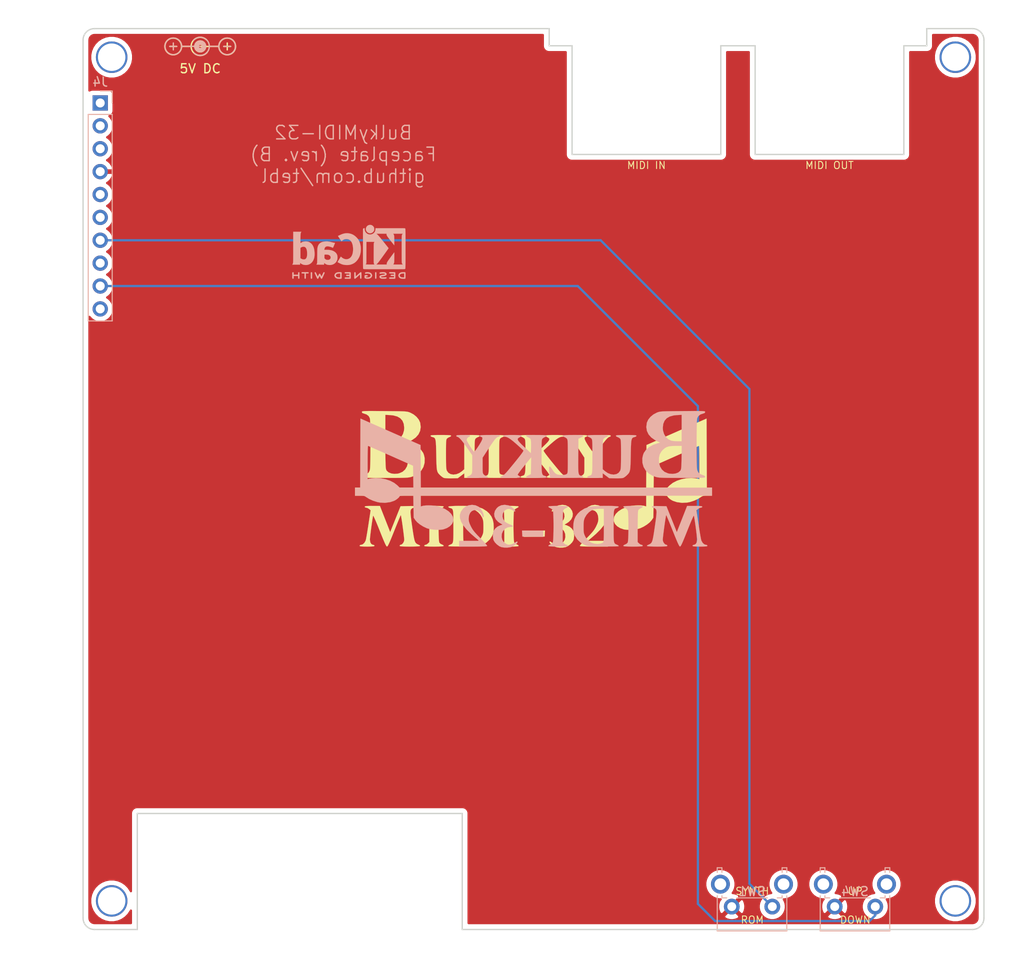
<source format=kicad_pcb>
(kicad_pcb (version 20171130) (host pcbnew "(5.1.8)-1")

  (general
    (thickness 1.6)
    (drawings 32)
    (tracks 11)
    (zones 0)
    (modules 11)
    (nets 4)
  )

  (page A4)
  (layers
    (0 F.Cu signal)
    (31 B.Cu signal)
    (32 B.Adhes user)
    (33 F.Adhes user)
    (34 B.Paste user)
    (35 F.Paste user)
    (36 B.SilkS user)
    (37 F.SilkS user)
    (38 B.Mask user)
    (39 F.Mask user)
    (40 Dwgs.User user)
    (41 Cmts.User user)
    (42 Eco1.User user)
    (43 Eco2.User user)
    (44 Edge.Cuts user)
    (45 Margin user)
    (46 B.CrtYd user)
    (47 F.CrtYd user)
    (48 B.Fab user)
    (49 F.Fab user)
  )

  (setup
    (last_trace_width 0.25)
    (user_trace_width 0.381)
    (trace_clearance 0.2)
    (zone_clearance 0.508)
    (zone_45_only no)
    (trace_min 0.2)
    (via_size 0.6)
    (via_drill 0.4)
    (via_min_size 0.4)
    (via_min_drill 0.3)
    (user_via 1 0.4)
    (uvia_size 0.3)
    (uvia_drill 0.1)
    (uvias_allowed no)
    (uvia_min_size 0.2)
    (uvia_min_drill 0.1)
    (edge_width 0.15)
    (segment_width 0.2)
    (pcb_text_width 0.3)
    (pcb_text_size 1.5 1.5)
    (mod_edge_width 0.15)
    (mod_text_size 1 1)
    (mod_text_width 0.15)
    (pad_size 1.524 1.524)
    (pad_drill 0.762)
    (pad_to_mask_clearance 0)
    (aux_axis_origin 0 0)
    (visible_elements 7FFFFFFF)
    (pcbplotparams
      (layerselection 0x011fc_ffffffff)
      (usegerberextensions true)
      (usegerberattributes false)
      (usegerberadvancedattributes false)
      (creategerberjobfile false)
      (excludeedgelayer true)
      (linewidth 0.100000)
      (plotframeref false)
      (viasonmask false)
      (mode 1)
      (useauxorigin false)
      (hpglpennumber 1)
      (hpglpenspeed 20)
      (hpglpendiameter 15.000000)
      (psnegative false)
      (psa4output false)
      (plotreference true)
      (plotvalue true)
      (plotinvisibletext false)
      (padsonsilk false)
      (subtractmaskfromsilk false)
      (outputformat 1)
      (mirror false)
      (drillshape 0)
      (scaleselection 1)
      (outputdirectory "export/"))
  )

  (net 0 "")
  (net 1 GND)
  (net 2 SW_SYNTH)
  (net 3 SW_UP)

  (net_class Default "This is the default net class."
    (clearance 0.2)
    (trace_width 0.25)
    (via_dia 0.6)
    (via_drill 0.4)
    (uvia_dia 0.3)
    (uvia_drill 0.1)
    (add_net GND)
    (add_net SW_SYNTH)
    (add_net SW_UP)
  )

  (net_class Power ""
    (clearance 0.381)
    (trace_width 0.381)
    (via_dia 1)
    (via_drill 0.4)
    (uvia_dia 0.3)
    (uvia_drill 0.1)
  )

  (module artwork:BulkyMIDI-32 locked (layer B.Cu) (tedit 0) (tstamp 6201EE61)
    (at 120.18 104.61 180)
    (fp_text reference G*** (at 0 0) (layer B.SilkS) hide
      (effects (font (size 1.524 1.524) (thickness 0.3)) (justify mirror))
    )
    (fp_text value LOGO (at 0.75 0) (layer B.SilkS) hide
      (effects (font (size 1.524 1.524) (thickness 0.3)) (justify mirror))
    )
    (fp_poly (pts (xy 3.577374 -2.909431) (xy 3.905373 -3.07234) (xy 4.084865 -3.234814) (xy 4.28365 -3.536571)
      (xy 4.364074 -3.856402) (xy 4.329643 -4.176629) (xy 4.183861 -4.479579) (xy 3.930232 -4.747575)
      (xy 3.761777 -4.864322) (xy 3.434001 -5.061395) (xy 3.682638 -5.135889) (xy 3.983532 -5.275814)
      (xy 4.24039 -5.487677) (xy 4.413265 -5.737882) (xy 4.421884 -5.75762) (xy 4.487799 -6.021574)
      (xy 4.504666 -6.338286) (xy 4.472418 -6.644241) (xy 4.422957 -6.812414) (xy 4.282028 -7.035016)
      (xy 4.063872 -7.258181) (xy 3.812207 -7.443721) (xy 3.576369 -7.55192) (xy 3.275574 -7.603898)
      (xy 2.941768 -7.612884) (xy 2.628676 -7.580363) (xy 2.415811 -7.519836) (xy 2.195845 -7.405466)
      (xy 1.996496 -7.269328) (xy 1.847714 -7.135197) (xy 1.779449 -7.026849) (xy 1.778 -7.013518)
      (xy 1.793721 -6.937537) (xy 1.855851 -6.937633) (xy 1.986844 -7.016738) (xy 2.028895 -7.046289)
      (xy 2.203494 -7.142126) (xy 2.423964 -7.228086) (xy 2.488417 -7.247109) (xy 2.685894 -7.2883)
      (xy 2.835369 -7.27688) (xy 3.006989 -7.206826) (xy 3.017371 -7.201695) (xy 3.29414 -7.008959)
      (xy 3.464706 -6.751886) (xy 3.537268 -6.434105) (xy 3.512752 -6.075561) (xy 3.383011 -5.766072)
      (xy 3.163576 -5.5237) (xy 2.869976 -5.366505) (xy 2.573578 -5.313346) (xy 2.397996 -5.292429)
      (xy 2.297245 -5.2521) (xy 2.286001 -5.231383) (xy 2.340979 -5.174178) (xy 2.484043 -5.096356)
      (xy 2.653764 -5.026423) (xy 2.887007 -4.921159) (xy 3.097196 -4.792474) (xy 3.198602 -4.707504)
      (xy 3.372462 -4.44515) (xy 3.443532 -4.149733) (xy 3.412318 -3.852845) (xy 3.279324 -3.586079)
      (xy 3.178958 -3.477538) (xy 2.935742 -3.332177) (xy 2.673042 -3.311981) (xy 2.393145 -3.416996)
      (xy 2.323791 -3.46075) (xy 2.158027 -3.569573) (xy 2.070733 -3.610593) (xy 2.03705 -3.589849)
      (xy 2.032 -3.531639) (xy 2.082936 -3.42234) (xy 2.214171 -3.280858) (xy 2.393348 -3.133635)
      (xy 2.588108 -3.007115) (xy 2.766091 -2.927742) (xy 2.77363 -2.925579) (xy 3.198045 -2.86002)
      (xy 3.577374 -2.909431)) (layer B.SilkS) (width 0.01))
    (fp_poly (pts (xy -16.478224 -4.43803) (xy -15.907444 -5.891561) (xy -15.332368 -4.453905) (xy -14.757291 -3.01625)
      (xy -13.950896 -2.998477) (xy -13.613578 -2.992998) (xy -13.383728 -2.995355) (xy -13.241953 -3.007456)
      (xy -13.168859 -3.031211) (xy -13.145054 -3.068529) (xy -13.1445 -3.077852) (xy -13.196932 -3.158029)
      (xy -13.264466 -3.175) (xy -13.401424 -3.213581) (xy -13.527022 -3.290463) (xy -13.583673 -3.347136)
      (xy -13.624447 -3.422024) (xy -13.648783 -3.528882) (xy -13.65612 -3.681464) (xy -13.645899 -3.893526)
      (xy -13.61756 -4.178822) (xy -13.570541 -4.551106) (xy -13.504284 -5.024133) (xy -13.437888 -5.478647)
      (xy -13.363575 -5.973892) (xy -13.300684 -6.359238) (xy -13.243394 -6.650611) (xy -13.185884 -6.863934)
      (xy -13.122334 -7.015135) (xy -13.046923 -7.120137) (xy -12.953831 -7.194867) (xy -12.837237 -7.255248)
      (xy -12.779375 -7.280366) (xy -12.639787 -7.347799) (xy -12.583328 -7.40003) (xy -12.617522 -7.438766)
      (xy -12.74989 -7.465715) (xy -12.987953 -7.482584) (xy -13.339233 -7.491081) (xy -13.716 -7.493)
      (xy -14.129033 -7.49166) (xy -14.431346 -7.486737) (xy -14.6392 -7.476877) (xy -14.768858 -7.460723)
      (xy -14.836579 -7.436922) (xy -14.858625 -7.404117) (xy -14.859 -7.39775) (xy -14.807943 -7.314253)
      (xy -14.760864 -7.3025) (xy -14.607631 -7.245717) (xy -14.469437 -7.100822) (xy -14.37471 -6.905995)
      (xy -14.34929 -6.749761) (xy -14.356952 -6.612063) (xy -14.379139 -6.386247) (xy -14.412819 -6.094227)
      (xy -14.454959 -5.757917) (xy -14.502528 -5.39923) (xy -14.552492 -5.040081) (xy -14.601819 -4.702382)
      (xy -14.647476 -4.408048) (xy -14.68643 -4.178992) (xy -14.715649 -4.037128) (xy -14.729673 -4.001098)
      (xy -14.760808 -4.05792) (xy -14.832356 -4.218367) (xy -14.938245 -4.467874) (xy -15.072401 -4.791879)
      (xy -15.228751 -5.175819) (xy -15.401223 -5.605132) (xy -15.457885 -5.747348) (xy -15.66842 -6.272678)
      (xy -15.839373 -6.689114) (xy -15.975423 -7.006803) (xy -16.08125 -7.235888) (xy -16.161532 -7.386515)
      (xy -16.220948 -7.468829) (xy -16.262985 -7.493) (xy -16.306393 -7.467309) (xy -16.365948 -7.383478)
      (xy -16.4463 -7.231366) (xy -16.5521 -7.000831) (xy -16.688 -6.681734) (xy -16.858652 -6.263933)
      (xy -17.068706 -5.737289) (xy -17.071244 -5.730875) (xy -17.246671 -5.29327) (xy -17.408096 -4.901507)
      (xy -17.549601 -4.569091) (xy -17.665266 -4.309527) (xy -17.749172 -4.136322) (xy -17.7954 -4.06298)
      (xy -17.80182 -4.064) (xy -17.829275 -4.182547) (xy -17.867674 -4.40199) (xy -17.913609 -4.697037)
      (xy -17.963675 -5.042397) (xy -18.014466 -5.412779) (xy -18.062576 -5.78289) (xy -18.104598 -6.12744)
      (xy -18.137128 -6.421138) (xy -18.156757 -6.638691) (xy -18.161001 -6.731101) (xy -18.123061 -7.006439)
      (xy -18.016207 -7.199659) (xy -17.850885 -7.295096) (xy -17.78 -7.3025) (xy -17.676572 -7.342204)
      (xy -17.653 -7.39775) (xy -17.671398 -7.437419) (xy -17.739113 -7.464608) (xy -17.874932 -7.481485)
      (xy -18.09764 -7.490215) (xy -18.426023 -7.492968) (xy -18.4785 -7.493) (xy -18.822305 -7.490877)
      (xy -19.057945 -7.483063) (xy -19.204204 -7.467392) (xy -19.279869 -7.441695) (xy -19.303725 -7.403805)
      (xy -19.304 -7.39775) (xy -19.248646 -7.321238) (xy -19.142364 -7.3025) (xy -18.952538 -7.243777)
      (xy -18.778092 -7.085764) (xy -18.64543 -6.855688) (xy -18.611455 -6.754985) (xy -18.582762 -6.623259)
      (xy -18.53905 -6.386891) (xy -18.483881 -6.066876) (xy -18.42082 -5.684204) (xy -18.353431 -5.259868)
      (xy -18.31165 -4.989067) (xy -18.07984 -3.469384) (xy -18.250961 -3.322192) (xy -18.411711 -3.220837)
      (xy -18.568886 -3.175202) (xy -18.577291 -3.175) (xy -18.702315 -3.141243) (xy -18.7325 -3.07975)
      (xy -18.714266 -3.040413) (xy -18.647144 -3.013335) (xy -18.512504 -2.996406) (xy -18.291717 -2.987518)
      (xy -17.966152 -2.984564) (xy -17.890752 -2.9845) (xy -17.049003 -2.9845) (xy -16.478224 -4.43803)) (layer B.SilkS) (width 0.01))
    (fp_poly (pts (xy -10.637719 -2.986575) (xy -10.338915 -2.993537) (xy -10.138124 -3.006492) (xy -10.020879 -3.026546)
      (xy -9.972715 -3.054803) (xy -9.9695 -3.066993) (xy -10.023441 -3.140805) (xy -10.156241 -3.216218)
      (xy -10.186282 -3.227876) (xy -10.380114 -3.347079) (xy -10.472032 -3.504108) (xy -10.495854 -3.637512)
      (xy -10.514744 -3.872381) (xy -10.528774 -4.187148) (xy -10.538019 -4.560248) (xy -10.542552 -4.970114)
      (xy -10.542448 -5.395182) (xy -10.537781 -5.813885) (xy -10.528625 -6.204656) (xy -10.515053 -6.545931)
      (xy -10.49714 -6.816143) (xy -10.474959 -6.993727) (xy -10.459884 -7.046354) (xy -10.339568 -7.178226)
      (xy -10.17507 -7.261915) (xy -10.035822 -7.324743) (xy -9.970243 -7.3994) (xy -9.9695 -7.406935)
      (xy -9.992832 -7.439378) (xy -10.073082 -7.462925) (xy -10.225633 -7.478803) (xy -10.465866 -7.488239)
      (xy -10.809164 -7.492458) (xy -11.049 -7.493) (xy -11.449001 -7.49155) (xy -11.738715 -7.486219)
      (xy -11.934831 -7.475535) (xy -12.054039 -7.458025) (xy -12.113029 -7.432216) (xy -12.1285 -7.39775)
      (xy -12.075277 -7.320242) (xy -11.998614 -7.3025) (xy -11.86616 -7.259445) (xy -11.721388 -7.154975)
      (xy -11.712864 -7.146636) (xy -11.557 -6.990772) (xy -11.557 -5.30927) (xy -11.559208 -4.851781)
      (xy -11.565426 -4.429615) (xy -11.575048 -4.061416) (xy -11.587466 -3.765832) (xy -11.602073 -3.561507)
      (xy -11.616867 -3.470308) (xy -11.730959 -3.325966) (xy -11.902617 -3.231167) (xy -12.04882 -3.158563)
      (xy -12.125263 -3.082079) (xy -12.1285 -3.066993) (xy -12.101345 -3.035564) (xy -12.010235 -3.01273)
      (xy -11.840705 -2.997385) (xy -11.578288 -2.988426) (xy -11.20852 -2.984745) (xy -11.049 -2.9845)
      (xy -10.637719 -2.986575)) (layer B.SilkS) (width 0.01))
    (fp_poly (pts (xy -7.505535 -2.982695) (xy -7.121606 -2.994923) (xy -6.771974 -3.013263) (xy -6.476779 -3.037658)
      (xy -6.256163 -3.068055) (xy -6.193471 -3.081839) (xy -5.646244 -3.282175) (xy -5.183178 -3.575405)
      (xy -4.919481 -3.82538) (xy -4.682472 -4.141005) (xy -4.52602 -4.48368) (xy -4.440399 -4.883158)
      (xy -4.415863 -5.36575) (xy -4.423027 -5.667551) (xy -4.447065 -5.888577) (xy -4.496693 -6.074793)
      (xy -4.580629 -6.272162) (xy -4.592437 -6.296746) (xy -4.862885 -6.711541) (xy -5.236344 -7.055308)
      (xy -5.64388 -7.293917) (xy -5.752573 -7.34359) (xy -5.85297 -7.382495) (xy -5.962049 -7.412153)
      (xy -6.096791 -7.434084) (xy -6.274175 -7.449809) (xy -6.511181 -7.46085) (xy -6.824788 -7.468726)
      (xy -7.231977 -7.474958) (xy -7.731125 -7.480857) (xy -8.303419 -7.485421) (xy -8.754435 -7.484622)
      (xy -9.089789 -7.478299) (xy -9.315098 -7.466293) (xy -9.435975 -7.448444) (xy -9.4615 -7.43166)
      (xy -9.408592 -7.362311) (xy -9.286992 -7.296508) (xy -9.174329 -7.253307) (xy -9.085273 -7.20947)
      (xy -9.017051 -7.150627) (xy -8.966892 -7.062407) (xy -8.932021 -6.93044) (xy -8.909668 -6.740356)
      (xy -8.89706 -6.477783) (xy -8.891424 -6.128351) (xy -8.889988 -5.67769) (xy -8.89 -5.23875)
      (xy -8.890242 -4.692976) (xy -8.892778 -4.260262) (xy -8.90033 -3.926668) (xy -8.915618 -3.678252)
      (xy -8.941361 -3.501077) (xy -8.98028 -3.381201) (xy -9.035094 -3.304685) (xy -9.03928 -3.302)
      (xy -7.8105 -3.302) (xy -7.8105 -5.135724) (xy -7.809724 -5.675878) (xy -7.806924 -6.102766)
      (xy -7.801394 -6.430117) (xy -7.792428 -6.671659) (xy -7.779318 -6.84112) (xy -7.761359 -6.952227)
      (xy -7.737845 -7.01871) (xy -7.711923 -7.051261) (xy -7.565697 -7.12427) (xy -7.352841 -7.180532)
      (xy -7.133672 -7.206969) (xy -7.01675 -7.202017) (xy -6.866679 -7.178813) (xy -6.675333 -7.148634)
      (xy -6.663167 -7.146696) (xy -6.360291 -7.038965) (xy -6.07409 -6.827195) (xy -5.831303 -6.533949)
      (xy -5.733972 -6.362659) (xy -5.654112 -6.188814) (xy -5.602439 -6.034138) (xy -5.572924 -5.862658)
      (xy -5.55954 -5.638406) (xy -5.556258 -5.325409) (xy -5.55625 -5.30225) (xy -5.560098 -4.971479)
      (xy -5.575157 -4.731614) (xy -5.606702 -4.546703) (xy -5.660008 -4.38079) (xy -5.707974 -4.267982)
      (xy -5.898311 -3.954644) (xy -6.156877 -3.676375) (xy -6.448646 -3.466131) (xy -6.655235 -3.376677)
      (xy -6.850082 -3.338025) (xy -7.111893 -3.311042) (xy -7.357493 -3.302) (xy -7.8105 -3.302)
      (xy -9.03928 -3.302) (xy -9.108524 -3.257588) (xy -9.203291 -3.225971) (xy -9.286875 -3.204813)
      (xy -9.413315 -3.145686) (xy -9.4615 -3.072866) (xy -9.401442 -3.040765) (xy -9.234693 -3.015163)
      (xy -8.981396 -2.996004) (xy -8.661691 -2.983233) (xy -8.295718 -2.976795) (xy -7.903619 -2.976634)
      (xy -7.505535 -2.982695)) (layer B.SilkS) (width 0.01))
    (fp_poly (pts (xy -2.319219 -2.986575) (xy -2.020415 -2.993537) (xy -1.819624 -3.006492) (xy -1.702379 -3.026546)
      (xy -1.654215 -3.054803) (xy -1.651 -3.066993) (xy -1.704941 -3.140805) (xy -1.837741 -3.216218)
      (xy -1.867782 -3.227876) (xy -2.061614 -3.347079) (xy -2.153532 -3.504108) (xy -2.177354 -3.637512)
      (xy -2.196244 -3.872381) (xy -2.210274 -4.187148) (xy -2.219519 -4.560248) (xy -2.224052 -4.970114)
      (xy -2.223948 -5.395182) (xy -2.219281 -5.813885) (xy -2.210125 -6.204656) (xy -2.196553 -6.545931)
      (xy -2.17864 -6.816143) (xy -2.156459 -6.993727) (xy -2.141384 -7.046354) (xy -2.021068 -7.178226)
      (xy -1.85657 -7.261915) (xy -1.717322 -7.324743) (xy -1.651743 -7.3994) (xy -1.651 -7.406935)
      (xy -1.674332 -7.439378) (xy -1.754582 -7.462925) (xy -1.907133 -7.478803) (xy -2.147366 -7.488239)
      (xy -2.490664 -7.492458) (xy -2.7305 -7.493) (xy -3.130501 -7.49155) (xy -3.420215 -7.486219)
      (xy -3.616331 -7.475535) (xy -3.735539 -7.458025) (xy -3.794529 -7.432216) (xy -3.81 -7.39775)
      (xy -3.756777 -7.320242) (xy -3.680114 -7.3025) (xy -3.54766 -7.259445) (xy -3.402888 -7.154975)
      (xy -3.394364 -7.146636) (xy -3.2385 -6.990772) (xy -3.2385 -5.30927) (xy -3.240708 -4.851781)
      (xy -3.246926 -4.429615) (xy -3.256548 -4.061416) (xy -3.268966 -3.765832) (xy -3.283573 -3.561507)
      (xy -3.298367 -3.470308) (xy -3.412459 -3.325966) (xy -3.584117 -3.231167) (xy -3.73032 -3.158563)
      (xy -3.806763 -3.082079) (xy -3.81 -3.066993) (xy -3.782845 -3.035564) (xy -3.691735 -3.01273)
      (xy -3.522205 -2.997385) (xy -3.259788 -2.988426) (xy -2.89002 -2.984745) (xy -2.7305 -2.9845)
      (xy -2.319219 -2.986575)) (layer B.SilkS) (width 0.01))
    (fp_poly (pts (xy 7.203418 -2.917091) (xy 7.556012 -3.070997) (xy 7.834796 -3.302111) (xy 8.059858 -3.624677)
      (xy 8.169053 -3.96806) (xy 8.16147 -4.334508) (xy 8.036202 -4.726269) (xy 7.79234 -5.145592)
      (xy 7.428974 -5.594724) (xy 6.945195 -6.075915) (xy 6.586731 -6.389369) (xy 6.028184 -6.858)
      (xy 8.255 -6.858) (xy 8.255 -7.493) (xy 6.69925 -7.493) (xy 6.191329 -7.491552)
      (xy 5.798679 -7.486812) (xy 5.5096 -7.478183) (xy 5.312392 -7.465067) (xy 5.195354 -7.446867)
      (xy 5.146787 -7.422986) (xy 5.143791 -7.413625) (xy 5.18655 -7.344533) (xy 5.304965 -7.20216)
      (xy 5.484543 -7.002677) (xy 5.710791 -6.762256) (xy 5.926298 -6.5405) (xy 6.236491 -6.220693)
      (xy 6.471183 -5.964566) (xy 6.648235 -5.749705) (xy 6.78551 -5.553696) (xy 6.900872 -5.354126)
      (xy 6.95259 -5.25275) (xy 7.083453 -4.968832) (xy 7.158812 -4.746222) (xy 7.191646 -4.539272)
      (xy 7.196338 -4.3955) (xy 7.152988 -4.03276) (xy 7.030727 -3.746436) (xy 6.84017 -3.548059)
      (xy 6.591929 -3.449162) (xy 6.330165 -3.454325) (xy 6.120352 -3.545244) (xy 5.912981 -3.717206)
      (xy 5.74875 -3.930154) (xy 5.677283 -4.096914) (xy 5.620141 -4.22878) (xy 5.56197 -4.239394)
      (xy 5.526905 -4.131985) (xy 5.5245 -4.076467) (xy 5.569611 -3.841821) (xy 5.687642 -3.573034)
      (xy 5.852637 -3.315671) (xy 6.03864 -3.115296) (xy 6.096911 -3.071609) (xy 6.44455 -2.913508)
      (xy 6.823158 -2.863298) (xy 7.203418 -2.917091)) (layer B.SilkS) (width 0.01))
    (fp_poly (pts (xy 1.23825 -6.38175) (xy -1.0795 -6.416364) (xy -1.0795 -5.715) (xy 1.276636 -5.715)
      (xy 1.23825 -6.38175)) (layer B.SilkS) (width 0.01))
    (fp_poly (pts (xy 19.225116 2.880962) (xy 19.241483 -0.9525) (xy 19.812 -0.9525) (xy 19.812 -1.8415)
      (xy 19.299763 -1.8415) (xy 19.029429 -1.846526) (xy 18.847433 -1.867169) (xy 18.715319 -1.911776)
      (xy 18.594632 -1.988694) (xy 18.583762 -1.996918) (xy 18.236292 -2.213871) (xy 17.813414 -2.404496)
      (xy 17.366602 -2.547991) (xy 17.069343 -2.608933) (xy 16.480995 -2.639883) (xy 15.909634 -2.561499)
      (xy 15.479688 -2.419788) (xy 15.288561 -2.316519) (xy 15.101166 -2.181975) (xy 14.949658 -2.043275)
      (xy 14.866197 -1.927539) (xy 14.859 -1.89634) (xy 14.799607 -1.875121) (xy 14.637829 -1.857722)
      (xy 14.398263 -1.845922) (xy 14.105507 -1.841501) (xy 14.100773 -1.8415) (xy 13.342547 -1.8415)
      (xy 13.322898 -3.063875) (xy 13.30325 -4.28625) (xy 13.119735 -4.556807) (xy 12.907433 -4.797064)
      (xy 12.604957 -5.042059) (xy 12.245923 -5.268152) (xy 11.863944 -5.451701) (xy 11.825956 -5.466737)
      (xy 11.539542 -5.546201) (xy 11.176021 -5.602402) (xy 10.781807 -5.632293) (xy 10.403315 -5.632828)
      (xy 10.086958 -5.60096) (xy 10.015061 -5.585622) (xy 9.611986 -5.441917) (xy 9.284945 -5.237694)
      (xy 9.047815 -4.986225) (xy 8.914471 -4.70078) (xy 8.89 -4.509613) (xy 8.951692 -4.18186)
      (xy 9.130207 -3.871743) (xy 9.415704 -3.587672) (xy 9.79834 -3.33806) (xy 10.268276 -3.131317)
      (xy 10.633716 -3.019242) (xy 10.911069 -2.968022) (xy 11.250529 -2.935572) (xy 11.609802 -2.922886)
      (xy 11.946596 -2.930955) (xy 12.218615 -2.960771) (xy 12.303544 -2.980067) (xy 12.5095 -3.039134)
      (xy 12.5095 -1.8415) (xy -19.812 -1.8415) (xy -19.812 -0.9525) (xy 12.507954 -0.9525)
      (xy 13.332257 -0.9525) (xy 14.859 -0.9525) (xy 15.106794 -0.704705) (xy 15.465315 -0.423141)
      (xy 15.914584 -0.191299) (xy 16.424864 -0.018749) (xy 16.966418 0.084937) (xy 17.509507 0.110188)
      (xy 17.62125 0.104611) (xy 17.881423 0.082901) (xy 18.107246 0.05695) (xy 18.25638 0.031766)
      (xy 18.272125 0.027609) (xy 18.415 -0.014812) (xy 18.415 1.834094) (xy 18.413432 2.303801)
      (xy 18.409 2.729406) (xy 18.402108 3.09518) (xy 18.393164 3.385395) (xy 18.382571 3.584322)
      (xy 18.370736 3.676235) (xy 18.367375 3.680663) (xy 18.301046 3.655165) (xy 18.130926 3.583241)
      (xy 17.869202 3.470218) (xy 17.52806 3.321421) (xy 17.119687 3.142177) (xy 16.656269 2.937813)
      (xy 16.149992 2.713654) (xy 15.84325 2.577441) (xy 13.36675 1.476558) (xy 13.349503 0.262029)
      (xy 13.332257 -0.9525) (xy 12.507954 -0.9525) (xy 12.54125 3.777568) (xy 19.20875 6.714424)
      (xy 19.225116 2.880962)) (layer B.SilkS) (width 0.01))
    (fp_poly (pts (xy -6.694216 4.887888) (xy -6.387959 4.882253) (xy -6.177788 4.871404) (xy -6.048262 4.854145)
      (xy -5.983941 4.829284) (xy -5.969 4.801134) (xy -6.023175 4.72146) (xy -6.129366 4.672519)
      (xy -6.299701 4.595152) (xy -6.415116 4.506885) (xy -6.450925 4.465377) (xy -6.47919 4.411057)
      (xy -6.500801 4.329599) (xy -6.516646 4.206678) (xy -6.527615 4.027969) (xy -6.534595 3.779145)
      (xy -6.538477 3.445881) (xy -6.540149 3.013852) (xy -6.5405 2.486342) (xy -6.540337 1.924371)
      (xy -6.538174 1.475864) (xy -6.531498 1.127285) (xy -6.517799 0.8651) (xy -6.494565 0.675773)
      (xy -6.459286 0.545768) (xy -6.40945 0.461552) (xy -6.342544 0.409588) (xy -6.256059 0.37634)
      (xy -6.147483 0.348275) (xy -6.143625 0.347314) (xy -6.017186 0.288187) (xy -5.969 0.215367)
      (xy -5.992203 0.178685) (xy -6.073385 0.153298) (xy -6.229913 0.137415) (xy -6.47915 0.129246)
      (xy -6.82625 0.127) (xy -7.6835 0.127) (xy -7.6835 0.639115) (xy -8.043425 0.367183)
      (xy -8.40335 0.09525) (xy -9.10705 0.080703) (xy -9.409513 0.080544) (xy -9.678665 0.091463)
      (xy -9.880745 0.111458) (xy -9.9695 0.131823) (xy -10.114663 0.217093) (xy -10.286142 0.351136)
      (xy -10.340043 0.400371) (xy -10.460306 0.51825) (xy -10.555377 0.626206) (xy -10.62854 0.740669)
      (xy -10.683079 0.878068) (xy -10.722278 1.054831) (xy -10.749422 1.287389) (xy -10.767795 1.59217)
      (xy -10.780682 1.985604) (xy -10.791365 2.48412) (xy -10.795 2.676255) (xy -10.805908 3.217276)
      (xy -10.818153 3.645364) (xy -10.834916 3.974571) (xy -10.859379 4.218951) (xy -10.894725 4.392556)
      (xy -10.944133 4.509439) (xy -11.010787 4.583654) (xy -11.097866 4.629253) (xy -11.208554 4.66029)
      (xy -11.246085 4.668697) (xy -11.37681 4.724318) (xy -11.43 4.799296) (xy -11.410587 4.832147)
      (xy -11.341872 4.856218) (xy -11.208142 4.872749) (xy -10.993686 4.882978) (xy -10.682792 4.888148)
      (xy -10.287 4.8895) (xy -9.869216 4.887888) (xy -9.562959 4.882253) (xy -9.352788 4.871404)
      (xy -9.223262 4.854145) (xy -9.158941 4.829284) (xy -9.144 4.801134) (xy -9.198175 4.72146)
      (xy -9.304366 4.672519) (xy -9.474701 4.595152) (xy -9.590116 4.506885) (xy -9.628486 4.462041)
      (xy -9.658132 4.403298) (xy -9.680172 4.315021) (xy -9.695727 4.181578) (xy -9.705916 3.987334)
      (xy -9.711858 3.716656) (xy -9.714673 3.35391) (xy -9.715481 2.883463) (xy -9.7155 2.755972)
      (xy -9.714407 2.241896) (xy -9.710524 1.838741) (xy -9.702947 1.530446) (xy -9.690773 1.300946)
      (xy -9.673096 1.134178) (xy -9.649013 1.014079) (xy -9.617619 0.924584) (xy -9.611688 0.911675)
      (xy -9.440626 0.684686) (xy -9.198359 0.545325) (xy -8.905885 0.493892) (xy -8.584209 0.530682)
      (xy -8.25433 0.655995) (xy -7.937251 0.870129) (xy -7.917007 0.887635) (xy -7.6835 1.092657)
      (xy -7.6835 2.737079) (xy -7.683989 3.238189) (xy -7.686189 3.627831) (xy -7.691201 3.921536)
      (xy -7.700124 4.134832) (xy -7.714059 4.283252) (xy -7.734107 4.382324) (xy -7.761366 4.44758)
      (xy -7.796939 4.494549) (xy -7.808885 4.506885) (xy -7.96504 4.618766) (xy -8.094635 4.672519)
      (xy -8.214551 4.732468) (xy -8.255 4.801134) (xy -8.234139 4.833434) (xy -8.161259 4.857111)
      (xy -8.020921 4.873359) (xy -7.797684 4.883373) (xy -7.476105 4.888345) (xy -7.112 4.8895)
      (xy -6.694216 4.887888)) (layer B.SilkS) (width 0.01))
    (fp_poly (pts (xy -17.498605 7.550458) (xy -16.939835 7.546588) (xy -16.557625 7.543618) (xy -15.929063 7.53849)
      (xy -15.413977 7.533453) (xy -14.998846 7.527698) (xy -14.67015 7.520414) (xy -14.414369 7.510793)
      (xy -14.217981 7.498025) (xy -14.067466 7.4813) (xy -13.949303 7.45981) (xy -13.849972 7.432744)
      (xy -13.755952 7.399293) (xy -13.686219 7.37171) (xy -13.308529 7.170945) (xy -12.982798 6.902956)
      (xy -12.733104 6.592462) (xy -12.583524 6.264185) (xy -12.574844 6.230686) (xy -12.521012 5.767746)
      (xy -12.587613 5.34079) (xy -12.771894 4.954913) (xy -13.071102 4.615211) (xy -13.482483 4.326778)
      (xy -13.650666 4.239738) (xy -14.06525 4.041391) (xy -13.7795 3.967775) (xy -13.272329 3.790973)
      (xy -12.835359 3.54511) (xy -12.486167 3.242431) (xy -12.243858 2.898179) (xy -12.163074 2.684349)
      (xy -12.100699 2.42059) (xy -12.081226 2.278463) (xy -12.093888 1.783217) (xy -12.221398 1.335321)
      (xy -12.457663 0.943369) (xy -12.79659 0.615957) (xy -13.232083 0.361679) (xy -13.516314 0.254293)
      (xy -13.624474 0.222387) (xy -13.736018 0.196285) (xy -13.864427 0.175408) (xy -14.023185 0.159178)
      (xy -14.225776 0.147016) (xy -14.485683 0.138346) (xy -14.816389 0.132588) (xy -15.231377 0.129164)
      (xy -15.74413 0.127497) (xy -16.368132 0.127008) (xy -16.484939 0.127) (xy -17.122984 0.127216)
      (xy -17.645535 0.128217) (xy -18.064097 0.130537) (xy -18.390175 0.134709) (xy -18.635275 0.141264)
      (xy -18.810902 0.150735) (xy -18.928562 0.163656) (xy -18.999761 0.180558) (xy -19.036002 0.201975)
      (xy -19.048793 0.228439) (xy -19.05 0.245748) (xy -19.008265 0.337541) (xy -18.869388 0.411593)
      (xy -18.768705 0.443253) (xy -18.476279 0.562406) (xy -18.283233 0.737915) (xy -18.167044 0.990523)
      (xy -18.164454 0.999712) (xy -18.147644 1.125262) (xy -18.13325 1.360884) (xy -18.12127 1.689673)
      (xy -18.111699 2.094724) (xy -18.104537 2.559132) (xy -18.099781 3.065991) (xy -18.097429 3.598397)
      (xy -18.097436 3.683) (xy -16.457789 3.683) (xy -16.43627 2.385779) (xy -16.428094 1.944254)
      (xy -16.418922 1.611129) (xy -16.406809 1.367808) (xy -16.389808 1.195695) (xy -16.365975 1.076195)
      (xy -16.333362 0.990711) (xy -16.290026 0.920647) (xy -16.281803 0.909404) (xy -16.078636 0.73445)
      (xy -15.791 0.620271) (xy -15.449019 0.572892) (xy -15.082817 0.598339) (xy -14.915031 0.636019)
      (xy -14.538606 0.800138) (xy -14.246885 1.057009) (xy -14.043977 1.40123) (xy -13.933994 1.827399)
      (xy -13.921908 1.940945) (xy -13.922642 2.379761) (xy -14.008545 2.743799) (xy -14.18835 3.059704)
      (xy -14.347763 3.240044) (xy -14.55243 3.419713) (xy -14.764263 3.545206) (xy -15.011653 3.625131)
      (xy -15.32299 3.668098) (xy -15.726668 3.682715) (xy -15.808637 3.683) (xy -16.457789 3.683)
      (xy -18.097436 3.683) (xy -18.097478 4.139446) (xy -18.097714 4.191) (xy -16.4465 4.191)
      (xy -15.986125 4.191355) (xy -15.715571 4.201127) (xy -15.459263 4.226319) (xy -15.283131 4.25908)
      (xy -14.957821 4.412358) (xy -14.689253 4.664747) (xy -14.490694 4.996031) (xy -14.37541 5.385994)
      (xy -14.351355 5.678901) (xy -14.399779 6.116514) (xy -14.544448 6.472804) (xy -14.786421 6.74875)
      (xy -15.126761 6.945329) (xy -15.566526 7.06352) (xy -15.889746 7.097871) (xy -16.4465 7.129616)
      (xy -16.4465 4.191) (xy -18.097714 4.191) (xy -18.099926 4.67223) (xy -18.10477 5.179847)
      (xy -18.112009 5.64539) (xy -18.121639 6.051955) (xy -18.133659 6.382637) (xy -18.148066 6.62053)
      (xy -18.164858 6.74873) (xy -18.165251 6.750179) (xy -18.295136 6.989741) (xy -18.526464 7.16983)
      (xy -18.842474 7.277415) (xy -18.843625 7.277633) (xy -18.99816 7.332706) (xy -19.049675 7.428702)
      (xy -19.05 7.43996) (xy -19.046437 7.470992) (xy -19.02795 7.4962) (xy -18.982849 7.516071)
      (xy -18.899443 7.531092) (xy -18.766038 7.541749) (xy -18.570944 7.548528) (xy -18.302468 7.551915)
      (xy -17.948919 7.552396) (xy -17.498605 7.550458)) (layer B.SilkS) (width 0.01))
    (fp_poly (pts (xy -3.963716 4.887888) (xy -3.657459 4.882253) (xy -3.447288 4.871404) (xy -3.317762 4.854145)
      (xy -3.253441 4.829284) (xy -3.2385 4.801134) (xy -3.292675 4.72146) (xy -3.398866 4.672519)
      (xy -3.569201 4.595152) (xy -3.684616 4.506885) (xy -3.720644 4.465094) (xy -3.749032 4.4104)
      (xy -3.770685 4.328369) (xy -3.786512 4.204563) (xy -3.797419 4.024548) (xy -3.804314 3.773888)
      (xy -3.808104 3.438148) (xy -3.809697 3.002891) (xy -3.81 2.511851) (xy -3.809806 1.976091)
      (xy -3.808541 1.553098) (xy -3.805185 1.22864) (xy -3.798719 0.988484) (xy -3.788121 0.818397)
      (xy -3.772372 0.704147) (xy -3.75045 0.631501) (xy -3.721336 0.586226) (xy -3.68401 0.55409)
      (xy -3.668871 0.543351) (xy -3.49875 0.478762) (xy -3.252004 0.448471) (xy -2.974368 0.452767)
      (xy -2.711578 0.491933) (xy -2.569791 0.536477) (xy -2.385607 0.658174) (xy -2.198944 0.877604)
      (xy -2.111456 1.009856) (xy -1.948978 1.250766) (xy -1.833339 1.37458) (xy -1.761377 1.380941)
      (xy -1.729925 1.269494) (xy -1.73582 1.039884) (xy -1.742319 0.968375) (xy -1.770025 0.712117)
      (xy -1.799272 0.476231) (xy -1.820284 0.333375) (xy -1.855634 0.127) (xy -3.690067 0.127)
      (xy -4.230679 0.127833) (xy -4.656964 0.130744) (xy -4.981589 0.136357) (xy -5.217221 0.145296)
      (xy -5.376524 0.158182) (xy -5.472164 0.175639) (xy -5.516808 0.198289) (xy -5.5245 0.217205)
      (xy -5.469636 0.293372) (xy -5.340585 0.347804) (xy -5.234537 0.372842) (xy -5.149746 0.40519)
      (xy -5.08397 0.458073) (xy -5.034967 0.544713) (xy -5.000496 0.678336) (xy -4.978314 0.872164)
      (xy -4.966181 1.139422) (xy -4.961853 1.493333) (xy -4.963091 1.947122) (xy -4.967651 2.514012)
      (xy -4.96793 2.546046) (xy -4.98475 4.47675) (xy -5.252324 4.60375) (xy -5.424769 4.692876)
      (xy -5.515918 4.76189) (xy -5.518451 4.813194) (xy -5.425046 4.849191) (xy -5.228383 4.872283)
      (xy -4.92114 4.884872) (xy -4.495996 4.889361) (xy -4.3815 4.8895) (xy -3.963716 4.887888)) (layer B.SilkS) (width 0.01))
    (fp_poly (pts (xy 2.736097 4.887923) (xy 3.012875 4.882119) (xy 3.196983 4.87048) (xy 3.305575 4.851398)
      (xy 3.355804 4.823265) (xy 3.3655 4.79425) (xy 3.310186 4.717713) (xy 3.204639 4.699)
      (xy 3.064929 4.684486) (xy 2.912518 4.635613) (xy 2.736484 4.544382) (xy 2.525901 4.402796)
      (xy 2.269848 4.202858) (xy 1.957401 3.936571) (xy 1.577638 3.595937) (xy 1.119634 3.172958)
      (xy 1.11709 3.170586) (xy 1.12903 3.111063) (xy 1.212093 2.973323) (xy 1.368433 2.754558)
      (xy 1.600203 2.451957) (xy 1.909559 2.06271) (xy 2.298652 1.584007) (xy 2.769638 1.013038)
      (xy 2.78443 0.995207) (xy 3.037825 0.70707) (xy 3.258108 0.490735) (xy 3.429433 0.36135)
      (xy 3.467055 0.342524) (xy 3.611778 0.273715) (xy 3.671564 0.220515) (xy 3.639118 0.181167)
      (xy 3.507144 0.153914) (xy 3.268349 0.137001) (xy 2.915435 0.128671) (xy 2.57175 0.127)
      (xy 2.150252 0.129156) (xy 1.842163 0.136274) (xy 1.63395 0.149331) (xy 1.512085 0.169303)
      (xy 1.463037 0.197167) (xy 1.4605 0.207193) (xy 1.512024 0.292712) (xy 1.599267 0.350068)
      (xy 1.715539 0.423612) (xy 1.758416 0.477448) (xy 1.726594 0.544745) (xy 1.625865 0.693601)
      (xy 1.468257 0.907705) (xy 1.265799 1.170746) (xy 1.030518 1.466412) (xy 1.014653 1.486029)
      (xy 0.250508 2.429912) (xy 0.28575 0.53975) (xy 0.553323 0.41275) (xy 0.725768 0.323625)
      (xy 0.816917 0.254611) (xy 0.81945 0.203307) (xy 0.726045 0.16731) (xy 0.529382 0.144218)
      (xy 0.222139 0.131629) (xy -0.203005 0.12714) (xy -0.3175 0.127) (xy -0.733768 0.128533)
      (xy -1.038775 0.133956) (xy -1.248234 0.144509) (xy -1.377858 0.161434) (xy -1.443358 0.18597)
      (xy -1.4605 0.217205) (xy -1.405515 0.292536) (xy -1.272968 0.348588) (xy -1.270079 0.349233)
      (xy -1.166135 0.375651) (xy -1.083042 0.41319) (xy -1.018468 0.475153) (xy -0.970078 0.574843)
      (xy -0.935542 0.725562) (xy -0.912527 0.940612) (xy -0.898698 1.233296) (xy -0.891725 1.616915)
      (xy -0.889274 2.104773) (xy -0.889 2.52238) (xy -0.889391 3.058343) (xy -0.891172 3.481789)
      (xy -0.895259 3.807199) (xy -0.902567 4.049056) (xy -0.914011 4.22184) (xy -0.930506 4.340035)
      (xy -0.952966 4.418121) (xy -0.982307 4.47058) (xy -1.014385 4.506885) (xy -1.17054 4.618766)
      (xy -1.300135 4.672519) (xy -1.420051 4.732468) (xy -1.4605 4.801134) (xy -1.439639 4.833434)
      (xy -1.366759 4.857111) (xy -1.226421 4.873359) (xy -1.003184 4.883373) (xy -0.681605 4.888345)
      (xy -0.3175 4.8895) (xy 0.106913 4.887576) (xy 0.418537 4.881119) (xy 0.631534 4.869109)
      (xy 0.760067 4.850524) (xy 0.818298 4.82434) (xy 0.8255 4.807007) (xy 0.771497 4.733722)
      (xy 0.63813 4.65778) (xy 0.603292 4.644162) (xy 0.437092 4.558348) (xy 0.323435 4.454322)
      (xy 0.315524 4.441308) (xy 0.289339 4.326284) (xy 0.272068 4.112373) (xy 0.26527 3.827479)
      (xy 0.267856 3.589193) (xy 0.28575 2.859579) (xy 1.035192 3.565429) (xy 1.345859 3.863549)
      (xy 1.565964 4.092189) (xy 1.701605 4.264245) (xy 1.758882 4.392612) (xy 1.743893 4.490187)
      (xy 1.662737 4.569864) (xy 1.541249 4.6355) (xy 1.404467 4.719148) (xy 1.336481 4.80004)
      (xy 1.334874 4.810125) (xy 1.366088 4.84157) (xy 1.470038 4.864167) (xy 1.660301 4.878979)
      (xy 1.950458 4.88707) (xy 2.3495 4.8895) (xy 2.736097 4.887923)) (layer B.SilkS) (width 0.01))
    (fp_poly (pts (xy 8.13903 4.887112) (xy 8.360051 4.878329) (xy 8.492992 4.860721) (xy 8.55728 4.831861)
      (xy 8.5725 4.79425) (xy 8.524169 4.710008) (xy 8.482122 4.699) (xy 8.362249 4.659231)
      (xy 8.205901 4.535573) (xy 8.007133 4.321503) (xy 7.76 4.010497) (xy 7.458559 3.596033)
      (xy 7.396069 3.507073) (xy 6.7945 2.646762) (xy 6.7945 1.637995) (xy 6.795204 1.258666)
      (xy 6.799222 0.984999) (xy 6.809408 0.795658) (xy 6.828618 0.669307) (xy 6.859708 0.584609)
      (xy 6.905533 0.520227) (xy 6.950363 0.473364) (xy 7.093521 0.366085) (xy 7.228942 0.317723)
      (xy 7.236113 0.3175) (xy 7.341805 0.27847) (xy 7.366 0.22225) (xy 7.349923 0.187831)
      (xy 7.290853 0.162638) (xy 7.172527 0.145317) (xy 6.978686 0.134512) (xy 6.693068 0.128869)
      (xy 6.299412 0.127032) (xy 6.223 0.127) (xy 5.809967 0.12834) (xy 5.507654 0.133263)
      (xy 5.2998 0.143123) (xy 5.170142 0.159277) (xy 5.102421 0.183078) (xy 5.080375 0.215883)
      (xy 5.08 0.22225) (xy 5.133223 0.299758) (xy 5.209886 0.3175) (xy 5.34234 0.360555)
      (xy 5.487112 0.465025) (xy 5.495636 0.473364) (xy 5.558019 0.541527) (xy 5.601066 0.615232)
      (xy 5.628358 0.718031) (xy 5.643472 0.873478) (xy 5.649989 1.105125) (xy 5.651486 1.436524)
      (xy 5.6515 1.499033) (xy 5.6515 2.368838) (xy 4.97609 3.409122) (xy 4.698464 3.830512)
      (xy 4.474941 4.153643) (xy 4.295654 4.389967) (xy 4.150737 4.550939) (xy 4.030325 4.64801)
      (xy 3.92455 4.692634) (xy 3.864936 4.699) (xy 3.766771 4.741123) (xy 3.7465 4.79425)
      (xy 3.762747 4.829099) (xy 3.822471 4.854475) (xy 3.942142 4.87179) (xy 4.138232 4.882458)
      (xy 4.427212 4.887889) (xy 4.825554 4.889495) (xy 4.85775 4.8895) (xy 5.267062 4.887936)
      (xy 5.565396 4.882372) (xy 5.768741 4.871501) (xy 5.89309 4.854015) (xy 5.954434 4.828608)
      (xy 5.969 4.798667) (xy 5.914946 4.719972) (xy 5.826125 4.687542) (xy 5.710624 4.643326)
      (xy 5.666115 4.546787) (xy 5.695245 4.388134) (xy 5.800663 4.157575) (xy 5.985016 3.845317)
      (xy 6.103604 3.66159) (xy 6.295263 3.37579) (xy 6.432862 3.185714) (xy 6.5279 3.078313)
      (xy 6.591878 3.040542) (xy 6.635372 3.05834) (xy 6.753302 3.203994) (xy 6.898529 3.409727)
      (xy 7.053745 3.647431) (xy 7.201642 3.888998) (xy 7.32491 4.106321) (xy 7.406241 4.271292)
      (xy 7.4295 4.347929) (xy 7.382921 4.496786) (xy 7.272365 4.630058) (xy 7.141604 4.697629)
      (xy 7.122874 4.699001) (xy 7.056965 4.750251) (xy 7.0485 4.79425) (xy 7.067605 4.835317)
      (xy 7.137873 4.862944) (xy 7.278733 4.879562) (xy 7.509614 4.887598) (xy 7.8105 4.8895)
      (xy 8.13903 4.887112)) (layer B.SilkS) (width 0.01))
  )

  (module BulkyMIDI-32:PWR_Specification locked (layer F.Cu) (tedit 61EDF347) (tstamp 6201EBE7)
    (at 83.185 56.515)
    (descr "Barrel connector polarity indicator")
    (tags "barrel polarity")
    (attr virtual)
    (fp_text reference REF** (at 0 -2) (layer F.SilkS) hide
      (effects (font (size 1 1) (thickness 0.15)))
    )
    (fp_text value PWR_Spec (at 0 2) (layer F.Fab)
      (effects (font (size 1 1) (thickness 0.15)))
    )
    (fp_arc (start 0 0.0635) (end -0.75 -0.6115) (angle 270) (layer B.SilkS) (width 0.15))
    (fp_text user + (at -2.9845 0) (layer B.SilkS)
      (effects (font (size 1 1) (thickness 0.15)))
    )
    (fp_text user - (at 2.9845 0) (layer B.SilkS)
      (effects (font (size 1 1) (thickness 0.15)))
    )
    (fp_text user - (at -3 0) (layer F.SilkS)
      (effects (font (size 1 1) (thickness 0.15)))
    )
    (fp_text user + (at 3 0) (layer F.SilkS)
      (effects (font (size 1 1) (thickness 0.15)))
    )
    (fp_arc (start 0 0.075) (end 0.75 0.75) (angle 270) (layer F.SilkS) (width 0.15))
    (fp_circle (center 0 0.075) (end 0 0.25) (layer F.SilkS) (width 0.5))
    (fp_circle (center 3 0.075) (end 3 1) (layer F.SilkS) (width 0.15))
    (fp_circle (center -3 0.075) (end -3 1) (layer F.SilkS) (width 0.15))
    (fp_line (start -2 0.075) (end -1.1 0.075) (layer F.SilkS) (width 0.15))
    (fp_line (start 0 0.075) (end 2 0.075) (layer F.SilkS) (width 0.15))
    (fp_circle (center -2.9845 0.0635) (end -2.0595 0.0635) (layer B.SilkS) (width 0.15))
    (fp_circle (center 2.9845 0.0635) (end 3.9095 0.0635) (layer B.SilkS) (width 0.15))
    (fp_line (start 0 0.0635) (end -2 0.0635) (layer B.SilkS) (width 0.15))
    (fp_circle (center 0 0.0635) (end 0.175 0.0635) (layer B.SilkS) (width 0.5))
    (fp_line (start 1.0685 0.0635) (end 1.9685 0.0635) (layer B.SilkS) (width 0.15))
  )

  (module artwork:BulkyMIDI-32 locked (layer F.Cu) (tedit 0) (tstamp 6201EAC4)
    (at 120.18 104.61)
    (fp_text reference G*** (at 0 0) (layer F.SilkS) hide
      (effects (font (size 1.524 1.524) (thickness 0.3)))
    )
    (fp_text value LOGO (at 0.75 0) (layer F.SilkS) hide
      (effects (font (size 1.524 1.524) (thickness 0.3)))
    )
    (fp_poly (pts (xy 3.577374 2.909431) (xy 3.905373 3.07234) (xy 4.084865 3.234814) (xy 4.28365 3.536571)
      (xy 4.364074 3.856402) (xy 4.329643 4.176629) (xy 4.183861 4.479579) (xy 3.930232 4.747575)
      (xy 3.761777 4.864322) (xy 3.434001 5.061395) (xy 3.682638 5.135889) (xy 3.983532 5.275814)
      (xy 4.24039 5.487677) (xy 4.413265 5.737882) (xy 4.421884 5.75762) (xy 4.487799 6.021574)
      (xy 4.504666 6.338286) (xy 4.472418 6.644241) (xy 4.422957 6.812414) (xy 4.282028 7.035016)
      (xy 4.063872 7.258181) (xy 3.812207 7.443721) (xy 3.576369 7.55192) (xy 3.275574 7.603898)
      (xy 2.941768 7.612884) (xy 2.628676 7.580363) (xy 2.415811 7.519836) (xy 2.195845 7.405466)
      (xy 1.996496 7.269328) (xy 1.847714 7.135197) (xy 1.779449 7.026849) (xy 1.778 7.013518)
      (xy 1.793721 6.937537) (xy 1.855851 6.937633) (xy 1.986844 7.016738) (xy 2.028895 7.046289)
      (xy 2.203494 7.142126) (xy 2.423964 7.228086) (xy 2.488417 7.247109) (xy 2.685894 7.2883)
      (xy 2.835369 7.27688) (xy 3.006989 7.206826) (xy 3.017371 7.201695) (xy 3.29414 7.008959)
      (xy 3.464706 6.751886) (xy 3.537268 6.434105) (xy 3.512752 6.075561) (xy 3.383011 5.766072)
      (xy 3.163576 5.5237) (xy 2.869976 5.366505) (xy 2.573578 5.313346) (xy 2.397996 5.292429)
      (xy 2.297245 5.2521) (xy 2.286001 5.231383) (xy 2.340979 5.174178) (xy 2.484043 5.096356)
      (xy 2.653764 5.026423) (xy 2.887007 4.921159) (xy 3.097196 4.792474) (xy 3.198602 4.707504)
      (xy 3.372462 4.44515) (xy 3.443532 4.149733) (xy 3.412318 3.852845) (xy 3.279324 3.586079)
      (xy 3.178958 3.477538) (xy 2.935742 3.332177) (xy 2.673042 3.311981) (xy 2.393145 3.416996)
      (xy 2.323791 3.46075) (xy 2.158027 3.569573) (xy 2.070733 3.610593) (xy 2.03705 3.589849)
      (xy 2.032 3.531639) (xy 2.082936 3.42234) (xy 2.214171 3.280858) (xy 2.393348 3.133635)
      (xy 2.588108 3.007115) (xy 2.766091 2.927742) (xy 2.77363 2.925579) (xy 3.198045 2.86002)
      (xy 3.577374 2.909431)) (layer F.SilkS) (width 0.01))
    (fp_poly (pts (xy -16.478224 4.43803) (xy -15.907444 5.891561) (xy -15.332368 4.453905) (xy -14.757291 3.01625)
      (xy -13.950896 2.998477) (xy -13.613578 2.992998) (xy -13.383728 2.995355) (xy -13.241953 3.007456)
      (xy -13.168859 3.031211) (xy -13.145054 3.068529) (xy -13.1445 3.077852) (xy -13.196932 3.158029)
      (xy -13.264466 3.175) (xy -13.401424 3.213581) (xy -13.527022 3.290463) (xy -13.583673 3.347136)
      (xy -13.624447 3.422024) (xy -13.648783 3.528882) (xy -13.65612 3.681464) (xy -13.645899 3.893526)
      (xy -13.61756 4.178822) (xy -13.570541 4.551106) (xy -13.504284 5.024133) (xy -13.437888 5.478647)
      (xy -13.363575 5.973892) (xy -13.300684 6.359238) (xy -13.243394 6.650611) (xy -13.185884 6.863934)
      (xy -13.122334 7.015135) (xy -13.046923 7.120137) (xy -12.953831 7.194867) (xy -12.837237 7.255248)
      (xy -12.779375 7.280366) (xy -12.639787 7.347799) (xy -12.583328 7.40003) (xy -12.617522 7.438766)
      (xy -12.74989 7.465715) (xy -12.987953 7.482584) (xy -13.339233 7.491081) (xy -13.716 7.493)
      (xy -14.129033 7.49166) (xy -14.431346 7.486737) (xy -14.6392 7.476877) (xy -14.768858 7.460723)
      (xy -14.836579 7.436922) (xy -14.858625 7.404117) (xy -14.859 7.39775) (xy -14.807943 7.314253)
      (xy -14.760864 7.3025) (xy -14.607631 7.245717) (xy -14.469437 7.100822) (xy -14.37471 6.905995)
      (xy -14.34929 6.749761) (xy -14.356952 6.612063) (xy -14.379139 6.386247) (xy -14.412819 6.094227)
      (xy -14.454959 5.757917) (xy -14.502528 5.39923) (xy -14.552492 5.040081) (xy -14.601819 4.702382)
      (xy -14.647476 4.408048) (xy -14.68643 4.178992) (xy -14.715649 4.037128) (xy -14.729673 4.001098)
      (xy -14.760808 4.05792) (xy -14.832356 4.218367) (xy -14.938245 4.467874) (xy -15.072401 4.791879)
      (xy -15.228751 5.175819) (xy -15.401223 5.605132) (xy -15.457885 5.747348) (xy -15.66842 6.272678)
      (xy -15.839373 6.689114) (xy -15.975423 7.006803) (xy -16.08125 7.235888) (xy -16.161532 7.386515)
      (xy -16.220948 7.468829) (xy -16.262985 7.493) (xy -16.306393 7.467309) (xy -16.365948 7.383478)
      (xy -16.4463 7.231366) (xy -16.5521 7.000831) (xy -16.688 6.681734) (xy -16.858652 6.263933)
      (xy -17.068706 5.737289) (xy -17.071244 5.730875) (xy -17.246671 5.29327) (xy -17.408096 4.901507)
      (xy -17.549601 4.569091) (xy -17.665266 4.309527) (xy -17.749172 4.136322) (xy -17.7954 4.06298)
      (xy -17.80182 4.064) (xy -17.829275 4.182547) (xy -17.867674 4.40199) (xy -17.913609 4.697037)
      (xy -17.963675 5.042397) (xy -18.014466 5.412779) (xy -18.062576 5.78289) (xy -18.104598 6.12744)
      (xy -18.137128 6.421138) (xy -18.156757 6.638691) (xy -18.161001 6.731101) (xy -18.123061 7.006439)
      (xy -18.016207 7.199659) (xy -17.850885 7.295096) (xy -17.78 7.3025) (xy -17.676572 7.342204)
      (xy -17.653 7.39775) (xy -17.671398 7.437419) (xy -17.739113 7.464608) (xy -17.874932 7.481485)
      (xy -18.09764 7.490215) (xy -18.426023 7.492968) (xy -18.4785 7.493) (xy -18.822305 7.490877)
      (xy -19.057945 7.483063) (xy -19.204204 7.467392) (xy -19.279869 7.441695) (xy -19.303725 7.403805)
      (xy -19.304 7.39775) (xy -19.248646 7.321238) (xy -19.142364 7.3025) (xy -18.952538 7.243777)
      (xy -18.778092 7.085764) (xy -18.64543 6.855688) (xy -18.611455 6.754985) (xy -18.582762 6.623259)
      (xy -18.53905 6.386891) (xy -18.483881 6.066876) (xy -18.42082 5.684204) (xy -18.353431 5.259868)
      (xy -18.31165 4.989067) (xy -18.07984 3.469384) (xy -18.250961 3.322192) (xy -18.411711 3.220837)
      (xy -18.568886 3.175202) (xy -18.577291 3.175) (xy -18.702315 3.141243) (xy -18.7325 3.07975)
      (xy -18.714266 3.040413) (xy -18.647144 3.013335) (xy -18.512504 2.996406) (xy -18.291717 2.987518)
      (xy -17.966152 2.984564) (xy -17.890752 2.9845) (xy -17.049003 2.9845) (xy -16.478224 4.43803)) (layer F.SilkS) (width 0.01))
    (fp_poly (pts (xy -10.637719 2.986575) (xy -10.338915 2.993537) (xy -10.138124 3.006492) (xy -10.020879 3.026546)
      (xy -9.972715 3.054803) (xy -9.9695 3.066993) (xy -10.023441 3.140805) (xy -10.156241 3.216218)
      (xy -10.186282 3.227876) (xy -10.380114 3.347079) (xy -10.472032 3.504108) (xy -10.495854 3.637512)
      (xy -10.514744 3.872381) (xy -10.528774 4.187148) (xy -10.538019 4.560248) (xy -10.542552 4.970114)
      (xy -10.542448 5.395182) (xy -10.537781 5.813885) (xy -10.528625 6.204656) (xy -10.515053 6.545931)
      (xy -10.49714 6.816143) (xy -10.474959 6.993727) (xy -10.459884 7.046354) (xy -10.339568 7.178226)
      (xy -10.17507 7.261915) (xy -10.035822 7.324743) (xy -9.970243 7.3994) (xy -9.9695 7.406935)
      (xy -9.992832 7.439378) (xy -10.073082 7.462925) (xy -10.225633 7.478803) (xy -10.465866 7.488239)
      (xy -10.809164 7.492458) (xy -11.049 7.493) (xy -11.449001 7.49155) (xy -11.738715 7.486219)
      (xy -11.934831 7.475535) (xy -12.054039 7.458025) (xy -12.113029 7.432216) (xy -12.1285 7.39775)
      (xy -12.075277 7.320242) (xy -11.998614 7.3025) (xy -11.86616 7.259445) (xy -11.721388 7.154975)
      (xy -11.712864 7.146636) (xy -11.557 6.990772) (xy -11.557 5.30927) (xy -11.559208 4.851781)
      (xy -11.565426 4.429615) (xy -11.575048 4.061416) (xy -11.587466 3.765832) (xy -11.602073 3.561507)
      (xy -11.616867 3.470308) (xy -11.730959 3.325966) (xy -11.902617 3.231167) (xy -12.04882 3.158563)
      (xy -12.125263 3.082079) (xy -12.1285 3.066993) (xy -12.101345 3.035564) (xy -12.010235 3.01273)
      (xy -11.840705 2.997385) (xy -11.578288 2.988426) (xy -11.20852 2.984745) (xy -11.049 2.9845)
      (xy -10.637719 2.986575)) (layer F.SilkS) (width 0.01))
    (fp_poly (pts (xy -7.505535 2.982695) (xy -7.121606 2.994923) (xy -6.771974 3.013263) (xy -6.476779 3.037658)
      (xy -6.256163 3.068055) (xy -6.193471 3.081839) (xy -5.646244 3.282175) (xy -5.183178 3.575405)
      (xy -4.919481 3.82538) (xy -4.682472 4.141005) (xy -4.52602 4.48368) (xy -4.440399 4.883158)
      (xy -4.415863 5.36575) (xy -4.423027 5.667551) (xy -4.447065 5.888577) (xy -4.496693 6.074793)
      (xy -4.580629 6.272162) (xy -4.592437 6.296746) (xy -4.862885 6.711541) (xy -5.236344 7.055308)
      (xy -5.64388 7.293917) (xy -5.752573 7.34359) (xy -5.85297 7.382495) (xy -5.962049 7.412153)
      (xy -6.096791 7.434084) (xy -6.274175 7.449809) (xy -6.511181 7.46085) (xy -6.824788 7.468726)
      (xy -7.231977 7.474958) (xy -7.731125 7.480857) (xy -8.303419 7.485421) (xy -8.754435 7.484622)
      (xy -9.089789 7.478299) (xy -9.315098 7.466293) (xy -9.435975 7.448444) (xy -9.4615 7.43166)
      (xy -9.408592 7.362311) (xy -9.286992 7.296508) (xy -9.174329 7.253307) (xy -9.085273 7.20947)
      (xy -9.017051 7.150627) (xy -8.966892 7.062407) (xy -8.932021 6.93044) (xy -8.909668 6.740356)
      (xy -8.89706 6.477783) (xy -8.891424 6.128351) (xy -8.889988 5.67769) (xy -8.89 5.23875)
      (xy -8.890242 4.692976) (xy -8.892778 4.260262) (xy -8.90033 3.926668) (xy -8.915618 3.678252)
      (xy -8.941361 3.501077) (xy -8.98028 3.381201) (xy -9.035094 3.304685) (xy -9.03928 3.302)
      (xy -7.8105 3.302) (xy -7.8105 5.135724) (xy -7.809724 5.675878) (xy -7.806924 6.102766)
      (xy -7.801394 6.430117) (xy -7.792428 6.671659) (xy -7.779318 6.84112) (xy -7.761359 6.952227)
      (xy -7.737845 7.01871) (xy -7.711923 7.051261) (xy -7.565697 7.12427) (xy -7.352841 7.180532)
      (xy -7.133672 7.206969) (xy -7.01675 7.202017) (xy -6.866679 7.178813) (xy -6.675333 7.148634)
      (xy -6.663167 7.146696) (xy -6.360291 7.038965) (xy -6.07409 6.827195) (xy -5.831303 6.533949)
      (xy -5.733972 6.362659) (xy -5.654112 6.188814) (xy -5.602439 6.034138) (xy -5.572924 5.862658)
      (xy -5.55954 5.638406) (xy -5.556258 5.325409) (xy -5.55625 5.30225) (xy -5.560098 4.971479)
      (xy -5.575157 4.731614) (xy -5.606702 4.546703) (xy -5.660008 4.38079) (xy -5.707974 4.267982)
      (xy -5.898311 3.954644) (xy -6.156877 3.676375) (xy -6.448646 3.466131) (xy -6.655235 3.376677)
      (xy -6.850082 3.338025) (xy -7.111893 3.311042) (xy -7.357493 3.302) (xy -7.8105 3.302)
      (xy -9.03928 3.302) (xy -9.108524 3.257588) (xy -9.203291 3.225971) (xy -9.286875 3.204813)
      (xy -9.413315 3.145686) (xy -9.4615 3.072866) (xy -9.401442 3.040765) (xy -9.234693 3.015163)
      (xy -8.981396 2.996004) (xy -8.661691 2.983233) (xy -8.295718 2.976795) (xy -7.903619 2.976634)
      (xy -7.505535 2.982695)) (layer F.SilkS) (width 0.01))
    (fp_poly (pts (xy -2.319219 2.986575) (xy -2.020415 2.993537) (xy -1.819624 3.006492) (xy -1.702379 3.026546)
      (xy -1.654215 3.054803) (xy -1.651 3.066993) (xy -1.704941 3.140805) (xy -1.837741 3.216218)
      (xy -1.867782 3.227876) (xy -2.061614 3.347079) (xy -2.153532 3.504108) (xy -2.177354 3.637512)
      (xy -2.196244 3.872381) (xy -2.210274 4.187148) (xy -2.219519 4.560248) (xy -2.224052 4.970114)
      (xy -2.223948 5.395182) (xy -2.219281 5.813885) (xy -2.210125 6.204656) (xy -2.196553 6.545931)
      (xy -2.17864 6.816143) (xy -2.156459 6.993727) (xy -2.141384 7.046354) (xy -2.021068 7.178226)
      (xy -1.85657 7.261915) (xy -1.717322 7.324743) (xy -1.651743 7.3994) (xy -1.651 7.406935)
      (xy -1.674332 7.439378) (xy -1.754582 7.462925) (xy -1.907133 7.478803) (xy -2.147366 7.488239)
      (xy -2.490664 7.492458) (xy -2.7305 7.493) (xy -3.130501 7.49155) (xy -3.420215 7.486219)
      (xy -3.616331 7.475535) (xy -3.735539 7.458025) (xy -3.794529 7.432216) (xy -3.81 7.39775)
      (xy -3.756777 7.320242) (xy -3.680114 7.3025) (xy -3.54766 7.259445) (xy -3.402888 7.154975)
      (xy -3.394364 7.146636) (xy -3.2385 6.990772) (xy -3.2385 5.30927) (xy -3.240708 4.851781)
      (xy -3.246926 4.429615) (xy -3.256548 4.061416) (xy -3.268966 3.765832) (xy -3.283573 3.561507)
      (xy -3.298367 3.470308) (xy -3.412459 3.325966) (xy -3.584117 3.231167) (xy -3.73032 3.158563)
      (xy -3.806763 3.082079) (xy -3.81 3.066993) (xy -3.782845 3.035564) (xy -3.691735 3.01273)
      (xy -3.522205 2.997385) (xy -3.259788 2.988426) (xy -2.89002 2.984745) (xy -2.7305 2.9845)
      (xy -2.319219 2.986575)) (layer F.SilkS) (width 0.01))
    (fp_poly (pts (xy 7.203418 2.917091) (xy 7.556012 3.070997) (xy 7.834796 3.302111) (xy 8.059858 3.624677)
      (xy 8.169053 3.96806) (xy 8.16147 4.334508) (xy 8.036202 4.726269) (xy 7.79234 5.145592)
      (xy 7.428974 5.594724) (xy 6.945195 6.075915) (xy 6.586731 6.389369) (xy 6.028184 6.858)
      (xy 8.255 6.858) (xy 8.255 7.493) (xy 6.69925 7.493) (xy 6.191329 7.491552)
      (xy 5.798679 7.486812) (xy 5.5096 7.478183) (xy 5.312392 7.465067) (xy 5.195354 7.446867)
      (xy 5.146787 7.422986) (xy 5.143791 7.413625) (xy 5.18655 7.344533) (xy 5.304965 7.20216)
      (xy 5.484543 7.002677) (xy 5.710791 6.762256) (xy 5.926298 6.5405) (xy 6.236491 6.220693)
      (xy 6.471183 5.964566) (xy 6.648235 5.749705) (xy 6.78551 5.553696) (xy 6.900872 5.354126)
      (xy 6.95259 5.25275) (xy 7.083453 4.968832) (xy 7.158812 4.746222) (xy 7.191646 4.539272)
      (xy 7.196338 4.3955) (xy 7.152988 4.03276) (xy 7.030727 3.746436) (xy 6.84017 3.548059)
      (xy 6.591929 3.449162) (xy 6.330165 3.454325) (xy 6.120352 3.545244) (xy 5.912981 3.717206)
      (xy 5.74875 3.930154) (xy 5.677283 4.096914) (xy 5.620141 4.22878) (xy 5.56197 4.239394)
      (xy 5.526905 4.131985) (xy 5.5245 4.076467) (xy 5.569611 3.841821) (xy 5.687642 3.573034)
      (xy 5.852637 3.315671) (xy 6.03864 3.115296) (xy 6.096911 3.071609) (xy 6.44455 2.913508)
      (xy 6.823158 2.863298) (xy 7.203418 2.917091)) (layer F.SilkS) (width 0.01))
    (fp_poly (pts (xy 1.23825 6.38175) (xy -1.0795 6.416364) (xy -1.0795 5.715) (xy 1.276636 5.715)
      (xy 1.23825 6.38175)) (layer F.SilkS) (width 0.01))
    (fp_poly (pts (xy 19.225116 -2.880962) (xy 19.241483 0.9525) (xy 19.812 0.9525) (xy 19.812 1.8415)
      (xy 19.299763 1.8415) (xy 19.029429 1.846526) (xy 18.847433 1.867169) (xy 18.715319 1.911776)
      (xy 18.594632 1.988694) (xy 18.583762 1.996918) (xy 18.236292 2.213871) (xy 17.813414 2.404496)
      (xy 17.366602 2.547991) (xy 17.069343 2.608933) (xy 16.480995 2.639883) (xy 15.909634 2.561499)
      (xy 15.479688 2.419788) (xy 15.288561 2.316519) (xy 15.101166 2.181975) (xy 14.949658 2.043275)
      (xy 14.866197 1.927539) (xy 14.859 1.89634) (xy 14.799607 1.875121) (xy 14.637829 1.857722)
      (xy 14.398263 1.845922) (xy 14.105507 1.841501) (xy 14.100773 1.8415) (xy 13.342547 1.8415)
      (xy 13.322898 3.063875) (xy 13.30325 4.28625) (xy 13.119735 4.556807) (xy 12.907433 4.797064)
      (xy 12.604957 5.042059) (xy 12.245923 5.268152) (xy 11.863944 5.451701) (xy 11.825956 5.466737)
      (xy 11.539542 5.546201) (xy 11.176021 5.602402) (xy 10.781807 5.632293) (xy 10.403315 5.632828)
      (xy 10.086958 5.60096) (xy 10.015061 5.585622) (xy 9.611986 5.441917) (xy 9.284945 5.237694)
      (xy 9.047815 4.986225) (xy 8.914471 4.70078) (xy 8.89 4.509613) (xy 8.951692 4.18186)
      (xy 9.130207 3.871743) (xy 9.415704 3.587672) (xy 9.79834 3.33806) (xy 10.268276 3.131317)
      (xy 10.633716 3.019242) (xy 10.911069 2.968022) (xy 11.250529 2.935572) (xy 11.609802 2.922886)
      (xy 11.946596 2.930955) (xy 12.218615 2.960771) (xy 12.303544 2.980067) (xy 12.5095 3.039134)
      (xy 12.5095 1.8415) (xy -19.812 1.8415) (xy -19.812 0.9525) (xy 12.507954 0.9525)
      (xy 13.332257 0.9525) (xy 14.859 0.9525) (xy 15.106794 0.704705) (xy 15.465315 0.423141)
      (xy 15.914584 0.191299) (xy 16.424864 0.018749) (xy 16.966418 -0.084937) (xy 17.509507 -0.110188)
      (xy 17.62125 -0.104611) (xy 17.881423 -0.082901) (xy 18.107246 -0.05695) (xy 18.25638 -0.031766)
      (xy 18.272125 -0.027609) (xy 18.415 0.014812) (xy 18.415 -1.834094) (xy 18.413432 -2.303801)
      (xy 18.409 -2.729406) (xy 18.402108 -3.09518) (xy 18.393164 -3.385395) (xy 18.382571 -3.584322)
      (xy 18.370736 -3.676235) (xy 18.367375 -3.680663) (xy 18.301046 -3.655165) (xy 18.130926 -3.583241)
      (xy 17.869202 -3.470218) (xy 17.52806 -3.321421) (xy 17.119687 -3.142177) (xy 16.656269 -2.937813)
      (xy 16.149992 -2.713654) (xy 15.84325 -2.577441) (xy 13.36675 -1.476558) (xy 13.349503 -0.262029)
      (xy 13.332257 0.9525) (xy 12.507954 0.9525) (xy 12.54125 -3.777568) (xy 19.20875 -6.714424)
      (xy 19.225116 -2.880962)) (layer F.SilkS) (width 0.01))
    (fp_poly (pts (xy -6.694216 -4.887888) (xy -6.387959 -4.882253) (xy -6.177788 -4.871404) (xy -6.048262 -4.854145)
      (xy -5.983941 -4.829284) (xy -5.969 -4.801134) (xy -6.023175 -4.72146) (xy -6.129366 -4.672519)
      (xy -6.299701 -4.595152) (xy -6.415116 -4.506885) (xy -6.450925 -4.465377) (xy -6.47919 -4.411057)
      (xy -6.500801 -4.329599) (xy -6.516646 -4.206678) (xy -6.527615 -4.027969) (xy -6.534595 -3.779145)
      (xy -6.538477 -3.445881) (xy -6.540149 -3.013852) (xy -6.5405 -2.486342) (xy -6.540337 -1.924371)
      (xy -6.538174 -1.475864) (xy -6.531498 -1.127285) (xy -6.517799 -0.8651) (xy -6.494565 -0.675773)
      (xy -6.459286 -0.545768) (xy -6.40945 -0.461552) (xy -6.342544 -0.409588) (xy -6.256059 -0.37634)
      (xy -6.147483 -0.348275) (xy -6.143625 -0.347314) (xy -6.017186 -0.288187) (xy -5.969 -0.215367)
      (xy -5.992203 -0.178685) (xy -6.073385 -0.153298) (xy -6.229913 -0.137415) (xy -6.47915 -0.129246)
      (xy -6.82625 -0.127) (xy -7.6835 -0.127) (xy -7.6835 -0.639115) (xy -8.043425 -0.367183)
      (xy -8.40335 -0.09525) (xy -9.10705 -0.080703) (xy -9.409513 -0.080544) (xy -9.678665 -0.091463)
      (xy -9.880745 -0.111458) (xy -9.9695 -0.131823) (xy -10.114663 -0.217093) (xy -10.286142 -0.351136)
      (xy -10.340043 -0.400371) (xy -10.460306 -0.51825) (xy -10.555377 -0.626206) (xy -10.62854 -0.740669)
      (xy -10.683079 -0.878068) (xy -10.722278 -1.054831) (xy -10.749422 -1.287389) (xy -10.767795 -1.59217)
      (xy -10.780682 -1.985604) (xy -10.791365 -2.48412) (xy -10.795 -2.676255) (xy -10.805908 -3.217276)
      (xy -10.818153 -3.645364) (xy -10.834916 -3.974571) (xy -10.859379 -4.218951) (xy -10.894725 -4.392556)
      (xy -10.944133 -4.509439) (xy -11.010787 -4.583654) (xy -11.097866 -4.629253) (xy -11.208554 -4.66029)
      (xy -11.246085 -4.668697) (xy -11.37681 -4.724318) (xy -11.43 -4.799296) (xy -11.410587 -4.832147)
      (xy -11.341872 -4.856218) (xy -11.208142 -4.872749) (xy -10.993686 -4.882978) (xy -10.682792 -4.888148)
      (xy -10.287 -4.8895) (xy -9.869216 -4.887888) (xy -9.562959 -4.882253) (xy -9.352788 -4.871404)
      (xy -9.223262 -4.854145) (xy -9.158941 -4.829284) (xy -9.144 -4.801134) (xy -9.198175 -4.72146)
      (xy -9.304366 -4.672519) (xy -9.474701 -4.595152) (xy -9.590116 -4.506885) (xy -9.628486 -4.462041)
      (xy -9.658132 -4.403298) (xy -9.680172 -4.315021) (xy -9.695727 -4.181578) (xy -9.705916 -3.987334)
      (xy -9.711858 -3.716656) (xy -9.714673 -3.35391) (xy -9.715481 -2.883463) (xy -9.7155 -2.755972)
      (xy -9.714407 -2.241896) (xy -9.710524 -1.838741) (xy -9.702947 -1.530446) (xy -9.690773 -1.300946)
      (xy -9.673096 -1.134178) (xy -9.649013 -1.014079) (xy -9.617619 -0.924584) (xy -9.611688 -0.911675)
      (xy -9.440626 -0.684686) (xy -9.198359 -0.545325) (xy -8.905885 -0.493892) (xy -8.584209 -0.530682)
      (xy -8.25433 -0.655995) (xy -7.937251 -0.870129) (xy -7.917007 -0.887635) (xy -7.6835 -1.092657)
      (xy -7.6835 -2.737079) (xy -7.683989 -3.238189) (xy -7.686189 -3.627831) (xy -7.691201 -3.921536)
      (xy -7.700124 -4.134832) (xy -7.714059 -4.283252) (xy -7.734107 -4.382324) (xy -7.761366 -4.44758)
      (xy -7.796939 -4.494549) (xy -7.808885 -4.506885) (xy -7.96504 -4.618766) (xy -8.094635 -4.672519)
      (xy -8.214551 -4.732468) (xy -8.255 -4.801134) (xy -8.234139 -4.833434) (xy -8.161259 -4.857111)
      (xy -8.020921 -4.873359) (xy -7.797684 -4.883373) (xy -7.476105 -4.888345) (xy -7.112 -4.8895)
      (xy -6.694216 -4.887888)) (layer F.SilkS) (width 0.01))
    (fp_poly (pts (xy -17.498605 -7.550458) (xy -16.939835 -7.546588) (xy -16.557625 -7.543618) (xy -15.929063 -7.53849)
      (xy -15.413977 -7.533453) (xy -14.998846 -7.527698) (xy -14.67015 -7.520414) (xy -14.414369 -7.510793)
      (xy -14.217981 -7.498025) (xy -14.067466 -7.4813) (xy -13.949303 -7.45981) (xy -13.849972 -7.432744)
      (xy -13.755952 -7.399293) (xy -13.686219 -7.37171) (xy -13.308529 -7.170945) (xy -12.982798 -6.902956)
      (xy -12.733104 -6.592462) (xy -12.583524 -6.264185) (xy -12.574844 -6.230686) (xy -12.521012 -5.767746)
      (xy -12.587613 -5.34079) (xy -12.771894 -4.954913) (xy -13.071102 -4.615211) (xy -13.482483 -4.326778)
      (xy -13.650666 -4.239738) (xy -14.06525 -4.041391) (xy -13.7795 -3.967775) (xy -13.272329 -3.790973)
      (xy -12.835359 -3.54511) (xy -12.486167 -3.242431) (xy -12.243858 -2.898179) (xy -12.163074 -2.684349)
      (xy -12.100699 -2.42059) (xy -12.081226 -2.278463) (xy -12.093888 -1.783217) (xy -12.221398 -1.335321)
      (xy -12.457663 -0.943369) (xy -12.79659 -0.615957) (xy -13.232083 -0.361679) (xy -13.516314 -0.254293)
      (xy -13.624474 -0.222387) (xy -13.736018 -0.196285) (xy -13.864427 -0.175408) (xy -14.023185 -0.159178)
      (xy -14.225776 -0.147016) (xy -14.485683 -0.138346) (xy -14.816389 -0.132588) (xy -15.231377 -0.129164)
      (xy -15.74413 -0.127497) (xy -16.368132 -0.127008) (xy -16.484939 -0.127) (xy -17.122984 -0.127216)
      (xy -17.645535 -0.128217) (xy -18.064097 -0.130537) (xy -18.390175 -0.134709) (xy -18.635275 -0.141264)
      (xy -18.810902 -0.150735) (xy -18.928562 -0.163656) (xy -18.999761 -0.180558) (xy -19.036002 -0.201975)
      (xy -19.048793 -0.228439) (xy -19.05 -0.245748) (xy -19.008265 -0.337541) (xy -18.869388 -0.411593)
      (xy -18.768705 -0.443253) (xy -18.476279 -0.562406) (xy -18.283233 -0.737915) (xy -18.167044 -0.990523)
      (xy -18.164454 -0.999712) (xy -18.147644 -1.125262) (xy -18.13325 -1.360884) (xy -18.12127 -1.689673)
      (xy -18.111699 -2.094724) (xy -18.104537 -2.559132) (xy -18.099781 -3.065991) (xy -18.097429 -3.598397)
      (xy -18.097436 -3.683) (xy -16.457789 -3.683) (xy -16.43627 -2.385779) (xy -16.428094 -1.944254)
      (xy -16.418922 -1.611129) (xy -16.406809 -1.367808) (xy -16.389808 -1.195695) (xy -16.365975 -1.076195)
      (xy -16.333362 -0.990711) (xy -16.290026 -0.920647) (xy -16.281803 -0.909404) (xy -16.078636 -0.73445)
      (xy -15.791 -0.620271) (xy -15.449019 -0.572892) (xy -15.082817 -0.598339) (xy -14.915031 -0.636019)
      (xy -14.538606 -0.800138) (xy -14.246885 -1.057009) (xy -14.043977 -1.40123) (xy -13.933994 -1.827399)
      (xy -13.921908 -1.940945) (xy -13.922642 -2.379761) (xy -14.008545 -2.743799) (xy -14.18835 -3.059704)
      (xy -14.347763 -3.240044) (xy -14.55243 -3.419713) (xy -14.764263 -3.545206) (xy -15.011653 -3.625131)
      (xy -15.32299 -3.668098) (xy -15.726668 -3.682715) (xy -15.808637 -3.683) (xy -16.457789 -3.683)
      (xy -18.097436 -3.683) (xy -18.097478 -4.139446) (xy -18.097714 -4.191) (xy -16.4465 -4.191)
      (xy -15.986125 -4.191355) (xy -15.715571 -4.201127) (xy -15.459263 -4.226319) (xy -15.283131 -4.25908)
      (xy -14.957821 -4.412358) (xy -14.689253 -4.664747) (xy -14.490694 -4.996031) (xy -14.37541 -5.385994)
      (xy -14.351355 -5.678901) (xy -14.399779 -6.116514) (xy -14.544448 -6.472804) (xy -14.786421 -6.74875)
      (xy -15.126761 -6.945329) (xy -15.566526 -7.06352) (xy -15.889746 -7.097871) (xy -16.4465 -7.129616)
      (xy -16.4465 -4.191) (xy -18.097714 -4.191) (xy -18.099926 -4.67223) (xy -18.10477 -5.179847)
      (xy -18.112009 -5.64539) (xy -18.121639 -6.051955) (xy -18.133659 -6.382637) (xy -18.148066 -6.62053)
      (xy -18.164858 -6.74873) (xy -18.165251 -6.750179) (xy -18.295136 -6.989741) (xy -18.526464 -7.16983)
      (xy -18.842474 -7.277415) (xy -18.843625 -7.277633) (xy -18.99816 -7.332706) (xy -19.049675 -7.428702)
      (xy -19.05 -7.43996) (xy -19.046437 -7.470992) (xy -19.02795 -7.4962) (xy -18.982849 -7.516071)
      (xy -18.899443 -7.531092) (xy -18.766038 -7.541749) (xy -18.570944 -7.548528) (xy -18.302468 -7.551915)
      (xy -17.948919 -7.552396) (xy -17.498605 -7.550458)) (layer F.SilkS) (width 0.01))
    (fp_poly (pts (xy -3.963716 -4.887888) (xy -3.657459 -4.882253) (xy -3.447288 -4.871404) (xy -3.317762 -4.854145)
      (xy -3.253441 -4.829284) (xy -3.2385 -4.801134) (xy -3.292675 -4.72146) (xy -3.398866 -4.672519)
      (xy -3.569201 -4.595152) (xy -3.684616 -4.506885) (xy -3.720644 -4.465094) (xy -3.749032 -4.4104)
      (xy -3.770685 -4.328369) (xy -3.786512 -4.204563) (xy -3.797419 -4.024548) (xy -3.804314 -3.773888)
      (xy -3.808104 -3.438148) (xy -3.809697 -3.002891) (xy -3.81 -2.511851) (xy -3.809806 -1.976091)
      (xy -3.808541 -1.553098) (xy -3.805185 -1.22864) (xy -3.798719 -0.988484) (xy -3.788121 -0.818397)
      (xy -3.772372 -0.704147) (xy -3.75045 -0.631501) (xy -3.721336 -0.586226) (xy -3.68401 -0.55409)
      (xy -3.668871 -0.543351) (xy -3.49875 -0.478762) (xy -3.252004 -0.448471) (xy -2.974368 -0.452767)
      (xy -2.711578 -0.491933) (xy -2.569791 -0.536477) (xy -2.385607 -0.658174) (xy -2.198944 -0.877604)
      (xy -2.111456 -1.009856) (xy -1.948978 -1.250766) (xy -1.833339 -1.37458) (xy -1.761377 -1.380941)
      (xy -1.729925 -1.269494) (xy -1.73582 -1.039884) (xy -1.742319 -0.968375) (xy -1.770025 -0.712117)
      (xy -1.799272 -0.476231) (xy -1.820284 -0.333375) (xy -1.855634 -0.127) (xy -3.690067 -0.127)
      (xy -4.230679 -0.127833) (xy -4.656964 -0.130744) (xy -4.981589 -0.136357) (xy -5.217221 -0.145296)
      (xy -5.376524 -0.158182) (xy -5.472164 -0.175639) (xy -5.516808 -0.198289) (xy -5.5245 -0.217205)
      (xy -5.469636 -0.293372) (xy -5.340585 -0.347804) (xy -5.234537 -0.372842) (xy -5.149746 -0.40519)
      (xy -5.08397 -0.458073) (xy -5.034967 -0.544713) (xy -5.000496 -0.678336) (xy -4.978314 -0.872164)
      (xy -4.966181 -1.139422) (xy -4.961853 -1.493333) (xy -4.963091 -1.947122) (xy -4.967651 -2.514012)
      (xy -4.96793 -2.546046) (xy -4.98475 -4.47675) (xy -5.252324 -4.60375) (xy -5.424769 -4.692876)
      (xy -5.515918 -4.76189) (xy -5.518451 -4.813194) (xy -5.425046 -4.849191) (xy -5.228383 -4.872283)
      (xy -4.92114 -4.884872) (xy -4.495996 -4.889361) (xy -4.3815 -4.8895) (xy -3.963716 -4.887888)) (layer F.SilkS) (width 0.01))
    (fp_poly (pts (xy 2.736097 -4.887923) (xy 3.012875 -4.882119) (xy 3.196983 -4.87048) (xy 3.305575 -4.851398)
      (xy 3.355804 -4.823265) (xy 3.3655 -4.79425) (xy 3.310186 -4.717713) (xy 3.204639 -4.699)
      (xy 3.064929 -4.684486) (xy 2.912518 -4.635613) (xy 2.736484 -4.544382) (xy 2.525901 -4.402796)
      (xy 2.269848 -4.202858) (xy 1.957401 -3.936571) (xy 1.577638 -3.595937) (xy 1.119634 -3.172958)
      (xy 1.11709 -3.170586) (xy 1.12903 -3.111063) (xy 1.212093 -2.973323) (xy 1.368433 -2.754558)
      (xy 1.600203 -2.451957) (xy 1.909559 -2.06271) (xy 2.298652 -1.584007) (xy 2.769638 -1.013038)
      (xy 2.78443 -0.995207) (xy 3.037825 -0.70707) (xy 3.258108 -0.490735) (xy 3.429433 -0.36135)
      (xy 3.467055 -0.342524) (xy 3.611778 -0.273715) (xy 3.671564 -0.220515) (xy 3.639118 -0.181167)
      (xy 3.507144 -0.153914) (xy 3.268349 -0.137001) (xy 2.915435 -0.128671) (xy 2.57175 -0.127)
      (xy 2.150252 -0.129156) (xy 1.842163 -0.136274) (xy 1.63395 -0.149331) (xy 1.512085 -0.169303)
      (xy 1.463037 -0.197167) (xy 1.4605 -0.207193) (xy 1.512024 -0.292712) (xy 1.599267 -0.350068)
      (xy 1.715539 -0.423612) (xy 1.758416 -0.477448) (xy 1.726594 -0.544745) (xy 1.625865 -0.693601)
      (xy 1.468257 -0.907705) (xy 1.265799 -1.170746) (xy 1.030518 -1.466412) (xy 1.014653 -1.486029)
      (xy 0.250508 -2.429912) (xy 0.28575 -0.53975) (xy 0.553323 -0.41275) (xy 0.725768 -0.323625)
      (xy 0.816917 -0.254611) (xy 0.81945 -0.203307) (xy 0.726045 -0.16731) (xy 0.529382 -0.144218)
      (xy 0.222139 -0.131629) (xy -0.203005 -0.12714) (xy -0.3175 -0.127) (xy -0.733768 -0.128533)
      (xy -1.038775 -0.133956) (xy -1.248234 -0.144509) (xy -1.377858 -0.161434) (xy -1.443358 -0.18597)
      (xy -1.4605 -0.217205) (xy -1.405515 -0.292536) (xy -1.272968 -0.348588) (xy -1.270079 -0.349233)
      (xy -1.166135 -0.375651) (xy -1.083042 -0.41319) (xy -1.018468 -0.475153) (xy -0.970078 -0.574843)
      (xy -0.935542 -0.725562) (xy -0.912527 -0.940612) (xy -0.898698 -1.233296) (xy -0.891725 -1.616915)
      (xy -0.889274 -2.104773) (xy -0.889 -2.52238) (xy -0.889391 -3.058343) (xy -0.891172 -3.481789)
      (xy -0.895259 -3.807199) (xy -0.902567 -4.049056) (xy -0.914011 -4.22184) (xy -0.930506 -4.340035)
      (xy -0.952966 -4.418121) (xy -0.982307 -4.47058) (xy -1.014385 -4.506885) (xy -1.17054 -4.618766)
      (xy -1.300135 -4.672519) (xy -1.420051 -4.732468) (xy -1.4605 -4.801134) (xy -1.439639 -4.833434)
      (xy -1.366759 -4.857111) (xy -1.226421 -4.873359) (xy -1.003184 -4.883373) (xy -0.681605 -4.888345)
      (xy -0.3175 -4.8895) (xy 0.106913 -4.887576) (xy 0.418537 -4.881119) (xy 0.631534 -4.869109)
      (xy 0.760067 -4.850524) (xy 0.818298 -4.82434) (xy 0.8255 -4.807007) (xy 0.771497 -4.733722)
      (xy 0.63813 -4.65778) (xy 0.603292 -4.644162) (xy 0.437092 -4.558348) (xy 0.323435 -4.454322)
      (xy 0.315524 -4.441308) (xy 0.289339 -4.326284) (xy 0.272068 -4.112373) (xy 0.26527 -3.827479)
      (xy 0.267856 -3.589193) (xy 0.28575 -2.859579) (xy 1.035192 -3.565429) (xy 1.345859 -3.863549)
      (xy 1.565964 -4.092189) (xy 1.701605 -4.264245) (xy 1.758882 -4.392612) (xy 1.743893 -4.490187)
      (xy 1.662737 -4.569864) (xy 1.541249 -4.6355) (xy 1.404467 -4.719148) (xy 1.336481 -4.80004)
      (xy 1.334874 -4.810125) (xy 1.366088 -4.84157) (xy 1.470038 -4.864167) (xy 1.660301 -4.878979)
      (xy 1.950458 -4.88707) (xy 2.3495 -4.8895) (xy 2.736097 -4.887923)) (layer F.SilkS) (width 0.01))
    (fp_poly (pts (xy 8.13903 -4.887112) (xy 8.360051 -4.878329) (xy 8.492992 -4.860721) (xy 8.55728 -4.831861)
      (xy 8.5725 -4.79425) (xy 8.524169 -4.710008) (xy 8.482122 -4.699) (xy 8.362249 -4.659231)
      (xy 8.205901 -4.535573) (xy 8.007133 -4.321503) (xy 7.76 -4.010497) (xy 7.458559 -3.596033)
      (xy 7.396069 -3.507073) (xy 6.7945 -2.646762) (xy 6.7945 -1.637995) (xy 6.795204 -1.258666)
      (xy 6.799222 -0.984999) (xy 6.809408 -0.795658) (xy 6.828618 -0.669307) (xy 6.859708 -0.584609)
      (xy 6.905533 -0.520227) (xy 6.950363 -0.473364) (xy 7.093521 -0.366085) (xy 7.228942 -0.317723)
      (xy 7.236113 -0.3175) (xy 7.341805 -0.27847) (xy 7.366 -0.22225) (xy 7.349923 -0.187831)
      (xy 7.290853 -0.162638) (xy 7.172527 -0.145317) (xy 6.978686 -0.134512) (xy 6.693068 -0.128869)
      (xy 6.299412 -0.127032) (xy 6.223 -0.127) (xy 5.809967 -0.12834) (xy 5.507654 -0.133263)
      (xy 5.2998 -0.143123) (xy 5.170142 -0.159277) (xy 5.102421 -0.183078) (xy 5.080375 -0.215883)
      (xy 5.08 -0.22225) (xy 5.133223 -0.299758) (xy 5.209886 -0.3175) (xy 5.34234 -0.360555)
      (xy 5.487112 -0.465025) (xy 5.495636 -0.473364) (xy 5.558019 -0.541527) (xy 5.601066 -0.615232)
      (xy 5.628358 -0.718031) (xy 5.643472 -0.873478) (xy 5.649989 -1.105125) (xy 5.651486 -1.436524)
      (xy 5.6515 -1.499033) (xy 5.6515 -2.368838) (xy 4.97609 -3.409122) (xy 4.698464 -3.830512)
      (xy 4.474941 -4.153643) (xy 4.295654 -4.389967) (xy 4.150737 -4.550939) (xy 4.030325 -4.64801)
      (xy 3.92455 -4.692634) (xy 3.864936 -4.699) (xy 3.766771 -4.741123) (xy 3.7465 -4.79425)
      (xy 3.762747 -4.829099) (xy 3.822471 -4.854475) (xy 3.942142 -4.87179) (xy 4.138232 -4.882458)
      (xy 4.427212 -4.887889) (xy 4.825554 -4.889495) (xy 4.85775 -4.8895) (xy 5.267062 -4.887936)
      (xy 5.565396 -4.882372) (xy 5.768741 -4.871501) (xy 5.89309 -4.854015) (xy 5.954434 -4.828608)
      (xy 5.969 -4.798667) (xy 5.914946 -4.719972) (xy 5.826125 -4.687542) (xy 5.710624 -4.643326)
      (xy 5.666115 -4.546787) (xy 5.695245 -4.388134) (xy 5.800663 -4.157575) (xy 5.985016 -3.845317)
      (xy 6.103604 -3.66159) (xy 6.295263 -3.37579) (xy 6.432862 -3.185714) (xy 6.5279 -3.078313)
      (xy 6.591878 -3.040542) (xy 6.635372 -3.05834) (xy 6.753302 -3.203994) (xy 6.898529 -3.409727)
      (xy 7.053745 -3.647431) (xy 7.201642 -3.888998) (xy 7.32491 -4.106321) (xy 7.406241 -4.271292)
      (xy 7.4295 -4.347929) (xy 7.382921 -4.496786) (xy 7.272365 -4.630058) (xy 7.141604 -4.697629)
      (xy 7.122874 -4.699001) (xy 7.056965 -4.750251) (xy 7.0485 -4.79425) (xy 7.067605 -4.835317)
      (xy 7.137873 -4.862944) (xy 7.278733 -4.879562) (xy 7.509614 -4.887598) (xy 7.8105 -4.8895)
      (xy 8.13903 -4.887112)) (layer F.SilkS) (width 0.01))
  )

  (module BulkyMIDI-32:SW_Tactile_SPST_Angled_PTS645Vx39-2LFS_Underside locked (layer F.Cu) (tedit 61EF2A3A) (tstamp 61EF88F5)
    (at 146.685 152.07 180)
    (descr "tactile switch SPST right angle, PTS645VL39-2 LFS")
    (tags "tactile switch SPST angled PTS645VL39-2 LFS C&K Button")
    (path /5EE65CEA)
    (fp_text reference SW1 (at 2.25 1.68) (layer B.SilkS)
      (effects (font (size 1 1) (thickness 0.15)) (justify mirror))
    )
    (fp_text value SYNTH (at 2.25 5.38988) (layer F.Fab)
      (effects (font (size 1 1) (thickness 0.15)))
    )
    (fp_line (start 0.5 -3.85) (end 0.5 -2.59) (layer B.Fab) (width 0.1))
    (fp_line (start 4 -3.85) (end 4 -2.59) (layer B.Fab) (width 0.1))
    (fp_line (start 0.5 -3.85) (end 4 -3.85) (layer B.Fab) (width 0.1))
    (fp_line (start -1.09 0.97) (end -1.09 1.2) (layer B.SilkS) (width 0.12))
    (fp_line (start 5.7 4.2) (end 5.7 0.86) (layer B.Fab) (width 0.1))
    (fp_line (start -1.5 4.2) (end -1.2 4.2) (layer B.Fab) (width 0.1))
    (fp_line (start -1.2 0.86) (end 5.7 0.86) (layer B.Fab) (width 0.1))
    (fp_line (start 6 4.2) (end 6 -2.59) (layer B.Fab) (width 0.1))
    (fp_line (start -2.5 -2.8) (end 7.05 -2.8) (layer F.CrtYd) (width 0.05))
    (fp_line (start 7.05 -2.8) (end 7.05 4.45) (layer F.CrtYd) (width 0.05))
    (fp_line (start 7.05 4.45) (end -2.5 4.45) (layer F.CrtYd) (width 0.05))
    (fp_line (start -2.5 4.45) (end -2.5 -2.8) (layer F.CrtYd) (width 0.05))
    (fp_line (start -1.61 -2.7) (end 6.11 -2.7) (layer B.SilkS) (width 0.12))
    (fp_line (start 6.11 -2.7) (end 6.11 1.2) (layer B.SilkS) (width 0.12))
    (fp_line (start -1.61 4.31) (end -1.09 4.31) (layer B.SilkS) (width 0.12))
    (fp_line (start -1.61 -2.7) (end -1.61 1.2) (layer B.SilkS) (width 0.12))
    (fp_line (start -1.5 -2.59) (end 6 -2.59) (layer B.Fab) (width 0.1))
    (fp_line (start -1.5 4.2) (end -1.5 -2.59) (layer B.Fab) (width 0.1))
    (fp_line (start 5.7 4.2) (end 6 4.2) (layer B.Fab) (width 0.1))
    (fp_line (start -1.2 4.2) (end -1.2 0.86) (layer B.Fab) (width 0.1))
    (fp_line (start 5.59 0.97) (end 5.59 1.2) (layer B.SilkS) (width 0.12))
    (fp_line (start -1.09 3.8) (end -1.09 4.31) (layer B.SilkS) (width 0.12))
    (fp_line (start -1.61 3.8) (end -1.61 4.31) (layer B.SilkS) (width 0.12))
    (fp_line (start 5.05 0.97) (end 5.59 0.97) (layer B.SilkS) (width 0.12))
    (fp_line (start 5.59 3.8) (end 5.59 4.31) (layer B.SilkS) (width 0.12))
    (fp_line (start 5.59 4.31) (end 6.11 4.31) (layer B.SilkS) (width 0.12))
    (fp_line (start 6.11 3.8) (end 6.11 4.31) (layer B.SilkS) (width 0.12))
    (fp_line (start -1.09 0.97) (end -0.55 0.97) (layer B.SilkS) (width 0.12))
    (fp_line (start 0.55 0.97) (end 3.95 0.97) (layer B.SilkS) (width 0.12))
    (fp_text user %R (at 2.25 1.68) (layer F.Fab)
      (effects (font (size 1 1) (thickness 0.15)))
    )
    (pad "" thru_hole circle (at -1.25 2.49 180) (size 2.1 2.1) (drill 1.3) (layers *.Cu *.Mask))
    (pad 2 thru_hole circle (at 0 0 180) (size 1.75 1.75) (drill 0.99) (layers *.Cu *.Mask)
      (net 2 SW_SYNTH))
    (pad 1 thru_hole circle (at 4.5 0 180) (size 1.75 1.75) (drill 0.99) (layers *.Cu *.Mask)
      (net 1 GND))
    (pad "" thru_hole circle (at 5.76 2.49 180) (size 2.1 2.1) (drill 1.3) (layers *.Cu *.Mask))
    (model ${KISYS3DMOD}/Button_Switch_THT.3dshapes/SW_Tactile_SPST_Angled_PTS645Vx39-2LFS.wrl
      (offset (xyz 4.5 0 -1.6))
      (scale (xyz 1 1 1))
      (rotate (xyz 0 180 0))
    )
  )

  (module BulkyMIDI-32:SW_Tactile_SPST_Angled_PTS645Vx39-2LFS_Underside locked (layer F.Cu) (tedit 61EF2A3A) (tstamp 61EF891A)
    (at 158.115 152.07 180)
    (descr "tactile switch SPST right angle, PTS645VL39-2 LFS")
    (tags "tactile switch SPST angled PTS645VL39-2 LFS C&K Button")
    (path /5EE6A509)
    (fp_text reference SW4 (at 2.25 1.68) (layer B.SilkS)
      (effects (font (size 1 1) (thickness 0.15)) (justify mirror))
    )
    (fp_text value VOL_UP (at 2.25 5.38988) (layer F.Fab)
      (effects (font (size 1 1) (thickness 0.15)))
    )
    (fp_line (start 0.5 -3.85) (end 0.5 -2.59) (layer B.Fab) (width 0.1))
    (fp_line (start 4 -3.85) (end 4 -2.59) (layer B.Fab) (width 0.1))
    (fp_line (start 0.5 -3.85) (end 4 -3.85) (layer B.Fab) (width 0.1))
    (fp_line (start -1.09 0.97) (end -1.09 1.2) (layer B.SilkS) (width 0.12))
    (fp_line (start 5.7 4.2) (end 5.7 0.86) (layer B.Fab) (width 0.1))
    (fp_line (start -1.5 4.2) (end -1.2 4.2) (layer B.Fab) (width 0.1))
    (fp_line (start -1.2 0.86) (end 5.7 0.86) (layer B.Fab) (width 0.1))
    (fp_line (start 6 4.2) (end 6 -2.59) (layer B.Fab) (width 0.1))
    (fp_line (start -2.5 -2.8) (end 7.05 -2.8) (layer F.CrtYd) (width 0.05))
    (fp_line (start 7.05 -2.8) (end 7.05 4.45) (layer F.CrtYd) (width 0.05))
    (fp_line (start 7.05 4.45) (end -2.5 4.45) (layer F.CrtYd) (width 0.05))
    (fp_line (start -2.5 4.45) (end -2.5 -2.8) (layer F.CrtYd) (width 0.05))
    (fp_line (start -1.61 -2.7) (end 6.11 -2.7) (layer B.SilkS) (width 0.12))
    (fp_line (start 6.11 -2.7) (end 6.11 1.2) (layer B.SilkS) (width 0.12))
    (fp_line (start -1.61 4.31) (end -1.09 4.31) (layer B.SilkS) (width 0.12))
    (fp_line (start -1.61 -2.7) (end -1.61 1.2) (layer B.SilkS) (width 0.12))
    (fp_line (start -1.5 -2.59) (end 6 -2.59) (layer B.Fab) (width 0.1))
    (fp_line (start -1.5 4.2) (end -1.5 -2.59) (layer B.Fab) (width 0.1))
    (fp_line (start 5.7 4.2) (end 6 4.2) (layer B.Fab) (width 0.1))
    (fp_line (start -1.2 4.2) (end -1.2 0.86) (layer B.Fab) (width 0.1))
    (fp_line (start 5.59 0.97) (end 5.59 1.2) (layer B.SilkS) (width 0.12))
    (fp_line (start -1.09 3.8) (end -1.09 4.31) (layer B.SilkS) (width 0.12))
    (fp_line (start -1.61 3.8) (end -1.61 4.31) (layer B.SilkS) (width 0.12))
    (fp_line (start 5.05 0.97) (end 5.59 0.97) (layer B.SilkS) (width 0.12))
    (fp_line (start 5.59 3.8) (end 5.59 4.31) (layer B.SilkS) (width 0.12))
    (fp_line (start 5.59 4.31) (end 6.11 4.31) (layer B.SilkS) (width 0.12))
    (fp_line (start 6.11 3.8) (end 6.11 4.31) (layer B.SilkS) (width 0.12))
    (fp_line (start -1.09 0.97) (end -0.55 0.97) (layer B.SilkS) (width 0.12))
    (fp_line (start 0.55 0.97) (end 3.95 0.97) (layer B.SilkS) (width 0.12))
    (fp_text user %R (at 2.25 1.68) (layer F.Fab)
      (effects (font (size 1 1) (thickness 0.15)))
    )
    (pad "" thru_hole circle (at -1.25 2.49 180) (size 2.1 2.1) (drill 1.3) (layers *.Cu *.Mask))
    (pad 2 thru_hole circle (at 0 0 180) (size 1.75 1.75) (drill 0.99) (layers *.Cu *.Mask)
      (net 3 SW_UP))
    (pad 1 thru_hole circle (at 4.5 0 180) (size 1.75 1.75) (drill 0.99) (layers *.Cu *.Mask)
      (net 1 GND))
    (pad "" thru_hole circle (at 5.76 2.49 180) (size 2.1 2.1) (drill 1.3) (layers *.Cu *.Mask))
    (model ${KISYS3DMOD}/Button_Switch_THT.3dshapes/SW_Tactile_SPST_Angled_PTS645Vx39-2LFS.wrl
      (offset (xyz 4.5 0 -1.6))
      (scale (xyz 1 1 1))
      (rotate (xyz 0 180 0))
    )
  )

  (module mounting:M3 locked (layer F.Cu) (tedit 5F7625BA) (tstamp 5EE44CD3)
    (at 73.355 151.435)
    (descr "module 1 pin (ou trou mecanique de percage)")
    (tags DEV)
    (path /5E3B603D)
    (fp_text reference M1 (at 0 -3.048) (layer F.Fab) hide
      (effects (font (size 1 1) (thickness 0.15)))
    )
    (fp_text value Mounting (at 0 3) (layer F.Fab) hide
      (effects (font (size 1 1) (thickness 0.15)))
    )
    (fp_circle (center 0 0) (end 2 0.8) (layer F.Fab) (width 0.1))
    (fp_circle (center 0 0) (end 2.6 0) (layer F.CrtYd) (width 0.05))
    (pad "" np_thru_hole circle (at 0 0) (size 3.5 3.5) (drill 3.048) (layers *.Cu *.Mask)
      (solder_mask_margin 0.8))
  )

  (module mounting:M3 (layer F.Cu) (tedit 5F7625BA) (tstamp 5EE44CE3)
    (at 167.005 57.785)
    (descr "module 1 pin (ou trou mecanique de percage)")
    (tags DEV)
    (path /5E3B605A)
    (fp_text reference M3 (at 0 -3.048) (layer F.Fab) hide
      (effects (font (size 1 1) (thickness 0.15)))
    )
    (fp_text value Mounting (at 0 3) (layer F.Fab) hide
      (effects (font (size 1 1) (thickness 0.15)))
    )
    (fp_circle (center 0 0) (end 2 0.8) (layer F.Fab) (width 0.1))
    (fp_circle (center 0 0) (end 2.6 0) (layer F.CrtYd) (width 0.05))
    (pad "" np_thru_hole circle (at 0 0) (size 3.5 3.5) (drill 3.048) (layers *.Cu *.Mask)
      (solder_mask_margin 0.8))
  )

  (module Symbols:KiCad-Logo2_6mm_SilkScreen locked (layer B.Cu) (tedit 0) (tstamp 5EE53D9C)
    (at 99.695 79.375 180)
    (descr "KiCad Logo")
    (tags "Logo KiCad")
    (attr virtual)
    (fp_text reference REF*** (at 0 0) (layer B.SilkS) hide
      (effects (font (size 1 1) (thickness 0.15)) (justify mirror))
    )
    (fp_text value KiCad-Logo2_6mm_SilkScreen (at 0.75 0) (layer B.Fab) hide
      (effects (font (size 1 1) (thickness 0.15)) (justify mirror))
    )
    (fp_poly (pts (xy -6.121371 -2.269066) (xy -6.081889 -2.269467) (xy -5.9662 -2.272259) (xy -5.869311 -2.28055)
      (xy -5.787919 -2.295232) (xy -5.718723 -2.317193) (xy -5.65842 -2.347322) (xy -5.603708 -2.38651)
      (xy -5.584167 -2.403532) (xy -5.55175 -2.443363) (xy -5.52252 -2.497413) (xy -5.499991 -2.557323)
      (xy -5.487679 -2.614739) (xy -5.4864 -2.635956) (xy -5.494417 -2.694769) (xy -5.515899 -2.759013)
      (xy -5.546999 -2.819821) (xy -5.583866 -2.86833) (xy -5.589854 -2.874182) (xy -5.640579 -2.915321)
      (xy -5.696125 -2.947435) (xy -5.759696 -2.971365) (xy -5.834494 -2.987953) (xy -5.923722 -2.998041)
      (xy -6.030582 -3.002469) (xy -6.079528 -3.002845) (xy -6.141762 -3.002545) (xy -6.185528 -3.001292)
      (xy -6.214931 -2.998554) (xy -6.234079 -2.993801) (xy -6.247077 -2.986501) (xy -6.254045 -2.980267)
      (xy -6.260626 -2.972694) (xy -6.265788 -2.962924) (xy -6.269703 -2.94834) (xy -6.272543 -2.926326)
      (xy -6.27448 -2.894264) (xy -6.275684 -2.849536) (xy -6.276328 -2.789526) (xy -6.276583 -2.711617)
      (xy -6.276622 -2.635956) (xy -6.27687 -2.535041) (xy -6.276817 -2.454427) (xy -6.275857 -2.415822)
      (xy -6.129867 -2.415822) (xy -6.129867 -2.856089) (xy -6.036734 -2.856004) (xy -5.980693 -2.854396)
      (xy -5.921999 -2.850256) (xy -5.873028 -2.844464) (xy -5.871538 -2.844226) (xy -5.792392 -2.82509)
      (xy -5.731002 -2.795287) (xy -5.684305 -2.752878) (xy -5.654635 -2.706961) (xy -5.636353 -2.656026)
      (xy -5.637771 -2.6082) (xy -5.658988 -2.556933) (xy -5.700489 -2.503899) (xy -5.757998 -2.4646)
      (xy -5.83275 -2.438331) (xy -5.882708 -2.429035) (xy -5.939416 -2.422507) (xy -5.999519 -2.417782)
      (xy -6.050639 -2.415817) (xy -6.053667 -2.415808) (xy -6.129867 -2.415822) (xy -6.275857 -2.415822)
      (xy -6.27526 -2.391851) (xy -6.270998 -2.345055) (xy -6.26283 -2.311778) (xy -6.249556 -2.289759)
      (xy -6.229974 -2.276739) (xy -6.202883 -2.270457) (xy -6.167082 -2.268653) (xy -6.121371 -2.269066)) (layer B.SilkS) (width 0.01))
    (fp_poly (pts (xy -4.712794 -2.269146) (xy -4.643386 -2.269518) (xy -4.590997 -2.270385) (xy -4.552847 -2.271946)
      (xy -4.526159 -2.274403) (xy -4.508153 -2.277957) (xy -4.496049 -2.28281) (xy -4.487069 -2.289161)
      (xy -4.483818 -2.292084) (xy -4.464043 -2.323142) (xy -4.460482 -2.358828) (xy -4.473491 -2.39051)
      (xy -4.479506 -2.396913) (xy -4.489235 -2.403121) (xy -4.504901 -2.40791) (xy -4.529408 -2.411514)
      (xy -4.565661 -2.414164) (xy -4.616565 -2.416095) (xy -4.685026 -2.417539) (xy -4.747617 -2.418418)
      (xy -4.995334 -2.421467) (xy -4.998719 -2.486378) (xy -5.002105 -2.551289) (xy -4.833958 -2.551289)
      (xy -4.760959 -2.551919) (xy -4.707517 -2.554553) (xy -4.670628 -2.560309) (xy -4.647288 -2.570304)
      (xy -4.634494 -2.585656) (xy -4.629242 -2.607482) (xy -4.628445 -2.627738) (xy -4.630923 -2.652592)
      (xy -4.640277 -2.670906) (xy -4.659383 -2.683637) (xy -4.691118 -2.691741) (xy -4.738359 -2.696176)
      (xy -4.803983 -2.697899) (xy -4.839801 -2.698045) (xy -5.000978 -2.698045) (xy -5.000978 -2.856089)
      (xy -4.752622 -2.856089) (xy -4.671213 -2.856202) (xy -4.609342 -2.856712) (xy -4.563968 -2.85787)
      (xy -4.532054 -2.85993) (xy -4.510559 -2.863146) (xy -4.496443 -2.867772) (xy -4.486668 -2.874059)
      (xy -4.481689 -2.878667) (xy -4.46461 -2.90556) (xy -4.459111 -2.929467) (xy -4.466963 -2.958667)
      (xy -4.481689 -2.980267) (xy -4.489546 -2.987066) (xy -4.499688 -2.992346) (xy -4.514844 -2.996298)
      (xy -4.537741 -2.999113) (xy -4.571109 -3.000982) (xy -4.617675 -3.002098) (xy -4.680167 -3.002651)
      (xy -4.761314 -3.002833) (xy -4.803422 -3.002845) (xy -4.893598 -3.002765) (xy -4.963924 -3.002398)
      (xy -5.017129 -3.001552) (xy -5.05594 -3.000036) (xy -5.083087 -2.997659) (xy -5.101298 -2.994229)
      (xy -5.1133 -2.989554) (xy -5.121822 -2.983444) (xy -5.125156 -2.980267) (xy -5.131755 -2.97267)
      (xy -5.136927 -2.96287) (xy -5.140846 -2.948239) (xy -5.143684 -2.926152) (xy -5.145615 -2.893982)
      (xy -5.146812 -2.849103) (xy -5.147448 -2.788889) (xy -5.147697 -2.710713) (xy -5.147734 -2.637923)
      (xy -5.1477 -2.544707) (xy -5.147465 -2.471431) (xy -5.14683 -2.415458) (xy -5.145594 -2.374151)
      (xy -5.143556 -2.344872) (xy -5.140517 -2.324984) (xy -5.136277 -2.31185) (xy -5.130635 -2.302832)
      (xy -5.123391 -2.295293) (xy -5.121606 -2.293612) (xy -5.112945 -2.286172) (xy -5.102882 -2.280409)
      (xy -5.088625 -2.276112) (xy -5.067383 -2.273064) (xy -5.036364 -2.271051) (xy -4.992777 -2.26986)
      (xy -4.933831 -2.269275) (xy -4.856734 -2.269083) (xy -4.802001 -2.269067) (xy -4.712794 -2.269146)) (layer B.SilkS) (width 0.01))
    (fp_poly (pts (xy -3.691703 -2.270351) (xy -3.616888 -2.275581) (xy -3.547306 -2.28375) (xy -3.487002 -2.29455)
      (xy -3.44002 -2.307673) (xy -3.410406 -2.322813) (xy -3.40586 -2.327269) (xy -3.390054 -2.36185)
      (xy -3.394847 -2.397351) (xy -3.419364 -2.427725) (xy -3.420534 -2.428596) (xy -3.434954 -2.437954)
      (xy -3.450008 -2.442876) (xy -3.471005 -2.443473) (xy -3.503257 -2.439861) (xy -3.552073 -2.432154)
      (xy -3.556 -2.431505) (xy -3.628739 -2.422569) (xy -3.707217 -2.418161) (xy -3.785927 -2.418119)
      (xy -3.859361 -2.422279) (xy -3.922011 -2.430479) (xy -3.96837 -2.442557) (xy -3.971416 -2.443771)
      (xy -4.005048 -2.462615) (xy -4.016864 -2.481685) (xy -4.007614 -2.500439) (xy -3.978047 -2.518337)
      (xy -3.928911 -2.534837) (xy -3.860957 -2.549396) (xy -3.815645 -2.556406) (xy -3.721456 -2.569889)
      (xy -3.646544 -2.582214) (xy -3.587717 -2.594449) (xy -3.541785 -2.607661) (xy -3.505555 -2.622917)
      (xy -3.475838 -2.641285) (xy -3.449442 -2.663831) (xy -3.42823 -2.685971) (xy -3.403065 -2.716819)
      (xy -3.390681 -2.743345) (xy -3.386808 -2.776026) (xy -3.386667 -2.787995) (xy -3.389576 -2.827712)
      (xy -3.401202 -2.857259) (xy -3.421323 -2.883486) (xy -3.462216 -2.923576) (xy -3.507817 -2.954149)
      (xy -3.561513 -2.976203) (xy -3.626692 -2.990735) (xy -3.706744 -2.998741) (xy -3.805057 -3.001218)
      (xy -3.821289 -3.001177) (xy -3.886849 -2.999818) (xy -3.951866 -2.99673) (xy -4.009252 -2.992356)
      (xy -4.051922 -2.98714) (xy -4.055372 -2.986541) (xy -4.097796 -2.976491) (xy -4.13378 -2.963796)
      (xy -4.15415 -2.95219) (xy -4.173107 -2.921572) (xy -4.174427 -2.885918) (xy -4.158085 -2.854144)
      (xy -4.154429 -2.850551) (xy -4.139315 -2.839876) (xy -4.120415 -2.835276) (xy -4.091162 -2.836059)
      (xy -4.055651 -2.840127) (xy -4.01597 -2.843762) (xy -3.960345 -2.846828) (xy -3.895406 -2.849053)
      (xy -3.827785 -2.850164) (xy -3.81 -2.850237) (xy -3.742128 -2.849964) (xy -3.692454 -2.848646)
      (xy -3.65661 -2.845827) (xy -3.630224 -2.84105) (xy -3.608926 -2.833857) (xy -3.596126 -2.827867)
      (xy -3.568 -2.811233) (xy -3.550068 -2.796168) (xy -3.547447 -2.791897) (xy -3.552976 -2.774263)
      (xy -3.57926 -2.757192) (xy -3.624478 -2.741458) (xy -3.686808 -2.727838) (xy -3.705171 -2.724804)
      (xy -3.80109 -2.709738) (xy -3.877641 -2.697146) (xy -3.93778 -2.686111) (xy -3.98446 -2.67572)
      (xy -4.020637 -2.665056) (xy -4.049265 -2.653205) (xy -4.073298 -2.639251) (xy -4.095692 -2.622281)
      (xy -4.119402 -2.601378) (xy -4.12738 -2.594049) (xy -4.155353 -2.566699) (xy -4.17016 -2.545029)
      (xy -4.175952 -2.520232) (xy -4.176889 -2.488983) (xy -4.166575 -2.427705) (xy -4.135752 -2.37564)
      (xy -4.084595 -2.332958) (xy -4.013283 -2.299825) (xy -3.9624 -2.284964) (xy -3.9071 -2.275366)
      (xy -3.840853 -2.269936) (xy -3.767706 -2.268367) (xy -3.691703 -2.270351)) (layer B.SilkS) (width 0.01))
    (fp_poly (pts (xy -2.923822 -2.291645) (xy -2.917242 -2.299218) (xy -2.912079 -2.308987) (xy -2.908164 -2.323571)
      (xy -2.905324 -2.345585) (xy -2.903387 -2.377648) (xy -2.902183 -2.422375) (xy -2.901539 -2.482385)
      (xy -2.901284 -2.560294) (xy -2.901245 -2.635956) (xy -2.901314 -2.729802) (xy -2.901638 -2.803689)
      (xy -2.902386 -2.860232) (xy -2.903732 -2.902049) (xy -2.905846 -2.931757) (xy -2.9089 -2.951973)
      (xy -2.913066 -2.965314) (xy -2.918516 -2.974398) (xy -2.923822 -2.980267) (xy -2.956826 -2.999947)
      (xy -2.991991 -2.998181) (xy -3.023455 -2.976717) (xy -3.030684 -2.968337) (xy -3.036334 -2.958614)
      (xy -3.040599 -2.944861) (xy -3.043673 -2.924389) (xy -3.045752 -2.894512) (xy -3.04703 -2.852541)
      (xy -3.047701 -2.795789) (xy -3.047959 -2.721567) (xy -3.048 -2.637537) (xy -3.048 -2.324485)
      (xy -3.020291 -2.296776) (xy -2.986137 -2.273463) (xy -2.953006 -2.272623) (xy -2.923822 -2.291645)) (layer B.SilkS) (width 0.01))
    (fp_poly (pts (xy -1.950081 -2.274599) (xy -1.881565 -2.286095) (xy -1.828943 -2.303967) (xy -1.794708 -2.327499)
      (xy -1.785379 -2.340924) (xy -1.775893 -2.372148) (xy -1.782277 -2.400395) (xy -1.80243 -2.427182)
      (xy -1.833745 -2.439713) (xy -1.879183 -2.438696) (xy -1.914326 -2.431906) (xy -1.992419 -2.418971)
      (xy -2.072226 -2.417742) (xy -2.161555 -2.428241) (xy -2.186229 -2.43269) (xy -2.269291 -2.456108)
      (xy -2.334273 -2.490945) (xy -2.380461 -2.536604) (xy -2.407145 -2.592494) (xy -2.412663 -2.621388)
      (xy -2.409051 -2.680012) (xy -2.385729 -2.731879) (xy -2.344824 -2.775978) (xy -2.288459 -2.811299)
      (xy -2.21876 -2.836829) (xy -2.137852 -2.851559) (xy -2.04786 -2.854478) (xy -1.95091 -2.844575)
      (xy -1.945436 -2.843641) (xy -1.906875 -2.836459) (xy -1.885494 -2.829521) (xy -1.876227 -2.819227)
      (xy -1.874006 -2.801976) (xy -1.873956 -2.792841) (xy -1.873956 -2.754489) (xy -1.942431 -2.754489)
      (xy -2.0029 -2.750347) (xy -2.044165 -2.737147) (xy -2.068175 -2.71373) (xy -2.076877 -2.678936)
      (xy -2.076983 -2.674394) (xy -2.071892 -2.644654) (xy -2.054433 -2.623419) (xy -2.021939 -2.609366)
      (xy -1.971743 -2.601173) (xy -1.923123 -2.598161) (xy -1.852456 -2.596433) (xy -1.801198 -2.59907)
      (xy -1.766239 -2.6088) (xy -1.74447 -2.628353) (xy -1.73278 -2.660456) (xy -1.72806 -2.707838)
      (xy -1.7272 -2.770071) (xy -1.728609 -2.839535) (xy -1.732848 -2.886786) (xy -1.739936 -2.912012)
      (xy -1.741311 -2.913988) (xy -1.780228 -2.945508) (xy -1.837286 -2.97047) (xy -1.908869 -2.98834)
      (xy -1.991358 -2.998586) (xy -2.081139 -3.000673) (xy -2.174592 -2.994068) (xy -2.229556 -2.985956)
      (xy -2.315766 -2.961554) (xy -2.395892 -2.921662) (xy -2.462977 -2.869887) (xy -2.473173 -2.859539)
      (xy -2.506302 -2.816035) (xy -2.536194 -2.762118) (xy -2.559357 -2.705592) (xy -2.572298 -2.654259)
      (xy -2.573858 -2.634544) (xy -2.567218 -2.593419) (xy -2.549568 -2.542252) (xy -2.524297 -2.488394)
      (xy -2.494789 -2.439195) (xy -2.468719 -2.406334) (xy -2.407765 -2.357452) (xy -2.328969 -2.318545)
      (xy -2.235157 -2.290494) (xy -2.12915 -2.274179) (xy -2.032 -2.270192) (xy -1.950081 -2.274599)) (layer B.SilkS) (width 0.01))
    (fp_poly (pts (xy -1.300114 -2.273448) (xy -1.276548 -2.287273) (xy -1.245735 -2.309881) (xy -1.206078 -2.342338)
      (xy -1.15598 -2.385708) (xy -1.093843 -2.441058) (xy -1.018072 -2.509451) (xy -0.931334 -2.588084)
      (xy -0.750711 -2.751878) (xy -0.745067 -2.532029) (xy -0.743029 -2.456351) (xy -0.741063 -2.399994)
      (xy -0.738734 -2.359706) (xy -0.735606 -2.332235) (xy -0.731245 -2.314329) (xy -0.725216 -2.302737)
      (xy -0.717084 -2.294208) (xy -0.712772 -2.290623) (xy -0.678241 -2.27167) (xy -0.645383 -2.274441)
      (xy -0.619318 -2.290633) (xy -0.592667 -2.312199) (xy -0.589352 -2.627151) (xy -0.588435 -2.719779)
      (xy -0.587968 -2.792544) (xy -0.588113 -2.848161) (xy -0.589032 -2.889342) (xy -0.590887 -2.918803)
      (xy -0.593839 -2.939255) (xy -0.59805 -2.953413) (xy -0.603682 -2.963991) (xy -0.609927 -2.972474)
      (xy -0.623439 -2.988207) (xy -0.636883 -2.998636) (xy -0.652124 -3.002639) (xy -0.671026 -2.999094)
      (xy -0.695455 -2.986879) (xy -0.727273 -2.964871) (xy -0.768348 -2.931949) (xy -0.820542 -2.886991)
      (xy -0.885722 -2.828875) (xy -0.959556 -2.762099) (xy -1.224845 -2.521458) (xy -1.230489 -2.740589)
      (xy -1.232531 -2.816128) (xy -1.234502 -2.872354) (xy -1.236839 -2.912524) (xy -1.239981 -2.939896)
      (xy -1.244364 -2.957728) (xy -1.250424 -2.969279) (xy -1.2586 -2.977807) (xy -1.262784 -2.981282)
      (xy -1.299765 -3.000372) (xy -1.334708 -2.997493) (xy -1.365136 -2.9731) (xy -1.372097 -2.963286)
      (xy -1.377523 -2.951826) (xy -1.381603 -2.935968) (xy -1.384529 -2.912963) (xy -1.386492 -2.880062)
      (xy -1.387683 -2.834516) (xy -1.388292 -2.773573) (xy -1.388511 -2.694486) (xy -1.388534 -2.635956)
      (xy -1.38846 -2.544407) (xy -1.388113 -2.472687) (xy -1.387301 -2.418045) (xy -1.385833 -2.377732)
      (xy -1.383519 -2.348998) (xy -1.380167 -2.329093) (xy -1.375588 -2.315268) (xy -1.369589 -2.304772)
      (xy -1.365136 -2.298811) (xy -1.35385 -2.284691) (xy -1.343301 -2.274029) (xy -1.331893 -2.267892)
      (xy -1.31803 -2.267343) (xy -1.300114 -2.273448)) (layer B.SilkS) (width 0.01))
    (fp_poly (pts (xy 0.230343 -2.26926) (xy 0.306701 -2.270174) (xy 0.365217 -2.272311) (xy 0.408255 -2.276175)
      (xy 0.438183 -2.282267) (xy 0.457368 -2.29109) (xy 0.468176 -2.303146) (xy 0.472973 -2.318939)
      (xy 0.474127 -2.33897) (xy 0.474133 -2.341335) (xy 0.473131 -2.363992) (xy 0.468396 -2.381503)
      (xy 0.457333 -2.394574) (xy 0.437348 -2.403913) (xy 0.405846 -2.410227) (xy 0.360232 -2.414222)
      (xy 0.297913 -2.416606) (xy 0.216293 -2.418086) (xy 0.191277 -2.418414) (xy -0.0508 -2.421467)
      (xy -0.054186 -2.486378) (xy -0.057571 -2.551289) (xy 0.110576 -2.551289) (xy 0.176266 -2.551531)
      (xy 0.223172 -2.552556) (xy 0.255083 -2.554811) (xy 0.275791 -2.558742) (xy 0.289084 -2.564798)
      (xy 0.298755 -2.573424) (xy 0.298817 -2.573493) (xy 0.316356 -2.607112) (xy 0.315722 -2.643448)
      (xy 0.297314 -2.674423) (xy 0.293671 -2.677607) (xy 0.280741 -2.685812) (xy 0.263024 -2.691521)
      (xy 0.23657 -2.695162) (xy 0.197432 -2.697167) (xy 0.141662 -2.697964) (xy 0.105994 -2.698045)
      (xy -0.056445 -2.698045) (xy -0.056445 -2.856089) (xy 0.190161 -2.856089) (xy 0.27158 -2.856231)
      (xy 0.33341 -2.856814) (xy 0.378637 -2.858068) (xy 0.410248 -2.860227) (xy 0.431231 -2.863523)
      (xy 0.444573 -2.868189) (xy 0.453261 -2.874457) (xy 0.45545 -2.876733) (xy 0.471614 -2.90828)
      (xy 0.472797 -2.944168) (xy 0.459536 -2.975285) (xy 0.449043 -2.985271) (xy 0.438129 -2.990769)
      (xy 0.421217 -2.995022) (xy 0.395633 -2.99818) (xy 0.358701 -3.000392) (xy 0.307746 -3.001806)
      (xy 0.240094 -3.002572) (xy 0.153069 -3.002838) (xy 0.133394 -3.002845) (xy 0.044911 -3.002787)
      (xy -0.023773 -3.002467) (xy -0.075436 -3.001667) (xy -0.112855 -3.000167) (xy -0.13881 -2.997749)
      (xy -0.156078 -2.994194) (xy -0.167438 -2.989282) (xy -0.175668 -2.982795) (xy -0.180183 -2.978138)
      (xy -0.186979 -2.969889) (xy -0.192288 -2.959669) (xy -0.196294 -2.9448) (xy -0.199179 -2.922602)
      (xy -0.201126 -2.890393) (xy -0.202319 -2.845496) (xy -0.202939 -2.785228) (xy -0.203171 -2.706911)
      (xy -0.2032 -2.640994) (xy -0.203129 -2.548628) (xy -0.202792 -2.476117) (xy -0.202002 -2.420737)
      (xy -0.200574 -2.379765) (xy -0.198321 -2.350478) (xy -0.195057 -2.330153) (xy -0.190596 -2.316066)
      (xy -0.184752 -2.305495) (xy -0.179803 -2.298811) (xy -0.156406 -2.269067) (xy 0.133774 -2.269067)
      (xy 0.230343 -2.26926)) (layer B.SilkS) (width 0.01))
    (fp_poly (pts (xy 1.018309 -2.269275) (xy 1.147288 -2.273636) (xy 1.256991 -2.286861) (xy 1.349226 -2.309741)
      (xy 1.425802 -2.34307) (xy 1.488527 -2.387638) (xy 1.539212 -2.444236) (xy 1.579663 -2.513658)
      (xy 1.580459 -2.515351) (xy 1.604601 -2.577483) (xy 1.613203 -2.632509) (xy 1.606231 -2.687887)
      (xy 1.583654 -2.751073) (xy 1.579372 -2.760689) (xy 1.550172 -2.816966) (xy 1.517356 -2.860451)
      (xy 1.475002 -2.897417) (xy 1.41719 -2.934135) (xy 1.413831 -2.936052) (xy 1.363504 -2.960227)
      (xy 1.306621 -2.978282) (xy 1.239527 -2.990839) (xy 1.158565 -2.998522) (xy 1.060082 -3.001953)
      (xy 1.025286 -3.002251) (xy 0.859594 -3.002845) (xy 0.836197 -2.9731) (xy 0.829257 -2.963319)
      (xy 0.823842 -2.951897) (xy 0.819765 -2.936095) (xy 0.816837 -2.913175) (xy 0.814867 -2.880396)
      (xy 0.814225 -2.856089) (xy 0.970844 -2.856089) (xy 1.064726 -2.856089) (xy 1.119664 -2.854483)
      (xy 1.17606 -2.850255) (xy 1.222345 -2.844292) (xy 1.225139 -2.84379) (xy 1.307348 -2.821736)
      (xy 1.371114 -2.7886) (xy 1.418452 -2.742847) (xy 1.451382 -2.682939) (xy 1.457108 -2.667061)
      (xy 1.462721 -2.642333) (xy 1.460291 -2.617902) (xy 1.448467 -2.5854) (xy 1.44134 -2.569434)
      (xy 1.418 -2.527006) (xy 1.38988 -2.49724) (xy 1.35894 -2.476511) (xy 1.296966 -2.449537)
      (xy 1.217651 -2.429998) (xy 1.125253 -2.418746) (xy 1.058333 -2.41627) (xy 0.970844 -2.415822)
      (xy 0.970844 -2.856089) (xy 0.814225 -2.856089) (xy 0.813668 -2.835021) (xy 0.81305 -2.774311)
      (xy 0.812825 -2.695526) (xy 0.8128 -2.63392) (xy 0.8128 -2.324485) (xy 0.840509 -2.296776)
      (xy 0.852806 -2.285544) (xy 0.866103 -2.277853) (xy 0.884672 -2.27304) (xy 0.912786 -2.270446)
      (xy 0.954717 -2.26941) (xy 1.014737 -2.26927) (xy 1.018309 -2.269275)) (layer B.SilkS) (width 0.01))
    (fp_poly (pts (xy 3.744665 -2.271034) (xy 3.764255 -2.278035) (xy 3.76501 -2.278377) (xy 3.791613 -2.298678)
      (xy 3.80627 -2.319561) (xy 3.809138 -2.329352) (xy 3.808996 -2.342361) (xy 3.804961 -2.360895)
      (xy 3.796146 -2.387257) (xy 3.781669 -2.423752) (xy 3.760645 -2.472687) (xy 3.732188 -2.536365)
      (xy 3.695415 -2.617093) (xy 3.675175 -2.661216) (xy 3.638625 -2.739985) (xy 3.604315 -2.812423)
      (xy 3.573552 -2.87588) (xy 3.547648 -2.927708) (xy 3.52791 -2.965259) (xy 3.51565 -2.985884)
      (xy 3.513224 -2.988733) (xy 3.482183 -3.001302) (xy 3.447121 -2.999619) (xy 3.419 -2.984332)
      (xy 3.417854 -2.983089) (xy 3.406668 -2.966154) (xy 3.387904 -2.93317) (xy 3.363875 -2.88838)
      (xy 3.336897 -2.836032) (xy 3.327201 -2.816742) (xy 3.254014 -2.67015) (xy 3.17424 -2.829393)
      (xy 3.145767 -2.884415) (xy 3.11935 -2.932132) (xy 3.097148 -2.968893) (xy 3.081319 -2.991044)
      (xy 3.075954 -2.995741) (xy 3.034257 -3.002102) (xy 2.999849 -2.988733) (xy 2.989728 -2.974446)
      (xy 2.972214 -2.942692) (xy 2.948735 -2.896597) (xy 2.92072 -2.839285) (xy 2.889599 -2.77388)
      (xy 2.856799 -2.703507) (xy 2.82375 -2.631291) (xy 2.791881 -2.560355) (xy 2.762619 -2.493825)
      (xy 2.737395 -2.434826) (xy 2.717636 -2.386481) (xy 2.704772 -2.351915) (xy 2.700231 -2.334253)
      (xy 2.700277 -2.333613) (xy 2.711326 -2.311388) (xy 2.73341 -2.288753) (xy 2.73471 -2.287768)
      (xy 2.761853 -2.272425) (xy 2.786958 -2.272574) (xy 2.796368 -2.275466) (xy 2.807834 -2.281718)
      (xy 2.82001 -2.294014) (xy 2.834357 -2.314908) (xy 2.852336 -2.346949) (xy 2.875407 -2.392688)
      (xy 2.90503 -2.454677) (xy 2.931745 -2.511898) (xy 2.96248 -2.578226) (xy 2.990021 -2.637874)
      (xy 3.012938 -2.687725) (xy 3.029798 -2.724664) (xy 3.039173 -2.745573) (xy 3.04054 -2.748845)
      (xy 3.046689 -2.743497) (xy 3.060822 -2.721109) (xy 3.081057 -2.684946) (xy 3.105515 -2.638277)
      (xy 3.115248 -2.619022) (xy 3.148217 -2.554004) (xy 3.173643 -2.506654) (xy 3.193612 -2.474219)
      (xy 3.21021 -2.453946) (xy 3.225524 -2.443082) (xy 3.24164 -2.438875) (xy 3.252143 -2.4384)
      (xy 3.27067 -2.440042) (xy 3.286904 -2.446831) (xy 3.303035 -2.461566) (xy 3.321251 -2.487044)
      (xy 3.343739 -2.526061) (xy 3.372689 -2.581414) (xy 3.388662 -2.612903) (xy 3.41457 -2.663087)
      (xy 3.437167 -2.704704) (xy 3.454458 -2.734242) (xy 3.46445 -2.748189) (xy 3.465809 -2.74877)
      (xy 3.472261 -2.737793) (xy 3.486708 -2.70929) (xy 3.507703 -2.666244) (xy 3.533797 -2.611638)
      (xy 3.563546 -2.548454) (xy 3.57818 -2.517071) (xy 3.61625 -2.436078) (xy 3.646905 -2.373756)
      (xy 3.671737 -2.328071) (xy 3.692337 -2.296989) (xy 3.710298 -2.278478) (xy 3.72721 -2.270504)
      (xy 3.744665 -2.271034)) (layer B.SilkS) (width 0.01))
    (fp_poly (pts (xy 4.188614 -2.275877) (xy 4.212327 -2.290647) (xy 4.238978 -2.312227) (xy 4.238978 -2.633773)
      (xy 4.238893 -2.72783) (xy 4.238529 -2.801932) (xy 4.237724 -2.858704) (xy 4.236313 -2.900768)
      (xy 4.234133 -2.930748) (xy 4.231021 -2.951267) (xy 4.226814 -2.964949) (xy 4.221348 -2.974416)
      (xy 4.217472 -2.979082) (xy 4.186034 -2.999575) (xy 4.150233 -2.998739) (xy 4.118873 -2.981264)
      (xy 4.092222 -2.959684) (xy 4.092222 -2.312227) (xy 4.118873 -2.290647) (xy 4.144594 -2.274949)
      (xy 4.1656 -2.269067) (xy 4.188614 -2.275877)) (layer B.SilkS) (width 0.01))
    (fp_poly (pts (xy 4.963065 -2.269163) (xy 5.041772 -2.269542) (xy 5.102863 -2.270333) (xy 5.148817 -2.27167)
      (xy 5.182114 -2.273683) (xy 5.205236 -2.276506) (xy 5.220662 -2.280269) (xy 5.230871 -2.285105)
      (xy 5.235813 -2.288822) (xy 5.261457 -2.321358) (xy 5.264559 -2.355138) (xy 5.248711 -2.385826)
      (xy 5.238348 -2.398089) (xy 5.227196 -2.40645) (xy 5.211035 -2.411657) (xy 5.185642 -2.414457)
      (xy 5.146798 -2.415596) (xy 5.09028 -2.415821) (xy 5.07918 -2.415822) (xy 4.933244 -2.415822)
      (xy 4.933244 -2.686756) (xy 4.933148 -2.772154) (xy 4.932711 -2.837864) (xy 4.931712 -2.886774)
      (xy 4.929928 -2.921773) (xy 4.927137 -2.945749) (xy 4.923117 -2.961593) (xy 4.917645 -2.972191)
      (xy 4.910666 -2.980267) (xy 4.877734 -3.000112) (xy 4.843354 -2.998548) (xy 4.812176 -2.975906)
      (xy 4.809886 -2.9731) (xy 4.802429 -2.962492) (xy 4.796747 -2.950081) (xy 4.792601 -2.93285)
      (xy 4.78975 -2.907784) (xy 4.787954 -2.871867) (xy 4.786972 -2.822083) (xy 4.786564 -2.755417)
      (xy 4.786489 -2.679589) (xy 4.786489 -2.415822) (xy 4.647127 -2.415822) (xy 4.587322 -2.415418)
      (xy 4.545918 -2.41384) (xy 4.518748 -2.410547) (xy 4.501646 -2.404992) (xy 4.490443 -2.396631)
      (xy 4.489083 -2.395178) (xy 4.472725 -2.361939) (xy 4.474172 -2.324362) (xy 4.492978 -2.291645)
      (xy 4.50025 -2.285298) (xy 4.509627 -2.280266) (xy 4.523609 -2.276396) (xy 4.544696 -2.273537)
      (xy 4.575389 -2.271535) (xy 4.618189 -2.270239) (xy 4.675595 -2.269498) (xy 4.75011 -2.269158)
      (xy 4.844233 -2.269068) (xy 4.86426 -2.269067) (xy 4.963065 -2.269163)) (layer B.SilkS) (width 0.01))
    (fp_poly (pts (xy 6.228823 -2.274533) (xy 6.260202 -2.296776) (xy 6.287911 -2.324485) (xy 6.287911 -2.63392)
      (xy 6.287838 -2.725799) (xy 6.287495 -2.79784) (xy 6.286692 -2.85278) (xy 6.285241 -2.89336)
      (xy 6.282952 -2.922317) (xy 6.279636 -2.942391) (xy 6.275105 -2.956321) (xy 6.269169 -2.966845)
      (xy 6.264514 -2.9731) (xy 6.233783 -2.997673) (xy 6.198496 -3.000341) (xy 6.166245 -2.985271)
      (xy 6.155588 -2.976374) (xy 6.148464 -2.964557) (xy 6.144167 -2.945526) (xy 6.141991 -2.914992)
      (xy 6.141228 -2.868662) (xy 6.141155 -2.832871) (xy 6.141155 -2.698045) (xy 5.644444 -2.698045)
      (xy 5.644444 -2.8207) (xy 5.643931 -2.876787) (xy 5.641876 -2.915333) (xy 5.637508 -2.941361)
      (xy 5.630056 -2.959897) (xy 5.621047 -2.9731) (xy 5.590144 -2.997604) (xy 5.555196 -3.000506)
      (xy 5.521738 -2.983089) (xy 5.512604 -2.973959) (xy 5.506152 -2.961855) (xy 5.501897 -2.943001)
      (xy 5.499352 -2.91362) (xy 5.498029 -2.869937) (xy 5.497443 -2.808175) (xy 5.497375 -2.794)
      (xy 5.496891 -2.677631) (xy 5.496641 -2.581727) (xy 5.496723 -2.504177) (xy 5.497231 -2.442869)
      (xy 5.498262 -2.39569) (xy 5.499913 -2.36053) (xy 5.502279 -2.335276) (xy 5.505457 -2.317817)
      (xy 5.509544 -2.306041) (xy 5.514634 -2.297835) (xy 5.520266 -2.291645) (xy 5.552128 -2.271844)
      (xy 5.585357 -2.274533) (xy 5.616735 -2.296776) (xy 5.629433 -2.311126) (xy 5.637526 -2.326978)
      (xy 5.642042 -2.349554) (xy 5.644006 -2.384078) (xy 5.644444 -2.435776) (xy 5.644444 -2.551289)
      (xy 6.141155 -2.551289) (xy 6.141155 -2.432756) (xy 6.141662 -2.378148) (xy 6.143698 -2.341275)
      (xy 6.148035 -2.317307) (xy 6.155447 -2.301415) (xy 6.163733 -2.291645) (xy 6.195594 -2.271844)
      (xy 6.228823 -2.274533)) (layer B.SilkS) (width 0.01))
    (fp_poly (pts (xy -2.9464 2.510946) (xy -2.935535 2.397007) (xy -2.903918 2.289384) (xy -2.853015 2.190385)
      (xy -2.784293 2.102316) (xy -2.699219 2.027484) (xy -2.602232 1.969616) (xy -2.495964 1.929995)
      (xy -2.38895 1.911427) (xy -2.2833 1.912566) (xy -2.181125 1.93207) (xy -2.084534 1.968594)
      (xy -1.995638 2.020795) (xy -1.916546 2.087327) (xy -1.849369 2.166848) (xy -1.796217 2.258013)
      (xy -1.759199 2.359477) (xy -1.740427 2.469898) (xy -1.738489 2.519794) (xy -1.738489 2.607733)
      (xy -1.68656 2.607733) (xy -1.650253 2.604889) (xy -1.623355 2.593089) (xy -1.596249 2.569351)
      (xy -1.557867 2.530969) (xy -1.557867 0.339398) (xy -1.557876 0.077261) (xy -1.557908 -0.163241)
      (xy -1.557972 -0.383048) (xy -1.558076 -0.583101) (xy -1.558227 -0.764344) (xy -1.558434 -0.927716)
      (xy -1.558706 -1.07416) (xy -1.55905 -1.204617) (xy -1.559474 -1.320029) (xy -1.559987 -1.421338)
      (xy -1.560597 -1.509484) (xy -1.561312 -1.58541) (xy -1.56214 -1.650057) (xy -1.563089 -1.704367)
      (xy -1.564167 -1.74928) (xy -1.565383 -1.78574) (xy -1.566745 -1.814687) (xy -1.568261 -1.837063)
      (xy -1.569938 -1.853809) (xy -1.571786 -1.865868) (xy -1.573813 -1.87418) (xy -1.576025 -1.879687)
      (xy -1.577108 -1.881537) (xy -1.581271 -1.888549) (xy -1.584805 -1.894996) (xy -1.588635 -1.9009)
      (xy -1.593682 -1.906286) (xy -1.600871 -1.911178) (xy -1.611123 -1.915598) (xy -1.625364 -1.919572)
      (xy -1.644514 -1.923121) (xy -1.669499 -1.92627) (xy -1.70124 -1.929042) (xy -1.740662 -1.931461)
      (xy -1.788686 -1.933551) (xy -1.846237 -1.935335) (xy -1.914237 -1.936837) (xy -1.99361 -1.93808)
      (xy -2.085279 -1.939089) (xy -2.190166 -1.939885) (xy -2.309196 -1.940494) (xy -2.44329 -1.940939)
      (xy -2.593373 -1.941243) (xy -2.760367 -1.94143) (xy -2.945196 -1.941524) (xy -3.148783 -1.941548)
      (xy -3.37205 -1.941525) (xy -3.615922 -1.94148) (xy -3.881321 -1.941437) (xy -3.919704 -1.941432)
      (xy -4.186682 -1.941389) (xy -4.432002 -1.941318) (xy -4.656583 -1.941213) (xy -4.861345 -1.941066)
      (xy -5.047206 -1.940869) (xy -5.215088 -1.940616) (xy -5.365908 -1.9403) (xy -5.500587 -1.939913)
      (xy -5.620044 -1.939447) (xy -5.725199 -1.938897) (xy -5.816971 -1.938253) (xy -5.896279 -1.937511)
      (xy -5.964043 -1.936661) (xy -6.021182 -1.935697) (xy -6.068617 -1.934611) (xy -6.107266 -1.933397)
      (xy -6.138049 -1.932047) (xy -6.161885 -1.930555) (xy -6.179694 -1.928911) (xy -6.192395 -1.927111)
      (xy -6.200908 -1.925145) (xy -6.205266 -1.923477) (xy -6.213728 -1.919906) (xy -6.221497 -1.91727)
      (xy -6.228602 -1.914634) (xy -6.235073 -1.911062) (xy -6.240939 -1.905621) (xy -6.246229 -1.897375)
      (xy -6.250974 -1.88539) (xy -6.255202 -1.868731) (xy -6.258943 -1.846463) (xy -6.262227 -1.817652)
      (xy -6.265083 -1.781363) (xy -6.26754 -1.736661) (xy -6.269629 -1.682611) (xy -6.271378 -1.618279)
      (xy -6.272817 -1.54273) (xy -6.273976 -1.45503) (xy -6.274883 -1.354243) (xy -6.275569 -1.239434)
      (xy -6.276063 -1.10967) (xy -6.276395 -0.964015) (xy -6.276593 -0.801535) (xy -6.276687 -0.621295)
      (xy -6.276708 -0.42236) (xy -6.276685 -0.203796) (xy -6.276646 0.035332) (xy -6.276622 0.29596)
      (xy -6.276622 0.338111) (xy -6.276636 0.601008) (xy -6.276661 0.842268) (xy -6.276671 1.062835)
      (xy -6.276642 1.263648) (xy -6.276548 1.445651) (xy -6.276362 1.609784) (xy -6.276059 1.756989)
      (xy -6.275614 1.888208) (xy -6.275034 1.998133) (xy -5.972197 1.998133) (xy -5.932407 1.940289)
      (xy -5.921236 1.924521) (xy -5.911166 1.910559) (xy -5.902138 1.897216) (xy -5.894097 1.883307)
      (xy -5.886986 1.867644) (xy -5.880747 1.849042) (xy -5.875325 1.826314) (xy -5.870662 1.798273)
      (xy -5.866701 1.763733) (xy -5.863385 1.721508) (xy -5.860659 1.670411) (xy -5.858464 1.609256)
      (xy -5.856745 1.536856) (xy -5.855444 1.452025) (xy -5.854505 1.353578) (xy -5.85387 1.240326)
      (xy -5.853484 1.111084) (xy -5.853288 0.964666) (xy -5.853227 0.799884) (xy -5.853243 0.615553)
      (xy -5.85328 0.410487) (xy -5.853289 0.287867) (xy -5.853265 0.070918) (xy -5.853231 -0.124642)
      (xy -5.853243 -0.299999) (xy -5.853358 -0.456341) (xy -5.85363 -0.594857) (xy -5.854118 -0.716734)
      (xy -5.854876 -0.82316) (xy -5.855962 -0.915322) (xy -5.857431 -0.994409) (xy -5.85934 -1.061608)
      (xy -5.861744 -1.118107) (xy -5.864701 -1.165093) (xy -5.868266 -1.203755) (xy -5.872495 -1.23528)
      (xy -5.877446 -1.260855) (xy -5.883173 -1.28167) (xy -5.889733 -1.298911) (xy -5.897183 -1.313765)
      (xy -5.905579 -1.327422) (xy -5.914976 -1.341069) (xy -5.925432 -1.355893) (xy -5.931523 -1.364783)
      (xy -5.970296 -1.4224) (xy -5.438732 -1.4224) (xy -5.315483 -1.422365) (xy -5.212987 -1.422215)
      (xy -5.12942 -1.421878) (xy -5.062956 -1.421286) (xy -5.011771 -1.420367) (xy -4.974041 -1.419051)
      (xy -4.94794 -1.417269) (xy -4.931644 -1.414951) (xy -4.923328 -1.412026) (xy -4.921168 -1.408424)
      (xy -4.923339 -1.404075) (xy -4.924535 -1.402645) (xy -4.949685 -1.365573) (xy -4.975583 -1.312772)
      (xy -4.999192 -1.25077) (xy -5.007461 -1.224357) (xy -5.012078 -1.206416) (xy -5.015979 -1.185355)
      (xy -5.019248 -1.159089) (xy -5.021966 -1.125532) (xy -5.024215 -1.082599) (xy -5.026077 -1.028204)
      (xy -5.027636 -0.960262) (xy -5.028972 -0.876688) (xy -5.030169 -0.775395) (xy -5.031308 -0.6543)
      (xy -5.031685 -0.6096) (xy -5.032702 -0.484449) (xy -5.03346 -0.380082) (xy -5.033903 -0.294707)
      (xy -5.03397 -0.226533) (xy -5.033605 -0.173765) (xy -5.032748 -0.134614) (xy -5.031341 -0.107285)
      (xy -5.029325 -0.089986) (xy -5.026643 -0.080926) (xy -5.023236 -0.078312) (xy -5.019044 -0.080351)
      (xy -5.014571 -0.084667) (xy -5.004216 -0.097602) (xy -4.982158 -0.126676) (xy -4.949957 -0.169759)
      (xy -4.909174 -0.224718) (xy -4.86137 -0.289423) (xy -4.808105 -0.361742) (xy -4.75094 -0.439544)
      (xy -4.691437 -0.520698) (xy -4.631155 -0.603072) (xy -4.571655 -0.684536) (xy -4.514498 -0.762957)
      (xy -4.461245 -0.836204) (xy -4.413457 -0.902147) (xy -4.372693 -0.958654) (xy -4.340516 -1.003593)
      (xy -4.318485 -1.034834) (xy -4.313917 -1.041466) (xy -4.290996 -1.078369) (xy -4.264188 -1.126359)
      (xy -4.238789 -1.175897) (xy -4.235568 -1.182577) (xy -4.21389 -1.230772) (xy -4.201304 -1.268334)
      (xy -4.195574 -1.30416) (xy -4.194456 -1.3462) (xy -4.19509 -1.4224) (xy -3.040651 -1.4224)
      (xy -3.131815 -1.328669) (xy -3.178612 -1.278775) (xy -3.228899 -1.222295) (xy -3.274944 -1.168026)
      (xy -3.295369 -1.142673) (xy -3.325807 -1.103128) (xy -3.365862 -1.049916) (xy -3.414361 -0.984667)
      (xy -3.470135 -0.909011) (xy -3.532011 -0.824577) (xy -3.598819 -0.732994) (xy -3.669387 -0.635892)
      (xy -3.742545 -0.534901) (xy -3.817121 -0.43165) (xy -3.891944 -0.327768) (xy -3.965843 -0.224885)
      (xy -4.037646 -0.124631) (xy -4.106184 -0.028636) (xy -4.170284 0.061473) (xy -4.228775 0.144064)
      (xy -4.280486 0.217508) (xy -4.324247 0.280176) (xy -4.358885 0.330439) (xy -4.38323 0.366666)
      (xy -4.396111 0.387229) (xy -4.397869 0.391332) (xy -4.38991 0.402658) (xy -4.369115 0.429838)
      (xy -4.336847 0.471171) (xy -4.29447 0.524956) (xy -4.243347 0.589494) (xy -4.184841 0.663082)
      (xy -4.120314 0.744022) (xy -4.051131 0.830612) (xy -3.978653 0.921152) (xy -3.904246 1.01394)
      (xy -3.844517 1.088298) (xy -2.833511 1.088298) (xy -2.827602 1.075341) (xy -2.813272 1.053092)
      (xy -2.812225 1.051609) (xy -2.793438 1.021456) (xy -2.773791 0.984625) (xy -2.769892 0.976489)
      (xy -2.766356 0.96806) (xy -2.76323 0.957941) (xy -2.760486 0.94474) (xy -2.758092 0.927062)
      (xy -2.756019 0.903516) (xy -2.754235 0.872707) (xy -2.752712 0.833243) (xy -2.751419 0.783731)
      (xy -2.750326 0.722777) (xy -2.749403 0.648989) (xy -2.748619 0.560972) (xy -2.747945 0.457335)
      (xy -2.74735 0.336684) (xy -2.746805 0.197626) (xy -2.746279 0.038768) (xy -2.745745 -0.140089)
      (xy -2.745206 -0.325207) (xy -2.744772 -0.489145) (xy -2.744509 -0.633303) (xy -2.744484 -0.759079)
      (xy -2.744765 -0.867871) (xy -2.745419 -0.961077) (xy -2.746514 -1.040097) (xy -2.748118 -1.106328)
      (xy -2.750297 -1.16117) (xy -2.753119 -1.206021) (xy -2.756651 -1.242278) (xy -2.760961 -1.271341)
      (xy -2.766117 -1.294609) (xy -2.772185 -1.313479) (xy -2.779233 -1.329351) (xy -2.787329 -1.343622)
      (xy -2.79654 -1.357691) (xy -2.80504 -1.370158) (xy -2.822176 -1.396452) (xy -2.832322 -1.414037)
      (xy -2.833511 -1.417257) (xy -2.822604 -1.418334) (xy -2.791411 -1.419335) (xy -2.742223 -1.420235)
      (xy -2.677333 -1.42101) (xy -2.59903 -1.421637) (xy -2.509607 -1.422091) (xy -2.411356 -1.422349)
      (xy -2.342445 -1.4224) (xy -2.237452 -1.42218) (xy -2.14061 -1.421548) (xy -2.054107 -1.420549)
      (xy -1.980132 -1.419227) (xy -1.920874 -1.417626) (xy -1.87852 -1.415791) (xy -1.85526 -1.413765)
      (xy -1.851378 -1.412493) (xy -1.859076 -1.397591) (xy -1.867074 -1.38956) (xy -1.880246 -1.372434)
      (xy -1.897485 -1.342183) (xy -1.909407 -1.317622) (xy -1.936045 -1.258711) (xy -1.93912 -0.081845)
      (xy -1.942195 1.095022) (xy -2.387853 1.095022) (xy -2.48567 1.094858) (xy -2.576064 1.094389)
      (xy -2.65663 1.093653) (xy -2.724962 1.092684) (xy -2.778656 1.09152) (xy -2.815305 1.090197)
      (xy -2.832504 1.088751) (xy -2.833511 1.088298) (xy -3.844517 1.088298) (xy -3.82927 1.107278)
      (xy -3.75509 1.199463) (xy -3.683069 1.288796) (xy -3.614569 1.373576) (xy -3.550955 1.452102)
      (xy -3.493588 1.522674) (xy -3.443833 1.583591) (xy -3.403052 1.633153) (xy -3.385888 1.653822)
      (xy -3.299596 1.754484) (xy -3.222997 1.837741) (xy -3.154183 1.905562) (xy -3.091248 1.959911)
      (xy -3.081867 1.967278) (xy -3.042356 1.997883) (xy -4.174116 1.998133) (xy -4.168827 1.950156)
      (xy -4.17213 1.892812) (xy -4.193661 1.824537) (xy -4.233635 1.744788) (xy -4.278943 1.672505)
      (xy -4.295161 1.64986) (xy -4.323214 1.612304) (xy -4.36143 1.561979) (xy -4.408137 1.501027)
      (xy -4.461661 1.431589) (xy -4.520331 1.355806) (xy -4.582475 1.27582) (xy -4.646421 1.193772)
      (xy -4.710495 1.111804) (xy -4.773027 1.032057) (xy -4.832343 0.956673) (xy -4.886771 0.887793)
      (xy -4.934639 0.827558) (xy -4.974275 0.778111) (xy -5.004006 0.741592) (xy -5.022161 0.720142)
      (xy -5.02522 0.716844) (xy -5.028079 0.724851) (xy -5.030293 0.755145) (xy -5.031857 0.807444)
      (xy -5.032767 0.881469) (xy -5.03302 0.976937) (xy -5.032613 1.093566) (xy -5.031704 1.213555)
      (xy -5.030382 1.345667) (xy -5.028857 1.457406) (xy -5.026881 1.550975) (xy -5.024206 1.628581)
      (xy -5.020582 1.692426) (xy -5.015761 1.744717) (xy -5.009494 1.787656) (xy -5.001532 1.823449)
      (xy -4.991627 1.8543) (xy -4.979531 1.882414) (xy -4.964993 1.909995) (xy -4.950311 1.935034)
      (xy -4.912314 1.998133) (xy -5.972197 1.998133) (xy -6.275034 1.998133) (xy -6.275001 2.004383)
      (xy -6.274195 2.106456) (xy -6.27317 2.195367) (xy -6.2719 2.272059) (xy -6.27036 2.337473)
      (xy -6.268524 2.392551) (xy -6.266367 2.438235) (xy -6.263863 2.475466) (xy -6.260987 2.505187)
      (xy -6.257713 2.528338) (xy -6.254015 2.545861) (xy -6.249869 2.558699) (xy -6.245247 2.567792)
      (xy -6.240126 2.574082) (xy -6.234478 2.578512) (xy -6.228279 2.582022) (xy -6.221504 2.585555)
      (xy -6.215508 2.589124) (xy -6.210275 2.5917) (xy -6.202099 2.594028) (xy -6.189886 2.596122)
      (xy -6.172541 2.597993) (xy -6.148969 2.599653) (xy -6.118077 2.601116) (xy -6.078768 2.602392)
      (xy -6.02995 2.603496) (xy -5.970527 2.604439) (xy -5.899404 2.605233) (xy -5.815488 2.605891)
      (xy -5.717683 2.606425) (xy -5.604894 2.606847) (xy -5.476029 2.607171) (xy -5.329991 2.607408)
      (xy -5.165686 2.60757) (xy -4.98202 2.60767) (xy -4.777897 2.60772) (xy -4.566753 2.607733)
      (xy -2.9464 2.607733) (xy -2.9464 2.510946)) (layer B.SilkS) (width 0.01))
    (fp_poly (pts (xy 0.328429 2.050929) (xy 0.48857 2.029755) (xy 0.65251 1.989615) (xy 0.822313 1.930111)
      (xy 1.000043 1.850846) (xy 1.01131 1.845301) (xy 1.069005 1.817275) (xy 1.120552 1.793198)
      (xy 1.162191 1.774751) (xy 1.190162 1.763614) (xy 1.199733 1.761067) (xy 1.21895 1.756059)
      (xy 1.223561 1.751853) (xy 1.218458 1.74142) (xy 1.202418 1.715132) (xy 1.177288 1.675743)
      (xy 1.144914 1.626009) (xy 1.107143 1.568685) (xy 1.065822 1.506524) (xy 1.022798 1.442282)
      (xy 0.979917 1.378715) (xy 0.939026 1.318575) (xy 0.901971 1.26462) (xy 0.8706 1.219603)
      (xy 0.846759 1.186279) (xy 0.832294 1.167403) (xy 0.830309 1.165213) (xy 0.820191 1.169862)
      (xy 0.79785 1.187038) (xy 0.76728 1.21356) (xy 0.751536 1.228036) (xy 0.655047 1.303318)
      (xy 0.548336 1.358759) (xy 0.432832 1.393859) (xy 0.309962 1.40812) (xy 0.240561 1.406949)
      (xy 0.119423 1.389788) (xy 0.010205 1.353906) (xy -0.087418 1.299041) (xy -0.173772 1.22493)
      (xy -0.249185 1.131312) (xy -0.313982 1.017924) (xy -0.351399 0.931333) (xy -0.395252 0.795634)
      (xy -0.427572 0.64815) (xy -0.448443 0.492686) (xy -0.457949 0.333044) (xy -0.456173 0.173027)
      (xy -0.443197 0.016439) (xy -0.419106 -0.132918) (xy -0.383982 -0.27124) (xy -0.337908 -0.394724)
      (xy -0.321627 -0.428978) (xy -0.25338 -0.543064) (xy -0.172921 -0.639557) (xy -0.08143 -0.71767)
      (xy 0.019911 -0.776617) (xy 0.12992 -0.815612) (xy 0.247415 -0.833868) (xy 0.288883 -0.835211)
      (xy 0.410441 -0.82429) (xy 0.530878 -0.791474) (xy 0.648666 -0.737439) (xy 0.762277 -0.662865)
      (xy 0.853685 -0.584539) (xy 0.900215 -0.540008) (xy 1.081483 -0.837271) (xy 1.12658 -0.911433)
      (xy 1.167819 -0.979646) (xy 1.203735 -1.039459) (xy 1.232866 -1.08842) (xy 1.25375 -1.124079)
      (xy 1.264924 -1.143984) (xy 1.266375 -1.147079) (xy 1.258146 -1.156718) (xy 1.232567 -1.173999)
      (xy 1.192873 -1.197283) (xy 1.142297 -1.224934) (xy 1.084074 -1.255315) (xy 1.021437 -1.28679)
      (xy 0.957621 -1.317722) (xy 0.89586 -1.346473) (xy 0.839388 -1.371408) (xy 0.791438 -1.390889)
      (xy 0.767986 -1.399318) (xy 0.634221 -1.437133) (xy 0.496327 -1.462136) (xy 0.348622 -1.47514)
      (xy 0.221833 -1.477468) (xy 0.153878 -1.476373) (xy 0.088277 -1.474275) (xy 0.030847 -1.471434)
      (xy -0.012597 -1.468106) (xy -0.026702 -1.466422) (xy -0.165716 -1.437587) (xy -0.307243 -1.392468)
      (xy -0.444725 -1.33375) (xy -0.571606 -1.26412) (xy -0.649111 -1.211441) (xy -0.776519 -1.103239)
      (xy -0.894822 -0.976671) (xy -1.001828 -0.834866) (xy -1.095348 -0.680951) (xy -1.17319 -0.518053)
      (xy -1.217044 -0.400756) (xy -1.267292 -0.217128) (xy -1.300791 -0.022581) (xy -1.317551 0.178675)
      (xy -1.317584 0.382432) (xy -1.300899 0.584479) (xy -1.267507 0.780608) (xy -1.21742 0.966609)
      (xy -1.213603 0.978197) (xy -1.150719 1.14025) (xy -1.073972 1.288168) (xy -0.980758 1.426135)
      (xy -0.868473 1.558339) (xy -0.824608 1.603601) (xy -0.688466 1.727543) (xy -0.548509 1.830085)
      (xy -0.402589 1.912344) (xy -0.248558 1.975436) (xy -0.084268 2.020477) (xy 0.011289 2.037967)
      (xy 0.170023 2.053534) (xy 0.328429 2.050929)) (layer B.SilkS) (width 0.01))
    (fp_poly (pts (xy 2.673574 1.133448) (xy 2.825492 1.113433) (xy 2.960756 1.079798) (xy 3.080239 1.032275)
      (xy 3.184815 0.970595) (xy 3.262424 0.907035) (xy 3.331265 0.832901) (xy 3.385006 0.753129)
      (xy 3.42791 0.660909) (xy 3.443384 0.617839) (xy 3.456244 0.578858) (xy 3.467446 0.542711)
      (xy 3.47712 0.507566) (xy 3.485396 0.47159) (xy 3.492403 0.43295) (xy 3.498272 0.389815)
      (xy 3.503131 0.340351) (xy 3.50711 0.282727) (xy 3.51034 0.215109) (xy 3.512949 0.135666)
      (xy 3.515067 0.042564) (xy 3.516824 -0.066027) (xy 3.518349 -0.191942) (xy 3.519772 -0.337012)
      (xy 3.521025 -0.479778) (xy 3.522351 -0.635968) (xy 3.523556 -0.771239) (xy 3.524766 -0.887246)
      (xy 3.526106 -0.985645) (xy 3.5277 -1.068093) (xy 3.529675 -1.136246) (xy 3.532156 -1.19176)
      (xy 3.535269 -1.236292) (xy 3.539138 -1.271498) (xy 3.543889 -1.299034) (xy 3.549648 -1.320556)
      (xy 3.556539 -1.337722) (xy 3.564689 -1.352186) (xy 3.574223 -1.365606) (xy 3.585266 -1.379638)
      (xy 3.589566 -1.385071) (xy 3.605386 -1.40791) (xy 3.612422 -1.423463) (xy 3.612444 -1.423922)
      (xy 3.601567 -1.426121) (xy 3.570582 -1.428147) (xy 3.521957 -1.429942) (xy 3.458163 -1.431451)
      (xy 3.381669 -1.432616) (xy 3.294944 -1.43338) (xy 3.200457 -1.433686) (xy 3.18955 -1.433689)
      (xy 2.766657 -1.433689) (xy 2.763395 -1.337622) (xy 2.760133 -1.241556) (xy 2.698044 -1.292543)
      (xy 2.600714 -1.360057) (xy 2.490813 -1.414749) (xy 2.404349 -1.444978) (xy 2.335278 -1.459666)
      (xy 2.251925 -1.469659) (xy 2.162159 -1.474646) (xy 2.073845 -1.474313) (xy 1.994851 -1.468351)
      (xy 1.958622 -1.462638) (xy 1.818603 -1.424776) (xy 1.692178 -1.369932) (xy 1.58026 -1.298924)
      (xy 1.483762 -1.212568) (xy 1.4036 -1.111679) (xy 1.340687 -0.997076) (xy 1.296312 -0.870984)
      (xy 1.283978 -0.814401) (xy 1.276368 -0.752202) (xy 1.272739 -0.677363) (xy 1.272245 -0.643467)
      (xy 1.27231 -0.640282) (xy 2.032248 -0.640282) (xy 2.041541 -0.715333) (xy 2.069728 -0.77916)
      (xy 2.118197 -0.834798) (xy 2.123254 -0.839211) (xy 2.171548 -0.874037) (xy 2.223257 -0.89662)
      (xy 2.283989 -0.90854) (xy 2.359352 -0.911383) (xy 2.377459 -0.910978) (xy 2.431278 -0.908325)
      (xy 2.471308 -0.902909) (xy 2.506324 -0.892745) (xy 2.545103 -0.87585) (xy 2.555745 -0.870672)
      (xy 2.616396 -0.834844) (xy 2.663215 -0.792212) (xy 2.675952 -0.776973) (xy 2.720622 -0.720462)
      (xy 2.720622 -0.524586) (xy 2.720086 -0.445939) (xy 2.718396 -0.387988) (xy 2.715428 -0.348875)
      (xy 2.711057 -0.326741) (xy 2.706972 -0.320274) (xy 2.691047 -0.317111) (xy 2.657264 -0.314488)
      (xy 2.61034 -0.312655) (xy 2.554993 -0.311857) (xy 2.546106 -0.311842) (xy 2.42533 -0.317096)
      (xy 2.32266 -0.333263) (xy 2.236106 -0.360961) (xy 2.163681 -0.400808) (xy 2.108751 -0.447758)
      (xy 2.064204 -0.505645) (xy 2.03948 -0.568693) (xy 2.032248 -0.640282) (xy 1.27231 -0.640282)
      (xy 1.274178 -0.549712) (xy 1.282522 -0.470812) (xy 1.298768 -0.39959) (xy 1.324405 -0.328864)
      (xy 1.348401 -0.276493) (xy 1.40702 -0.181196) (xy 1.485117 -0.09317) (xy 1.580315 -0.014017)
      (xy 1.690238 0.05466) (xy 1.81251 0.111259) (xy 1.944755 0.154179) (xy 2.009422 0.169118)
      (xy 2.145604 0.191223) (xy 2.294049 0.205806) (xy 2.445505 0.212187) (xy 2.572064 0.210555)
      (xy 2.73395 0.203776) (xy 2.72653 0.262755) (xy 2.707238 0.361908) (xy 2.676104 0.442628)
      (xy 2.632269 0.505534) (xy 2.574871 0.551244) (xy 2.503048 0.580378) (xy 2.415941 0.593553)
      (xy 2.312686 0.591389) (xy 2.274711 0.587388) (xy 2.13352 0.56222) (xy 1.996707 0.521186)
      (xy 1.902178 0.483185) (xy 1.857018 0.46381) (xy 1.818585 0.44824) (xy 1.792234 0.438595)
      (xy 1.784546 0.436548) (xy 1.774802 0.445626) (xy 1.758083 0.474595) (xy 1.734232 0.523783)
      (xy 1.703093 0.593516) (xy 1.664507 0.684121) (xy 1.65791 0.699911) (xy 1.627853 0.772228)
      (xy 1.600874 0.837575) (xy 1.578136 0.893094) (xy 1.560806 0.935928) (xy 1.550048 0.963219)
      (xy 1.546941 0.972058) (xy 1.55694 0.976813) (xy 1.583217 0.98209) (xy 1.611489 0.985769)
      (xy 1.641646 0.990526) (xy 1.689433 0.999972) (xy 1.750612 1.01318) (xy 1.820946 1.029224)
      (xy 1.896194 1.04718) (xy 1.924755 1.054203) (xy 2.029816 1.079791) (xy 2.11748 1.099853)
      (xy 2.192068 1.115031) (xy 2.257903 1.125965) (xy 2.319307 1.133296) (xy 2.380602 1.137665)
      (xy 2.44611 1.139713) (xy 2.504128 1.140111) (xy 2.673574 1.133448)) (layer B.SilkS) (width 0.01))
    (fp_poly (pts (xy 6.186507 0.527755) (xy 6.186526 0.293338) (xy 6.186552 0.080397) (xy 6.186625 -0.112168)
      (xy 6.186782 -0.285459) (xy 6.187064 -0.440576) (xy 6.187509 -0.57862) (xy 6.188156 -0.700692)
      (xy 6.189045 -0.807894) (xy 6.190213 -0.901326) (xy 6.191701 -0.98209) (xy 6.193546 -1.051286)
      (xy 6.195789 -1.110015) (xy 6.198469 -1.159379) (xy 6.201623 -1.200478) (xy 6.205292 -1.234413)
      (xy 6.209513 -1.262286) (xy 6.214327 -1.285198) (xy 6.219773 -1.304249) (xy 6.225888 -1.32054)
      (xy 6.232712 -1.335173) (xy 6.240285 -1.349249) (xy 6.248645 -1.363868) (xy 6.253839 -1.372974)
      (xy 6.288104 -1.433689) (xy 5.429955 -1.433689) (xy 5.429955 -1.337733) (xy 5.429224 -1.29437)
      (xy 5.427272 -1.261205) (xy 5.424463 -1.243424) (xy 5.423221 -1.241778) (xy 5.411799 -1.248662)
      (xy 5.389084 -1.266505) (xy 5.366385 -1.285879) (xy 5.3118 -1.326614) (xy 5.242321 -1.367617)
      (xy 5.16527 -1.405123) (xy 5.087965 -1.435364) (xy 5.057113 -1.445012) (xy 4.988616 -1.459578)
      (xy 4.905764 -1.469539) (xy 4.816371 -1.474583) (xy 4.728248 -1.474396) (xy 4.649207 -1.468666)
      (xy 4.611511 -1.462858) (xy 4.473414 -1.424797) (xy 4.346113 -1.367073) (xy 4.230292 -1.290211)
      (xy 4.126637 -1.194739) (xy 4.035833 -1.081179) (xy 3.969031 -0.970381) (xy 3.914164 -0.853625)
      (xy 3.872163 -0.734276) (xy 3.842167 -0.608283) (xy 3.823311 -0.471594) (xy 3.814732 -0.320158)
      (xy 3.814006 -0.242711) (xy 3.8161 -0.185934) (xy 4.645217 -0.185934) (xy 4.645424 -0.279002)
      (xy 4.648337 -0.366692) (xy 4.654 -0.443772) (xy 4.662455 -0.505009) (xy 4.665038 -0.51735)
      (xy 4.69684 -0.624633) (xy 4.738498 -0.711658) (xy 4.790363 -0.778642) (xy 4.852781 -0.825805)
      (xy 4.9261 -0.853365) (xy 5.010669 -0.861541) (xy 5.106835 -0.850551) (xy 5.170311 -0.834829)
      (xy 5.219454 -0.816639) (xy 5.273583 -0.790791) (xy 5.314244 -0.767089) (xy 5.3848 -0.720721)
      (xy 5.3848 0.42947) (xy 5.317392 0.473038) (xy 5.238867 0.51396) (xy 5.154681 0.540611)
      (xy 5.069557 0.552535) (xy 4.988216 0.549278) (xy 4.91538 0.530385) (xy 4.883426 0.514816)
      (xy 4.825501 0.471819) (xy 4.776544 0.415047) (xy 4.73539 0.342425) (xy 4.700874 0.251879)
      (xy 4.671833 0.141334) (xy 4.670552 0.135467) (xy 4.660381 0.073212) (xy 4.652739 -0.004594)
      (xy 4.64767 -0.09272) (xy 4.645217 -0.185934) (xy 3.8161 -0.185934) (xy 3.821857 -0.029895)
      (xy 3.843802 0.165941) (xy 3.879786 0.344668) (xy 3.929759 0.506155) (xy 3.993668 0.650274)
      (xy 4.071462 0.776894) (xy 4.163089 0.885885) (xy 4.268497 0.977117) (xy 4.313662 1.008068)
      (xy 4.414611 1.064215) (xy 4.517901 1.103826) (xy 4.627989 1.127986) (xy 4.74933 1.137781)
      (xy 4.841836 1.136735) (xy 4.97149 1.125769) (xy 5.084084 1.103954) (xy 5.182875 1.070286)
      (xy 5.271121 1.023764) (xy 5.319986 0.989552) (xy 5.349353 0.967638) (xy 5.371043 0.952667)
      (xy 5.379253 0.948267) (xy 5.380868 0.959096) (xy 5.382159 0.989749) (xy 5.383138 1.037474)
      (xy 5.383817 1.099521) (xy 5.38421 1.173138) (xy 5.38433 1.255573) (xy 5.384188 1.344075)
      (xy 5.383797 1.435893) (xy 5.383171 1.528276) (xy 5.38232 1.618472) (xy 5.38126 1.703729)
      (xy 5.380001 1.781297) (xy 5.378556 1.848424) (xy 5.376938 1.902359) (xy 5.375161 1.94035)
      (xy 5.374669 1.947333) (xy 5.367092 2.017749) (xy 5.355531 2.072898) (xy 5.337792 2.120019)
      (xy 5.311682 2.166353) (xy 5.305415 2.175933) (xy 5.280983 2.212622) (xy 6.186311 2.212622)
      (xy 6.186507 0.527755)) (layer B.SilkS) (width 0.01))
    (fp_poly (pts (xy -2.273043 2.973429) (xy -2.176768 2.949191) (xy -2.090184 2.906359) (xy -2.015373 2.846581)
      (xy -1.954418 2.771506) (xy -1.909399 2.68278) (xy -1.883136 2.58647) (xy -1.877286 2.489205)
      (xy -1.89214 2.395346) (xy -1.92584 2.307489) (xy -1.976528 2.22823) (xy -2.042345 2.160164)
      (xy -2.121434 2.105888) (xy -2.211934 2.067998) (xy -2.2632 2.055574) (xy -2.307698 2.048053)
      (xy -2.341999 2.045081) (xy -2.37496 2.046906) (xy -2.415434 2.053775) (xy -2.448531 2.06075)
      (xy -2.541947 2.092259) (xy -2.625619 2.143383) (xy -2.697665 2.212571) (xy -2.7562 2.298272)
      (xy -2.770148 2.325511) (xy -2.786586 2.361878) (xy -2.796894 2.392418) (xy -2.80246 2.42455)
      (xy -2.804669 2.465693) (xy -2.804948 2.511778) (xy -2.800861 2.596135) (xy -2.787446 2.665414)
      (xy -2.762256 2.726039) (xy -2.722846 2.784433) (xy -2.684298 2.828698) (xy -2.612406 2.894516)
      (xy -2.537313 2.939947) (xy -2.454562 2.96715) (xy -2.376928 2.977424) (xy -2.273043 2.973429)) (layer B.SilkS) (width 0.01))
  )

  (module Connector_PinHeader_2.54mm:PinHeader_1x10_P2.54mm_Vertical locked (layer B.Cu) (tedit 59FED5CC) (tstamp 61EF06FB)
    (at 72.085 62.865 180)
    (descr "Through hole straight pin header, 1x10, 2.54mm pitch, single row")
    (tags "Through hole pin header THT 1x10 2.54mm single row")
    (path /5F3B6F1D)
    (fp_text reference J4 (at 0 2.33) (layer B.SilkS)
      (effects (font (size 1 1) (thickness 0.15)) (justify mirror))
    )
    (fp_text value Faceplate (at 0 -25.19) (layer B.Fab)
      (effects (font (size 1 1) (thickness 0.15)) (justify mirror))
    )
    (fp_line (start -0.635 1.27) (end 1.27 1.27) (layer B.Fab) (width 0.1))
    (fp_line (start 1.27 1.27) (end 1.27 -24.13) (layer B.Fab) (width 0.1))
    (fp_line (start 1.27 -24.13) (end -1.27 -24.13) (layer B.Fab) (width 0.1))
    (fp_line (start -1.27 -24.13) (end -1.27 0.635) (layer B.Fab) (width 0.1))
    (fp_line (start -1.27 0.635) (end -0.635 1.27) (layer B.Fab) (width 0.1))
    (fp_line (start -1.33 -24.19) (end 1.33 -24.19) (layer B.SilkS) (width 0.12))
    (fp_line (start -1.33 -1.27) (end -1.33 -24.19) (layer B.SilkS) (width 0.12))
    (fp_line (start 1.33 -1.27) (end 1.33 -24.19) (layer B.SilkS) (width 0.12))
    (fp_line (start -1.33 -1.27) (end 1.33 -1.27) (layer B.SilkS) (width 0.12))
    (fp_line (start -1.33 0) (end -1.33 1.33) (layer B.SilkS) (width 0.12))
    (fp_line (start -1.33 1.33) (end 0 1.33) (layer B.SilkS) (width 0.12))
    (fp_line (start -1.8 1.8) (end -1.8 -24.65) (layer B.CrtYd) (width 0.05))
    (fp_line (start -1.8 -24.65) (end 1.8 -24.65) (layer B.CrtYd) (width 0.05))
    (fp_line (start 1.8 -24.65) (end 1.8 1.8) (layer B.CrtYd) (width 0.05))
    (fp_line (start 1.8 1.8) (end -1.8 1.8) (layer B.CrtYd) (width 0.05))
    (fp_text user %R (at 0 -11.43 270) (layer B.Fab)
      (effects (font (size 1 1) (thickness 0.15)) (justify mirror))
    )
    (pad 1 thru_hole rect (at 0 0 180) (size 1.7 1.7) (drill 1) (layers *.Cu *.Mask))
    (pad 2 thru_hole oval (at 0 -2.54 180) (size 1.7 1.7) (drill 1) (layers *.Cu *.Mask))
    (pad 3 thru_hole oval (at 0 -5.08 180) (size 1.7 1.7) (drill 1) (layers *.Cu *.Mask))
    (pad 4 thru_hole oval (at 0 -7.62 180) (size 1.7 1.7) (drill 1) (layers *.Cu *.Mask)
      (net 1 GND))
    (pad 5 thru_hole oval (at 0 -10.16 180) (size 1.7 1.7) (drill 1) (layers *.Cu *.Mask))
    (pad 6 thru_hole oval (at 0 -12.7 180) (size 1.7 1.7) (drill 1) (layers *.Cu *.Mask))
    (pad 7 thru_hole oval (at 0 -15.24 180) (size 1.7 1.7) (drill 1) (layers *.Cu *.Mask)
      (net 2 SW_SYNTH))
    (pad 8 thru_hole oval (at 0 -17.78 180) (size 1.7 1.7) (drill 1) (layers *.Cu *.Mask))
    (pad 9 thru_hole oval (at 0 -20.32 180) (size 1.7 1.7) (drill 1) (layers *.Cu *.Mask)
      (net 3 SW_UP))
    (pad 10 thru_hole oval (at 0 -22.86 180) (size 1.7 1.7) (drill 1) (layers *.Cu *.Mask))
    (model ${KISYS3DMOD}/Connector_PinHeader_2.54mm.3dshapes/PinHeader_1x10_P2.54mm_Vertical.wrl
      (at (xyz 0 0 0))
      (scale (xyz 1 1 1))
      (rotate (xyz 0 0 0))
    )
  )

  (module mounting:M3 locked (layer F.Cu) (tedit 5F7625BA) (tstamp 61EF071E)
    (at 167.005 151.435)
    (descr "module 1 pin (ou trou mecanique de percage)")
    (tags DEV)
    (path /61F083B7)
    (fp_text reference M2 (at 0 -3.048) (layer F.Fab) hide
      (effects (font (size 1 1) (thickness 0.15)))
    )
    (fp_text value Mounting (at 0 3) (layer F.Fab) hide
      (effects (font (size 1 1) (thickness 0.15)))
    )
    (fp_circle (center 0 0) (end 2.6 0) (layer F.CrtYd) (width 0.05))
    (fp_circle (center 0 0) (end 2 0.8) (layer F.Fab) (width 0.1))
    (pad "" np_thru_hole circle (at 0 0) (size 3.5 3.5) (drill 3.048) (layers *.Cu *.Mask)
      (solder_mask_margin 0.8))
  )

  (module mounting:M3 locked (layer F.Cu) (tedit 5F7625BA) (tstamp 61EF0725)
    (at 73.355 57.785)
    (descr "module 1 pin (ou trou mecanique de percage)")
    (tags DEV)
    (path /61F083B9)
    (fp_text reference M4 (at 0 -3.048) (layer F.Fab) hide
      (effects (font (size 1 1) (thickness 0.15)))
    )
    (fp_text value Mounting (at 0 3) (layer F.Fab) hide
      (effects (font (size 1 1) (thickness 0.15)))
    )
    (fp_circle (center 0 0) (end 2 0.8) (layer F.Fab) (width 0.1))
    (fp_circle (center 0 0) (end 2.6 0) (layer F.CrtYd) (width 0.05))
    (pad "" np_thru_hole circle (at 0 0) (size 3.5 3.5) (drill 3.048) (layers *.Cu *.Mask)
      (solder_mask_margin 0.8))
  )

  (gr_text "5V DC" (at 83.185 59.055) (layer F.SilkS)
    (effects (font (size 1 1) (thickness 0.15)))
  )
  (gr_text "MIDI OUT" (at 153.035 69.7865) (layer F.SilkS) (tstamp 61EF9CCE)
    (effects (font (size 0.8 0.8) (thickness 0.1)))
  )
  (gr_text "MIDI IN" (at 132.715 69.7865) (layer F.SilkS) (tstamp 61EF9CCB)
    (effects (font (size 0.8 0.8) (thickness 0.1)))
  )
  (gr_line (start 112.268 154.61) (end 168.91 154.61) (layer Edge.Cuts) (width 0.15) (tstamp 61EF9B9F))
  (gr_line (start 112.268 154.61) (end 112.268 141.732) (layer Edge.Cuts) (width 0.15) (tstamp 61EF9B9C))
  (gr_line (start 76.2 154.61) (end 76.2 141.732) (layer Edge.Cuts) (width 0.15) (tstamp 61EF9B9A))
  (gr_line (start 76.2 141.732) (end 112.268 141.732) (layer Edge.Cuts) (width 0.15))
  (gr_text UP (at 155.8925 150.3553) (layer F.SilkS) (tstamp 61EF99DF)
    (effects (font (size 0.8 0.8) (thickness 0.1)))
  )
  (gr_text SYNTH (at 144.4625 150.3553) (layer F.SilkS) (tstamp 61EF9955)
    (effects (font (size 0.8 0.8) (thickness 0.1)))
  )
  (gr_line (start 163.83 54.61) (end 168.91 54.61) (layer Edge.Cuts) (width 0.15) (tstamp 5EED24ED))
  (gr_line (start 121.92 56.515) (end 124.46 56.515) (layer Edge.Cuts) (width 0.15) (tstamp 5EED24D9))
  (gr_line (start 121.92 56.515) (end 121.92 54.61) (layer Edge.Cuts) (width 0.15))
  (gr_line (start 144.78 56.515) (end 140.97 56.515) (layer Edge.Cuts) (width 0.15) (tstamp 5EED24C6))
  (gr_line (start 163.83 56.515) (end 163.83 54.61) (layer Edge.Cuts) (width 0.15))
  (gr_line (start 161.29 56.515) (end 163.83 56.515) (layer Edge.Cuts) (width 0.15))
  (gr_line (start 124.46 56.515) (end 124.46 68.58) (layer Edge.Cuts) (width 0.15) (tstamp 5EED248B))
  (gr_line (start 140.97 56.515) (end 140.97 68.58) (layer Edge.Cuts) (width 0.15) (tstamp 5EED248B))
  (gr_line (start 144.78 56.515) (end 144.78 68.58) (layer Edge.Cuts) (width 0.15) (tstamp 5EED2485))
  (gr_line (start 161.29 56.515) (end 161.29 68.58) (layer Edge.Cuts) (width 0.15))
  (gr_line (start 140.97 68.58) (end 124.46 68.58) (layer Edge.Cuts) (width 0.15) (tstamp 5EED243B))
  (gr_line (start 161.29 68.58) (end 144.78 68.58) (layer Edge.Cuts) (width 0.15))
  (gr_text DOWN (at 155.8925 153.543) (layer F.SilkS) (tstamp 5EED1761)
    (effects (font (size 0.8 0.8) (thickness 0.1)))
  )
  (gr_text ROM (at 144.4625 153.543) (layer F.SilkS) (tstamp 5EED1748)
    (effects (font (size 0.8 0.8) (thickness 0.1)))
  )
  (gr_line (start 71.45 154.61) (end 76.2 154.61) (layer Edge.Cuts) (width 0.15) (tstamp 5EE92364))
  (gr_line (start 170.18 55.88) (end 170.18 153.34) (layer Edge.Cuts) (width 0.15) (tstamp 5EE9230F))
  (gr_text "BulkyMIDI-32\nFaceplate (rev. B)\ngithub.com/tebl" (at 99.06 68.58) (layer B.SilkS)
    (effects (font (size 1.5 1.5) (thickness 0.15)) (justify mirror))
  )
  (gr_line (start 70.18 153.34) (end 70.18 55.88) (layer Edge.Cuts) (width 0.15) (tstamp 5E634764))
  (gr_line (start 121.92 54.61) (end 71.45 54.61) (angle 90) (layer Edge.Cuts) (width 0.15))
  (gr_arc (start 71.45 55.88) (end 70.18 55.88) (angle 90) (layer Edge.Cuts) (width 0.15))
  (gr_arc (start 168.91 55.88) (end 168.91 54.61) (angle 90) (layer Edge.Cuts) (width 0.15))
  (gr_arc (start 168.91 153.34) (end 170.18 153.34) (angle 90) (layer Edge.Cuts) (width 0.15))
  (gr_arc (start 71.45 153.34) (end 71.45 154.61) (angle 90) (layer Edge.Cuts) (width 0.15))

  (segment (start 146.685 152.07) (end 144.145 149.53) (width 0.25) (layer B.Cu) (net 2) (status 10))
  (segment (start 144.145 149.53) (end 144.145 94.615) (width 0.25) (layer B.Cu) (net 2))
  (segment (start 127.635 78.105) (end 72.085 78.105) (width 0.25) (layer B.Cu) (net 2) (status 20))
  (segment (start 144.145 94.615) (end 127.635 78.105) (width 0.25) (layer B.Cu) (net 2))
  (segment (start 158.115 152.07) (end 158.115 153.035) (width 0.25) (layer B.Cu) (net 3) (status 10))
  (segment (start 158.115 153.035) (end 157.48 153.67) (width 0.25) (layer B.Cu) (net 3))
  (segment (start 157.48 153.67) (end 140.335 153.67) (width 0.25) (layer B.Cu) (net 3))
  (segment (start 140.335 153.67) (end 138.43 151.765) (width 0.25) (layer B.Cu) (net 3))
  (segment (start 138.43 151.765) (end 138.43 96.52) (width 0.25) (layer B.Cu) (net 3))
  (segment (start 125.095 83.185) (end 72.085 83.185) (width 0.25) (layer B.Cu) (net 3) (status 20))
  (segment (start 138.43 96.52) (end 125.095 83.185) (width 0.25) (layer B.Cu) (net 3))

  (zone (net 1) (net_name GND) (layer F.Cu) (tstamp 0) (hatch edge 0.508)
    (connect_pads (clearance 0.508))
    (min_thickness 0.254)
    (fill yes (arc_segments 32) (thermal_gap 0.508) (thermal_bridge_width 0.508))
    (polygon
      (pts
        (xy 174.625 158.115) (xy 60.96 158.115) (xy 60.96 51.435) (xy 174.625 51.435)
      )
    )
    (filled_polygon
      (pts
        (xy 121.21 56.480122) (xy 121.206565 56.515) (xy 121.220273 56.654184) (xy 121.260872 56.78802) (xy 121.3268 56.911363)
        (xy 121.415525 57.019475) (xy 121.500633 57.089321) (xy 121.523637 57.1082) (xy 121.64698 57.174128) (xy 121.780816 57.214727)
        (xy 121.92 57.228435) (xy 121.954877 57.225) (xy 123.75 57.225) (xy 123.750001 68.545113) (xy 123.746565 68.58)
        (xy 123.760273 68.719184) (xy 123.800872 68.85302) (xy 123.8668 68.976363) (xy 123.955525 69.084475) (xy 124.063637 69.1732)
        (xy 124.18698 69.239128) (xy 124.320816 69.279727) (xy 124.425123 69.29) (xy 124.46 69.293435) (xy 124.494877 69.29)
        (xy 140.935123 69.29) (xy 140.97 69.293435) (xy 141.004877 69.29) (xy 141.006685 69.289822) (xy 141.109184 69.279727)
        (xy 141.24302 69.239128) (xy 141.366363 69.1732) (xy 141.474475 69.084475) (xy 141.5632 68.976363) (xy 141.629128 68.85302)
        (xy 141.669727 68.719184) (xy 141.68 68.614877) (xy 141.683435 68.58) (xy 141.68 68.545123) (xy 141.68 57.225)
        (xy 144.07 57.225) (xy 144.070001 68.545113) (xy 144.066565 68.58) (xy 144.080273 68.719184) (xy 144.120872 68.85302)
        (xy 144.1868 68.976363) (xy 144.275525 69.084475) (xy 144.383637 69.1732) (xy 144.50698 69.239128) (xy 144.640816 69.279727)
        (xy 144.745123 69.29) (xy 144.78 69.293435) (xy 144.814877 69.29) (xy 161.255123 69.29) (xy 161.29 69.293435)
        (xy 161.324877 69.29) (xy 161.326685 69.289822) (xy 161.429184 69.279727) (xy 161.56302 69.239128) (xy 161.686363 69.1732)
        (xy 161.794475 69.084475) (xy 161.8832 68.976363) (xy 161.949128 68.85302) (xy 161.989727 68.719184) (xy 162 68.614877)
        (xy 162.003435 68.58) (xy 162 68.545123) (xy 162 57.550098) (xy 164.62 57.550098) (xy 164.62 58.019902)
        (xy 164.711654 58.480679) (xy 164.89144 58.914721) (xy 165.15245 59.305349) (xy 165.484651 59.63755) (xy 165.875279 59.89856)
        (xy 166.309321 60.078346) (xy 166.770098 60.17) (xy 167.239902 60.17) (xy 167.700679 60.078346) (xy 168.134721 59.89856)
        (xy 168.525349 59.63755) (xy 168.85755 59.305349) (xy 169.11856 58.914721) (xy 169.298346 58.480679) (xy 169.39 58.019902)
        (xy 169.39 57.550098) (xy 169.298346 57.089321) (xy 169.11856 56.655279) (xy 168.85755 56.264651) (xy 168.525349 55.93245)
        (xy 168.134721 55.67144) (xy 167.700679 55.491654) (xy 167.239902 55.4) (xy 166.770098 55.4) (xy 166.309321 55.491654)
        (xy 165.875279 55.67144) (xy 165.484651 55.93245) (xy 165.15245 56.264651) (xy 164.89144 56.655279) (xy 164.711654 57.089321)
        (xy 164.62 57.550098) (xy 162 57.550098) (xy 162 57.225) (xy 163.795123 57.225) (xy 163.83 57.228435)
        (xy 163.864877 57.225) (xy 163.969184 57.214727) (xy 164.10302 57.174128) (xy 164.226363 57.1082) (xy 164.334475 57.019475)
        (xy 164.4232 56.911363) (xy 164.489128 56.78802) (xy 164.529727 56.654184) (xy 164.543435 56.515) (xy 164.54 56.480123)
        (xy 164.54 55.32) (xy 168.87528 55.32) (xy 169.018109 55.334005) (xy 169.122101 55.365402) (xy 169.218014 55.416399)
        (xy 169.302194 55.485055) (xy 169.37144 55.568758) (xy 169.423105 55.664311) (xy 169.455227 55.768078) (xy 169.47 55.908641)
        (xy 169.470001 153.305269) (xy 169.455995 153.448109) (xy 169.424599 153.552099) (xy 169.373601 153.648013) (xy 169.304941 153.732199)
        (xy 169.221243 153.801439) (xy 169.125689 153.853105) (xy 169.021922 153.885227) (xy 168.881359 153.9) (xy 112.978 153.9)
        (xy 112.978 153.11624) (xy 141.318365 153.11624) (xy 141.399025 153.367868) (xy 141.667329 153.496267) (xy 141.955526 153.569855)
        (xy 142.252543 153.585804) (xy 142.546963 153.543501) (xy 142.827474 153.444572) (xy 142.970975 153.367868) (xy 143.051635 153.11624)
        (xy 142.185 152.249605) (xy 141.318365 153.11624) (xy 112.978 153.11624) (xy 112.978 149.414042) (xy 139.24 149.414042)
        (xy 139.24 149.745958) (xy 139.304754 150.071496) (xy 139.431772 150.378147) (xy 139.616175 150.654125) (xy 139.850875 150.888825)
        (xy 140.126853 151.073228) (xy 140.433504 151.200246) (xy 140.759042 151.265) (xy 140.946483 151.265) (xy 140.887132 151.284025)
        (xy 140.758733 151.552329) (xy 140.685145 151.840526) (xy 140.669196 152.137543) (xy 140.711499 152.431963) (xy 140.810428 152.712474)
        (xy 140.887132 152.855975) (xy 141.13876 152.936635) (xy 142.005395 152.07) (xy 142.364605 152.07) (xy 143.23124 152.936635)
        (xy 143.482868 152.855975) (xy 143.611267 152.587671) (xy 143.684855 152.299474) (xy 143.700804 152.002457) (xy 143.68914 151.921278)
        (xy 145.175 151.921278) (xy 145.175 152.218722) (xy 145.233029 152.510451) (xy 145.346856 152.785253) (xy 145.512107 153.032569)
        (xy 145.722431 153.242893) (xy 145.969747 153.408144) (xy 146.244549 153.521971) (xy 146.536278 153.58) (xy 146.833722 153.58)
        (xy 147.125451 153.521971) (xy 147.400253 153.408144) (xy 147.647569 153.242893) (xy 147.774222 153.11624) (xy 152.748365 153.11624)
        (xy 152.829025 153.367868) (xy 153.097329 153.496267) (xy 153.385526 153.569855) (xy 153.682543 153.585804) (xy 153.976963 153.543501)
        (xy 154.257474 153.444572) (xy 154.400975 153.367868) (xy 154.481635 153.11624) (xy 153.615 152.249605) (xy 152.748365 153.11624)
        (xy 147.774222 153.11624) (xy 147.857893 153.032569) (xy 148.023144 152.785253) (xy 148.136971 152.510451) (xy 148.195 152.218722)
        (xy 148.195 151.921278) (xy 148.136971 151.629549) (xy 148.023144 151.354747) (xy 147.963177 151.265) (xy 148.100958 151.265)
        (xy 148.426496 151.200246) (xy 148.733147 151.073228) (xy 149.009125 150.888825) (xy 149.243825 150.654125) (xy 149.428228 150.378147)
        (xy 149.555246 150.071496) (xy 149.62 149.745958) (xy 149.62 149.414042) (xy 150.67 149.414042) (xy 150.67 149.745958)
        (xy 150.734754 150.071496) (xy 150.861772 150.378147) (xy 151.046175 150.654125) (xy 151.280875 150.888825) (xy 151.556853 151.073228)
        (xy 151.863504 151.200246) (xy 152.189042 151.265) (xy 152.376483 151.265) (xy 152.317132 151.284025) (xy 152.188733 151.552329)
        (xy 152.115145 151.840526) (xy 152.099196 152.137543) (xy 152.141499 152.431963) (xy 152.240428 152.712474) (xy 152.317132 152.855975)
        (xy 152.56876 152.936635) (xy 153.435395 152.07) (xy 153.794605 152.07) (xy 154.66124 152.936635) (xy 154.912868 152.855975)
        (xy 155.041267 152.587671) (xy 155.114855 152.299474) (xy 155.130804 152.002457) (xy 155.11914 151.921278) (xy 156.605 151.921278)
        (xy 156.605 152.218722) (xy 156.663029 152.510451) (xy 156.776856 152.785253) (xy 156.942107 153.032569) (xy 157.152431 153.242893)
        (xy 157.399747 153.408144) (xy 157.674549 153.521971) (xy 157.966278 153.58) (xy 158.263722 153.58) (xy 158.555451 153.521971)
        (xy 158.830253 153.408144) (xy 159.077569 153.242893) (xy 159.287893 153.032569) (xy 159.453144 152.785253) (xy 159.566971 152.510451)
        (xy 159.625 152.218722) (xy 159.625 151.921278) (xy 159.566971 151.629549) (xy 159.453144 151.354747) (xy 159.393177 151.265)
        (xy 159.530958 151.265) (xy 159.856496 151.200246) (xy 159.856853 151.200098) (xy 164.62 151.200098) (xy 164.62 151.669902)
        (xy 164.711654 152.130679) (xy 164.89144 152.564721) (xy 165.15245 152.955349) (xy 165.484651 153.28755) (xy 165.875279 153.54856)
        (xy 166.309321 153.728346) (xy 166.770098 153.82) (xy 167.239902 153.82) (xy 167.700679 153.728346) (xy 168.134721 153.54856)
        (xy 168.525349 153.28755) (xy 168.85755 152.955349) (xy 169.11856 152.564721) (xy 169.298346 152.130679) (xy 169.39 151.669902)
        (xy 169.39 151.200098) (xy 169.298346 150.739321) (xy 169.11856 150.305279) (xy 168.85755 149.914651) (xy 168.525349 149.58245)
        (xy 168.134721 149.32144) (xy 167.700679 149.141654) (xy 167.239902 149.05) (xy 166.770098 149.05) (xy 166.309321 149.141654)
        (xy 165.875279 149.32144) (xy 165.484651 149.58245) (xy 165.15245 149.914651) (xy 164.89144 150.305279) (xy 164.711654 150.739321)
        (xy 164.62 151.200098) (xy 159.856853 151.200098) (xy 160.163147 151.073228) (xy 160.439125 150.888825) (xy 160.673825 150.654125)
        (xy 160.858228 150.378147) (xy 160.985246 150.071496) (xy 161.05 149.745958) (xy 161.05 149.414042) (xy 160.985246 149.088504)
        (xy 160.858228 148.781853) (xy 160.673825 148.505875) (xy 160.439125 148.271175) (xy 160.163147 148.086772) (xy 159.856496 147.959754)
        (xy 159.530958 147.895) (xy 159.199042 147.895) (xy 158.873504 147.959754) (xy 158.566853 148.086772) (xy 158.290875 148.271175)
        (xy 158.056175 148.505875) (xy 157.871772 148.781853) (xy 157.744754 149.088504) (xy 157.68 149.414042) (xy 157.68 149.745958)
        (xy 157.744754 150.071496) (xy 157.871772 150.378147) (xy 157.993283 150.56) (xy 157.966278 150.56) (xy 157.674549 150.618029)
        (xy 157.399747 150.731856) (xy 157.152431 150.897107) (xy 156.942107 151.107431) (xy 156.776856 151.354747) (xy 156.663029 151.629549)
        (xy 156.605 151.921278) (xy 155.11914 151.921278) (xy 155.088501 151.708037) (xy 154.989572 151.427526) (xy 154.912868 151.284025)
        (xy 154.66124 151.203365) (xy 153.794605 152.07) (xy 153.435395 152.07) (xy 153.421253 152.055858) (xy 153.600858 151.876253)
        (xy 153.615 151.890395) (xy 154.481635 151.02376) (xy 154.400975 150.772132) (xy 154.132671 150.643733) (xy 153.844474 150.570145)
        (xy 153.724252 150.563689) (xy 153.848228 150.378147) (xy 153.975246 150.071496) (xy 154.04 149.745958) (xy 154.04 149.414042)
        (xy 153.975246 149.088504) (xy 153.848228 148.781853) (xy 153.663825 148.505875) (xy 153.429125 148.271175) (xy 153.153147 148.086772)
        (xy 152.846496 147.959754) (xy 152.520958 147.895) (xy 152.189042 147.895) (xy 151.863504 147.959754) (xy 151.556853 148.086772)
        (xy 151.280875 148.271175) (xy 151.046175 148.505875) (xy 150.861772 148.781853) (xy 150.734754 149.088504) (xy 150.67 149.414042)
        (xy 149.62 149.414042) (xy 149.555246 149.088504) (xy 149.428228 148.781853) (xy 149.243825 148.505875) (xy 149.009125 148.271175)
        (xy 148.733147 148.086772) (xy 148.426496 147.959754) (xy 148.100958 147.895) (xy 147.769042 147.895) (xy 147.443504 147.959754)
        (xy 147.136853 148.086772) (xy 146.860875 148.271175) (xy 146.626175 148.505875) (xy 146.441772 148.781853) (xy 146.314754 149.088504)
        (xy 146.25 149.414042) (xy 146.25 149.745958) (xy 146.314754 150.071496) (xy 146.441772 150.378147) (xy 146.563283 150.56)
        (xy 146.536278 150.56) (xy 146.244549 150.618029) (xy 145.969747 150.731856) (xy 145.722431 150.897107) (xy 145.512107 151.107431)
        (xy 145.346856 151.354747) (xy 145.233029 151.629549) (xy 145.175 151.921278) (xy 143.68914 151.921278) (xy 143.658501 151.708037)
        (xy 143.559572 151.427526) (xy 143.482868 151.284025) (xy 143.23124 151.203365) (xy 142.364605 152.07) (xy 142.005395 152.07)
        (xy 141.991253 152.055858) (xy 142.170858 151.876253) (xy 142.185 151.890395) (xy 143.051635 151.02376) (xy 142.970975 150.772132)
        (xy 142.702671 150.643733) (xy 142.414474 150.570145) (xy 142.294252 150.563689) (xy 142.418228 150.378147) (xy 142.545246 150.071496)
        (xy 142.61 149.745958) (xy 142.61 149.414042) (xy 142.545246 149.088504) (xy 142.418228 148.781853) (xy 142.233825 148.505875)
        (xy 141.999125 148.271175) (xy 141.723147 148.086772) (xy 141.416496 147.959754) (xy 141.090958 147.895) (xy 140.759042 147.895)
        (xy 140.433504 147.959754) (xy 140.126853 148.086772) (xy 139.850875 148.271175) (xy 139.616175 148.505875) (xy 139.431772 148.781853)
        (xy 139.304754 149.088504) (xy 139.24 149.414042) (xy 112.978 149.414042) (xy 112.978 141.766877) (xy 112.981435 141.732)
        (xy 112.967727 141.592816) (xy 112.927128 141.45898) (xy 112.8612 141.335637) (xy 112.772475 141.227525) (xy 112.664363 141.1388)
        (xy 112.54102 141.072872) (xy 112.407184 141.032273) (xy 112.302877 141.022) (xy 112.268 141.018565) (xy 112.233123 141.022)
        (xy 76.234877 141.022) (xy 76.2 141.018565) (xy 76.165123 141.022) (xy 76.060816 141.032273) (xy 75.92698 141.072872)
        (xy 75.803637 141.1388) (xy 75.695525 141.227525) (xy 75.6068 141.335637) (xy 75.540872 141.45898) (xy 75.500273 141.592816)
        (xy 75.486565 141.732) (xy 75.490001 141.766887) (xy 75.49 150.357041) (xy 75.46856 150.305279) (xy 75.20755 149.914651)
        (xy 74.875349 149.58245) (xy 74.484721 149.32144) (xy 74.050679 149.141654) (xy 73.589902 149.05) (xy 73.120098 149.05)
        (xy 72.659321 149.141654) (xy 72.225279 149.32144) (xy 71.834651 149.58245) (xy 71.50245 149.914651) (xy 71.24144 150.305279)
        (xy 71.061654 150.739321) (xy 70.97 151.200098) (xy 70.97 151.669902) (xy 71.061654 152.130679) (xy 71.24144 152.564721)
        (xy 71.50245 152.955349) (xy 71.834651 153.28755) (xy 72.225279 153.54856) (xy 72.659321 153.728346) (xy 73.120098 153.82)
        (xy 73.589902 153.82) (xy 74.050679 153.728346) (xy 74.484721 153.54856) (xy 74.875349 153.28755) (xy 75.20755 152.955349)
        (xy 75.46856 152.564721) (xy 75.49 152.51296) (xy 75.49 153.9) (xy 71.48472 153.9) (xy 71.341891 153.885995)
        (xy 71.237901 153.854599) (xy 71.141987 153.803601) (xy 71.057801 153.734941) (xy 70.988561 153.651243) (xy 70.936895 153.555689)
        (xy 70.904773 153.451922) (xy 70.89 153.311359) (xy 70.89 86.609485) (xy 70.931525 86.671632) (xy 71.138368 86.878475)
        (xy 71.381589 87.04099) (xy 71.651842 87.152932) (xy 71.93874 87.21) (xy 72.23126 87.21) (xy 72.518158 87.152932)
        (xy 72.788411 87.04099) (xy 73.031632 86.878475) (xy 73.238475 86.671632) (xy 73.40099 86.428411) (xy 73.512932 86.158158)
        (xy 73.57 85.87126) (xy 73.57 85.57874) (xy 73.512932 85.291842) (xy 73.40099 85.021589) (xy 73.238475 84.778368)
        (xy 73.031632 84.571525) (xy 72.85724 84.455) (xy 73.031632 84.338475) (xy 73.238475 84.131632) (xy 73.40099 83.888411)
        (xy 73.512932 83.618158) (xy 73.57 83.33126) (xy 73.57 83.03874) (xy 73.512932 82.751842) (xy 73.40099 82.481589)
        (xy 73.238475 82.238368) (xy 73.031632 82.031525) (xy 72.85724 81.915) (xy 73.031632 81.798475) (xy 73.238475 81.591632)
        (xy 73.40099 81.348411) (xy 73.512932 81.078158) (xy 73.57 80.79126) (xy 73.57 80.49874) (xy 73.512932 80.211842)
        (xy 73.40099 79.941589) (xy 73.238475 79.698368) (xy 73.031632 79.491525) (xy 72.85724 79.375) (xy 73.031632 79.258475)
        (xy 73.238475 79.051632) (xy 73.40099 78.808411) (xy 73.512932 78.538158) (xy 73.57 78.25126) (xy 73.57 77.95874)
        (xy 73.512932 77.671842) (xy 73.40099 77.401589) (xy 73.238475 77.158368) (xy 73.031632 76.951525) (xy 72.85724 76.835)
        (xy 73.031632 76.718475) (xy 73.238475 76.511632) (xy 73.40099 76.268411) (xy 73.512932 75.998158) (xy 73.57 75.71126)
        (xy 73.57 75.41874) (xy 73.512932 75.131842) (xy 73.40099 74.861589) (xy 73.238475 74.618368) (xy 73.031632 74.411525)
        (xy 72.85724 74.295) (xy 73.031632 74.178475) (xy 73.238475 73.971632) (xy 73.40099 73.728411) (xy 73.512932 73.458158)
        (xy 73.57 73.17126) (xy 73.57 72.87874) (xy 73.512932 72.591842) (xy 73.40099 72.321589) (xy 73.238475 72.078368)
        (xy 73.031632 71.871525) (xy 72.849466 71.749805) (xy 72.966355 71.680178) (xy 73.182588 71.485269) (xy 73.356641 71.25192)
        (xy 73.481825 70.989099) (xy 73.526476 70.84189) (xy 73.405155 70.612) (xy 72.212 70.612) (xy 72.212 70.632)
        (xy 71.958 70.632) (xy 71.958 70.612) (xy 71.938 70.612) (xy 71.938 70.358) (xy 71.958 70.358)
        (xy 71.958 70.338) (xy 72.212 70.338) (xy 72.212 70.358) (xy 73.405155 70.358) (xy 73.526476 70.12811)
        (xy 73.481825 69.980901) (xy 73.356641 69.71808) (xy 73.182588 69.484731) (xy 72.966355 69.289822) (xy 72.849466 69.220195)
        (xy 73.031632 69.098475) (xy 73.238475 68.891632) (xy 73.40099 68.648411) (xy 73.512932 68.378158) (xy 73.57 68.09126)
        (xy 73.57 67.79874) (xy 73.512932 67.511842) (xy 73.40099 67.241589) (xy 73.238475 66.998368) (xy 73.031632 66.791525)
        (xy 72.85724 66.675) (xy 73.031632 66.558475) (xy 73.238475 66.351632) (xy 73.40099 66.108411) (xy 73.512932 65.838158)
        (xy 73.57 65.55126) (xy 73.57 65.25874) (xy 73.512932 64.971842) (xy 73.40099 64.701589) (xy 73.238475 64.458368)
        (xy 73.10662 64.326513) (xy 73.17918 64.304502) (xy 73.289494 64.245537) (xy 73.386185 64.166185) (xy 73.465537 64.069494)
        (xy 73.524502 63.95918) (xy 73.560812 63.839482) (xy 73.573072 63.715) (xy 73.573072 62.015) (xy 73.560812 61.890518)
        (xy 73.524502 61.77082) (xy 73.465537 61.660506) (xy 73.386185 61.563815) (xy 73.289494 61.484463) (xy 73.17918 61.425498)
        (xy 73.059482 61.389188) (xy 72.935 61.376928) (xy 71.235 61.376928) (xy 71.110518 61.389188) (xy 70.99082 61.425498)
        (xy 70.89 61.479388) (xy 70.89 57.550098) (xy 70.97 57.550098) (xy 70.97 58.019902) (xy 71.061654 58.480679)
        (xy 71.24144 58.914721) (xy 71.50245 59.305349) (xy 71.834651 59.63755) (xy 72.225279 59.89856) (xy 72.659321 60.078346)
        (xy 73.120098 60.17) (xy 73.589902 60.17) (xy 74.050679 60.078346) (xy 74.484721 59.89856) (xy 74.875349 59.63755)
        (xy 75.20755 59.305349) (xy 75.46856 58.914721) (xy 75.648346 58.480679) (xy 75.74 58.019902) (xy 75.74 57.550098)
        (xy 75.648346 57.089321) (xy 75.46856 56.655279) (xy 75.20755 56.264651) (xy 74.875349 55.93245) (xy 74.484721 55.67144)
        (xy 74.050679 55.491654) (xy 73.589902 55.4) (xy 73.120098 55.4) (xy 72.659321 55.491654) (xy 72.225279 55.67144)
        (xy 71.834651 55.93245) (xy 71.50245 56.264651) (xy 71.24144 56.655279) (xy 71.061654 57.089321) (xy 70.97 57.550098)
        (xy 70.89 57.550098) (xy 70.89 55.91472) (xy 70.904005 55.771891) (xy 70.935402 55.667899) (xy 70.986399 55.571986)
        (xy 71.055055 55.487806) (xy 71.138758 55.41856) (xy 71.234311 55.366895) (xy 71.338078 55.334773) (xy 71.478641 55.32)
        (xy 121.210001 55.32)
      )
    )
  )
)

</source>
